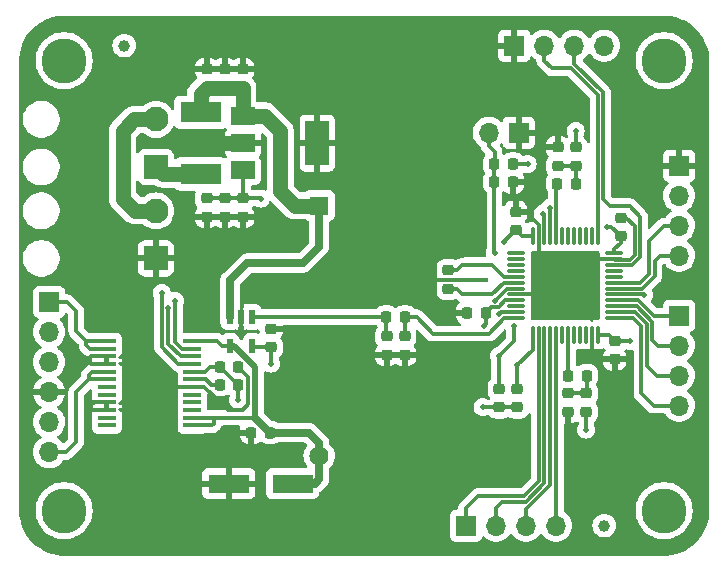
<source format=gbr>
G04 #@! TF.GenerationSoftware,KiCad,Pcbnew,8.0.1-rc1*
G04 #@! TF.CreationDate,2024-03-28T09:47:17-05:00*
G04 #@! TF.ProjectId,motor_control,6d6f746f-725f-4636-9f6e-74726f6c2e6b,1.0*
G04 #@! TF.SameCoordinates,Original*
G04 #@! TF.FileFunction,Copper,L1,Top*
G04 #@! TF.FilePolarity,Positive*
%FSLAX46Y46*%
G04 Gerber Fmt 4.6, Leading zero omitted, Abs format (unit mm)*
G04 Created by KiCad (PCBNEW 8.0.1-rc1) date 2024-03-28 09:47:17*
%MOMM*%
%LPD*%
G01*
G04 APERTURE LIST*
G04 Aperture macros list*
%AMRoundRect*
0 Rectangle with rounded corners*
0 $1 Rounding radius*
0 $2 $3 $4 $5 $6 $7 $8 $9 X,Y pos of 4 corners*
0 Add a 4 corners polygon primitive as box body*
4,1,4,$2,$3,$4,$5,$6,$7,$8,$9,$2,$3,0*
0 Add four circle primitives for the rounded corners*
1,1,$1+$1,$2,$3*
1,1,$1+$1,$4,$5*
1,1,$1+$1,$6,$7*
1,1,$1+$1,$8,$9*
0 Add four rect primitives between the rounded corners*
20,1,$1+$1,$2,$3,$4,$5,0*
20,1,$1+$1,$4,$5,$6,$7,0*
20,1,$1+$1,$6,$7,$8,$9,0*
20,1,$1+$1,$8,$9,$2,$3,0*%
G04 Aperture macros list end*
G04 #@! TA.AperFunction,WasherPad*
%ADD10C,3.810000*%
G04 #@! TD*
G04 #@! TA.AperFunction,SMDPad,CuDef*
%ADD11RoundRect,0.218750X-0.256250X0.218750X-0.256250X-0.218750X0.256250X-0.218750X0.256250X0.218750X0*%
G04 #@! TD*
G04 #@! TA.AperFunction,SMDPad,CuDef*
%ADD12RoundRect,0.218750X-0.218750X-0.256250X0.218750X-0.256250X0.218750X0.256250X-0.218750X0.256250X0*%
G04 #@! TD*
G04 #@! TA.AperFunction,ComponentPad*
%ADD13R,1.700000X1.700000*%
G04 #@! TD*
G04 #@! TA.AperFunction,ComponentPad*
%ADD14O,1.700000X1.700000*%
G04 #@! TD*
G04 #@! TA.AperFunction,SMDPad,CuDef*
%ADD15RoundRect,0.218750X0.256250X-0.218750X0.256250X0.218750X-0.256250X0.218750X-0.256250X-0.218750X0*%
G04 #@! TD*
G04 #@! TA.AperFunction,SMDPad,CuDef*
%ADD16C,1.000000*%
G04 #@! TD*
G04 #@! TA.AperFunction,ComponentPad*
%ADD17RoundRect,0.249900X-0.800100X0.800100X-0.800100X-0.800100X0.800100X-0.800100X0.800100X0.800100X0*%
G04 #@! TD*
G04 #@! TA.AperFunction,ComponentPad*
%ADD18C,2.100000*%
G04 #@! TD*
G04 #@! TA.AperFunction,SMDPad,CuDef*
%ADD19R,1.900000X0.400000*%
G04 #@! TD*
G04 #@! TA.AperFunction,SMDPad,CuDef*
%ADD20RoundRect,0.218750X0.218750X0.256250X-0.218750X0.256250X-0.218750X-0.256250X0.218750X-0.256250X0*%
G04 #@! TD*
G04 #@! TA.AperFunction,SMDPad,CuDef*
%ADD21R,3.500000X1.600000*%
G04 #@! TD*
G04 #@! TA.AperFunction,SMDPad,CuDef*
%ADD22R,2.000000X1.500000*%
G04 #@! TD*
G04 #@! TA.AperFunction,SMDPad,CuDef*
%ADD23R,2.000000X3.800000*%
G04 #@! TD*
G04 #@! TA.AperFunction,SMDPad,CuDef*
%ADD24RoundRect,0.088500X-0.206500X0.516500X-0.206500X-0.516500X0.206500X-0.516500X0.206500X0.516500X0*%
G04 #@! TD*
G04 #@! TA.AperFunction,SMDPad,CuDef*
%ADD25RoundRect,0.075000X-0.662500X-0.075000X0.662500X-0.075000X0.662500X0.075000X-0.662500X0.075000X0*%
G04 #@! TD*
G04 #@! TA.AperFunction,SMDPad,CuDef*
%ADD26RoundRect,0.075000X-0.075000X-0.662500X0.075000X-0.662500X0.075000X0.662500X-0.075000X0.662500X0*%
G04 #@! TD*
G04 #@! TA.AperFunction,ComponentPad*
%ADD27R,1.625600X1.625600*%
G04 #@! TD*
G04 #@! TA.AperFunction,ComponentPad*
%ADD28C,1.625600*%
G04 #@! TD*
G04 #@! TA.AperFunction,SMDPad,CuDef*
%ADD29R,1.500000X0.400000*%
G04 #@! TD*
G04 #@! TA.AperFunction,SMDPad,CuDef*
%ADD30R,3.505200X1.778000*%
G04 #@! TD*
G04 #@! TA.AperFunction,ViaPad*
%ADD31C,0.508000*%
G04 #@! TD*
G04 #@! TA.AperFunction,ViaPad*
%ADD32C,1.016000*%
G04 #@! TD*
G04 #@! TA.AperFunction,Conductor*
%ADD33C,0.304800*%
G04 #@! TD*
G04 #@! TA.AperFunction,Conductor*
%ADD34C,0.635000*%
G04 #@! TD*
G04 #@! TA.AperFunction,Conductor*
%ADD35C,0.508000*%
G04 #@! TD*
G04 #@! TA.AperFunction,Conductor*
%ADD36C,1.270000*%
G04 #@! TD*
G04 APERTURE END LIST*
D10*
X168910000Y-118110000D03*
X118110000Y-118110000D03*
X168910000Y-80010000D03*
X118110000Y-80010000D03*
D11*
X164719000Y-103733500D03*
X164719000Y-105308500D03*
D12*
X133959500Y-111506000D03*
X135534500Y-111506000D03*
D13*
X170180000Y-101600000D03*
D14*
X170180000Y-104140000D03*
X170180000Y-106680000D03*
X170180000Y-109220000D03*
D15*
X131699000Y-82296000D03*
X131699000Y-80721000D03*
D16*
X163830000Y-119380000D03*
D12*
X154533500Y-90297000D03*
X156108500Y-90297000D03*
D13*
X152146000Y-119380000D03*
D14*
X154686000Y-119380000D03*
X157226000Y-119380000D03*
X159766000Y-119380000D03*
D11*
X133223000Y-91668500D03*
X133223000Y-93243500D03*
X145415000Y-103352500D03*
X145415000Y-104927500D03*
D15*
X130175000Y-82296000D03*
X130175000Y-80721000D03*
D13*
X156220000Y-78740000D03*
D14*
X158760000Y-78740000D03*
X161300000Y-78740000D03*
X163840000Y-78740000D03*
D17*
X125879000Y-89013000D03*
D18*
X125879000Y-84977000D03*
D13*
X170180000Y-88910000D03*
D14*
X170180000Y-91450000D03*
X170180000Y-93990000D03*
X170180000Y-96530000D03*
D19*
X153035000Y-97352000D03*
X153035000Y-98552000D03*
X153035000Y-99752000D03*
D11*
X150622000Y-97764500D03*
X150622000Y-99339500D03*
D15*
X133223000Y-82296000D03*
X133223000Y-80721000D03*
D12*
X145389500Y-101727000D03*
X146964500Y-101727000D03*
D15*
X156464000Y-109372500D03*
X156464000Y-107797500D03*
D11*
X161417000Y-87350500D03*
X161417000Y-88925500D03*
D20*
X132867500Y-107442000D03*
X131292500Y-107442000D03*
D17*
X125879000Y-96760000D03*
D18*
X125879000Y-92724000D03*
D13*
X116840000Y-100457000D03*
D14*
X116840000Y-102997000D03*
X116840000Y-105537000D03*
X116840000Y-108077000D03*
X116840000Y-110617000D03*
X116840000Y-113157000D03*
D21*
X137447000Y-115824000D03*
X132047000Y-115824000D03*
D22*
X133248000Y-84695000D03*
X133248000Y-86995000D03*
D23*
X139548000Y-86995000D03*
D22*
X133248000Y-89295000D03*
D11*
X131699000Y-91668500D03*
X131699000Y-93243500D03*
X160807500Y-108178500D03*
X160807500Y-109753500D03*
D15*
X135636000Y-104292500D03*
X135636000Y-102717500D03*
D20*
X156108500Y-88773000D03*
X154533500Y-88773000D03*
D15*
X162331500Y-109753500D03*
X162331500Y-108178500D03*
D12*
X159867500Y-90424000D03*
X161442500Y-90424000D03*
D24*
X134046000Y-101700000D03*
X133096000Y-101700000D03*
X132146000Y-101700000D03*
X132146000Y-104210000D03*
X134046000Y-104210000D03*
D25*
X156365500Y-96310000D03*
X156365500Y-96810000D03*
X156365500Y-97310000D03*
X156365500Y-97810000D03*
X156365500Y-98310000D03*
X156365500Y-98810000D03*
X156365500Y-99310000D03*
X156365500Y-99810000D03*
X156365500Y-100310000D03*
X156365500Y-100810000D03*
X156365500Y-101310000D03*
X156365500Y-101810000D03*
D26*
X157778000Y-103222500D03*
X158278000Y-103222500D03*
X158778000Y-103222500D03*
X159278000Y-103222500D03*
X159778000Y-103222500D03*
X160278000Y-103222500D03*
X160778000Y-103222500D03*
X161278000Y-103222500D03*
X161778000Y-103222500D03*
X162278000Y-103222500D03*
X162778000Y-103222500D03*
X163278000Y-103222500D03*
D25*
X164690500Y-101810000D03*
X164690500Y-101310000D03*
X164690500Y-100810000D03*
X164690500Y-100310000D03*
X164690500Y-99810000D03*
X164690500Y-99310000D03*
X164690500Y-98810000D03*
X164690500Y-98310000D03*
X164690500Y-97810000D03*
X164690500Y-97310000D03*
X164690500Y-96810000D03*
X164690500Y-96310000D03*
D26*
X163278000Y-94897500D03*
X162778000Y-94897500D03*
X162278000Y-94897500D03*
X161778000Y-94897500D03*
X161278000Y-94897500D03*
X160778000Y-94897500D03*
X160278000Y-94897500D03*
X159778000Y-94897500D03*
X159278000Y-94897500D03*
X158778000Y-94897500D03*
X158278000Y-94897500D03*
X157778000Y-94897500D03*
D15*
X154940000Y-109372500D03*
X154940000Y-107797500D03*
D20*
X153822500Y-101346000D03*
X152247500Y-101346000D03*
D15*
X156337000Y-94386500D03*
X156337000Y-92811500D03*
X165227000Y-94894500D03*
X165227000Y-93319500D03*
D12*
X160782000Y-106680000D03*
X162357000Y-106680000D03*
D27*
X139700000Y-92278200D03*
D28*
X139700000Y-113461800D03*
D11*
X130166000Y-91668500D03*
X130166000Y-93243500D03*
D15*
X159893000Y-88925500D03*
X159893000Y-87350500D03*
D29*
X121724000Y-103740000D03*
X121724000Y-104390000D03*
X121724000Y-105040000D03*
X121724000Y-105690000D03*
X121724000Y-106340000D03*
X121724000Y-106990000D03*
X121724000Y-107640000D03*
X121724000Y-108290000D03*
X121724000Y-108940000D03*
X121724000Y-109590000D03*
X121724000Y-110240000D03*
X121724000Y-110890000D03*
X128974000Y-110890000D03*
X128974000Y-110240000D03*
X128974000Y-109590000D03*
X128974000Y-108940000D03*
X128974000Y-108290000D03*
X128974000Y-107640000D03*
X128974000Y-106990000D03*
X128974000Y-106340000D03*
X128974000Y-105690000D03*
X128974000Y-105040000D03*
X128974000Y-104390000D03*
X128974000Y-103740000D03*
D30*
X129667000Y-89611200D03*
X129667000Y-84378800D03*
D11*
X146939000Y-103352500D03*
X146939000Y-104927500D03*
D13*
X156596000Y-86106000D03*
D14*
X154056000Y-86106000D03*
D20*
X132867500Y-105918000D03*
X131292500Y-105918000D03*
D16*
X123190000Y-78740000D03*
D31*
X132842000Y-108712000D03*
X155321000Y-95377000D03*
X135636000Y-105664000D03*
X157353000Y-88773000D03*
X164084000Y-94107000D03*
X165989000Y-103759000D03*
X153670000Y-102489000D03*
X161417000Y-85979000D03*
X134747000Y-91694000D03*
X162306000Y-111252000D03*
X153543000Y-109347000D03*
D32*
X131191000Y-86995000D03*
X141859000Y-86995000D03*
D31*
X154559000Y-96266000D03*
X154559000Y-100330000D03*
X156210000Y-102489000D03*
X154924931Y-101460512D03*
X154940000Y-105029000D03*
X156464000Y-105791000D03*
X126365000Y-99695000D03*
X159219700Y-92456000D03*
X167223858Y-99829978D03*
X126923300Y-100965000D03*
X158623000Y-92964000D03*
X127508000Y-100343412D03*
D33*
X134721500Y-91668500D02*
X134747000Y-91694000D01*
X156311500Y-94386500D02*
X156337000Y-94386500D01*
X164719000Y-103733500D02*
X165963500Y-103733500D01*
X131699000Y-91668500D02*
X130166000Y-91668500D01*
X135636000Y-104292500D02*
X134128500Y-104292500D01*
X164690500Y-96310000D02*
X164690500Y-95983375D01*
X164439500Y-94107000D02*
X165227000Y-94894500D01*
X133248000Y-89295000D02*
X133248000Y-91643500D01*
X161417000Y-87350500D02*
X161417000Y-85979000D01*
X154889200Y-100888800D02*
X154279700Y-100888800D01*
X162331500Y-111226500D02*
X162306000Y-111252000D01*
X134128500Y-104292500D02*
X134046000Y-104210000D01*
X162331500Y-109753500D02*
X162331500Y-111226500D01*
X156365500Y-100310000D02*
X155468000Y-100310000D01*
X130070500Y-106340000D02*
X128974000Y-106340000D01*
X132867500Y-107442000D02*
X132867500Y-108686500D01*
X165963500Y-103733500D02*
X165989000Y-103759000D01*
X156848000Y-94897500D02*
X156337000Y-94386500D01*
X131292500Y-105918000D02*
X130492500Y-105918000D01*
X164208000Y-103222500D02*
X164719000Y-103733500D01*
X133248000Y-91643500D02*
X133223000Y-91668500D01*
X153822500Y-101346000D02*
X153822500Y-102336500D01*
X131292500Y-105918000D02*
X131343500Y-105918000D01*
X154940000Y-109372500D02*
X153568500Y-109372500D01*
X155468000Y-100310000D02*
X154889200Y-100888800D01*
X133223000Y-91668500D02*
X131699000Y-91668500D01*
X135636000Y-104292500D02*
X135636000Y-105664000D01*
X132867500Y-108686500D02*
X132842000Y-108712000D01*
X155321000Y-95377000D02*
X156311500Y-94386500D01*
X163278000Y-103222500D02*
X164208000Y-103222500D01*
X133223000Y-91668500D02*
X134721500Y-91668500D01*
X153568500Y-109372500D02*
X153543000Y-109347000D01*
X156464000Y-109372500D02*
X154940000Y-109372500D01*
X153822500Y-102336500D02*
X153670000Y-102489000D01*
X165227000Y-95446875D02*
X165227000Y-94894500D01*
X131343500Y-105918000D02*
X132867500Y-107442000D01*
X130492500Y-105918000D02*
X130070500Y-106340000D01*
X164690500Y-95983375D02*
X165227000Y-95446875D01*
X164084000Y-94107000D02*
X164439500Y-94107000D01*
X154279700Y-100888800D02*
X153822500Y-101346000D01*
X157778000Y-94897500D02*
X156848000Y-94897500D01*
X156108500Y-88773000D02*
X157353000Y-88773000D01*
D34*
X139700000Y-115443000D02*
X139319000Y-115824000D01*
D33*
X131045000Y-103740000D02*
X131515000Y-104210000D01*
D34*
X139700000Y-113461800D02*
X139700000Y-115443000D01*
D35*
X132146000Y-104210000D02*
X132531000Y-104210000D01*
X134264500Y-105943500D02*
X134264500Y-110236000D01*
D33*
X130810000Y-110744000D02*
X130810000Y-110236000D01*
X128974000Y-103740000D02*
X131045000Y-103740000D01*
D34*
X139700000Y-112395000D02*
X139700000Y-113461800D01*
X139319000Y-115824000D02*
X137447000Y-115824000D01*
D33*
X130810000Y-110236000D02*
X134264500Y-110236000D01*
X128974000Y-110240000D02*
X130806000Y-110240000D01*
X130664000Y-110890000D02*
X130810000Y-110744000D01*
D34*
X138811000Y-111506000D02*
X139700000Y-112395000D01*
D33*
X130806000Y-110240000D02*
X130810000Y-110236000D01*
D34*
X135534500Y-111506000D02*
X134264500Y-110236000D01*
D33*
X128974000Y-110890000D02*
X130664000Y-110890000D01*
D35*
X132531000Y-104210000D02*
X134264500Y-105943500D01*
D34*
X135534500Y-111506000D02*
X138811000Y-111506000D01*
D33*
X131515000Y-104210000D02*
X132146000Y-104210000D01*
X120549000Y-108940000D02*
X121724000Y-108940000D01*
X166420800Y-96469200D02*
X166037200Y-96852800D01*
X132867500Y-105918000D02*
X133705700Y-106756200D01*
X131953000Y-109601000D02*
X129992000Y-107640000D01*
X166420800Y-94030800D02*
X166420800Y-96469200D01*
X120269000Y-105167000D02*
X120269000Y-105537000D01*
D36*
X133248000Y-86995000D02*
X131191000Y-86995000D01*
D33*
X165227000Y-93319500D02*
X165709500Y-93319500D01*
X158278000Y-93889000D02*
X157861000Y-93472000D01*
X133705700Y-106756200D02*
X133705700Y-109118300D01*
X120396000Y-105040000D02*
X120269000Y-105167000D01*
X120512000Y-109590000D02*
X120396000Y-109474000D01*
X158278000Y-94897500D02*
X158278000Y-93889000D01*
X121724000Y-109590000D02*
X120512000Y-109590000D01*
X164690500Y-96810000D02*
X163485000Y-96810000D01*
X120269000Y-105537000D02*
X120422000Y-105690000D01*
X156365500Y-99810000D02*
X157873000Y-99810000D01*
X120422000Y-105690000D02*
X121724000Y-105690000D01*
X153035000Y-98552000D02*
X149733000Y-98552000D01*
X129992000Y-107640000D02*
X128974000Y-107640000D01*
X164733300Y-96852800D02*
X164690500Y-96810000D01*
X166037200Y-96852800D02*
X164733300Y-96852800D01*
X133223000Y-109601000D02*
X131953000Y-109601000D01*
X158278000Y-99405000D02*
X158278000Y-94897500D01*
X157873000Y-99810000D02*
X158278000Y-99405000D01*
X133705700Y-109118300D02*
X133223000Y-109601000D01*
X120396000Y-109474000D02*
X120396000Y-109093000D01*
X121724000Y-105040000D02*
X120396000Y-105040000D01*
X165709500Y-93319500D02*
X166420800Y-94030800D01*
X128974000Y-107640000D02*
X127310000Y-107640000D01*
X162778000Y-103222500D02*
X162778000Y-104485000D01*
X120396000Y-109093000D02*
X120549000Y-108940000D01*
X154051000Y-103124000D02*
X149352000Y-103124000D01*
X155365000Y-101810000D02*
X154051000Y-103124000D01*
X149352000Y-103124000D02*
X147955000Y-101727000D01*
X146964500Y-101727000D02*
X146964500Y-103327000D01*
X156365500Y-101810000D02*
X155365000Y-101810000D01*
X146964500Y-103327000D02*
X146939000Y-103352500D01*
X147955000Y-101727000D02*
X146964500Y-101727000D01*
X155579000Y-99310000D02*
X156365500Y-99310000D01*
X154559000Y-100330000D02*
X155579000Y-99310000D01*
X154533500Y-88773000D02*
X154533500Y-90297000D01*
X154533500Y-90297000D02*
X154533500Y-96240500D01*
X154559000Y-88747500D02*
X154533500Y-88773000D01*
X154559000Y-87757000D02*
X154559000Y-88747500D01*
X154533500Y-96240500D02*
X154559000Y-96266000D01*
X154056000Y-87254000D02*
X154559000Y-87757000D01*
X154056000Y-86106000D02*
X154056000Y-87254000D01*
D36*
X125879000Y-89013000D02*
X126477200Y-89611200D01*
X126477200Y-89611200D02*
X129667000Y-89611200D01*
D33*
X154940000Y-105029000D02*
X156210000Y-103759000D01*
X154940000Y-107797500D02*
X154940000Y-105029000D01*
X155075443Y-101310000D02*
X156365500Y-101310000D01*
X156210000Y-103759000D02*
X156210000Y-102489000D01*
X154924931Y-101460512D02*
X155075443Y-101310000D01*
D36*
X133223000Y-84670000D02*
X133248000Y-84695000D01*
X130175000Y-82296000D02*
X133223000Y-82296000D01*
X135114000Y-84695000D02*
X133248000Y-84695000D01*
X129667000Y-82804000D02*
X130175000Y-82296000D01*
X136398000Y-85979000D02*
X135114000Y-84695000D01*
X136398000Y-91059000D02*
X136398000Y-85979000D01*
X139700000Y-92278200D02*
X137617200Y-92278200D01*
D34*
X132146000Y-98613000D02*
X133604000Y-97155000D01*
X133604000Y-97155000D02*
X138303000Y-97155000D01*
D36*
X133223000Y-82296000D02*
X133223000Y-84670000D01*
D34*
X139700000Y-95758000D02*
X139700000Y-92278200D01*
X138303000Y-97155000D02*
X139700000Y-95758000D01*
X132146000Y-101700000D02*
X132146000Y-98613000D01*
D36*
X137617200Y-92278200D02*
X136398000Y-91059000D01*
X129667000Y-84378800D02*
X129667000Y-82804000D01*
D33*
X157778000Y-103222500D02*
X157778000Y-104477000D01*
X157778000Y-104477000D02*
X156464000Y-105791000D01*
X156464000Y-105791000D02*
X156464000Y-107797500D01*
X118364000Y-100457000D02*
X116840000Y-100457000D01*
X119126000Y-102870000D02*
X119126000Y-101219000D01*
X119996000Y-103740000D02*
X119126000Y-102870000D01*
X120265000Y-104390000D02*
X121724000Y-104390000D01*
X119126000Y-101219000D02*
X118364000Y-100457000D01*
X119996000Y-103740000D02*
X119996000Y-104121000D01*
X119996000Y-104121000D02*
X120265000Y-104390000D01*
X121724000Y-103740000D02*
X119996000Y-103740000D01*
X120213000Y-106609000D02*
X120213000Y-106990000D01*
X121724000Y-106340000D02*
X120482000Y-106340000D01*
X119126000Y-112268000D02*
X119126000Y-108077000D01*
X120482000Y-106340000D02*
X120213000Y-106609000D01*
X118237000Y-113157000D02*
X119126000Y-112268000D01*
X119126000Y-108077000D02*
X120213000Y-106990000D01*
X120213000Y-106990000D02*
X121724000Y-106990000D01*
X116840000Y-113157000D02*
X118237000Y-113157000D01*
X167894000Y-102119578D02*
X167894000Y-103632000D01*
X168402000Y-104140000D02*
X170180000Y-104140000D01*
X164690500Y-100810000D02*
X166584422Y-100810000D01*
X166584422Y-100810000D02*
X167894000Y-102119578D01*
X167894000Y-103632000D02*
X168402000Y-104140000D01*
X166731000Y-100310000D02*
X168021000Y-101600000D01*
X164690500Y-100310000D02*
X166731000Y-100310000D01*
X168021000Y-101600000D02*
X170180000Y-101600000D01*
X158760000Y-80020000D02*
X158760000Y-78740000D01*
X163278000Y-82898578D02*
X161024422Y-80645000D01*
X161024422Y-80645000D02*
X159385000Y-80645000D01*
X159385000Y-80645000D02*
X158760000Y-80020000D01*
X163278000Y-94897500D02*
X163278000Y-82898578D01*
X164338000Y-92329000D02*
X163735200Y-91726200D01*
X163735199Y-82709199D02*
X161300000Y-80274000D01*
X161300000Y-80274000D02*
X161300000Y-78740000D01*
X166878000Y-96658578D02*
X166878000Y-93218000D01*
X166226578Y-97310000D02*
X166878000Y-96658578D01*
X163735200Y-91726200D02*
X163735199Y-82709199D01*
X166878000Y-93218000D02*
X165989000Y-92329000D01*
X164690500Y-97310000D02*
X166226578Y-97310000D01*
X165989000Y-92329000D02*
X164338000Y-92329000D01*
X164690500Y-101810000D02*
X166291266Y-101810000D01*
X168021000Y-109220000D02*
X170180000Y-109220000D01*
X166979600Y-108178600D02*
X168021000Y-109220000D01*
X166291266Y-101810000D02*
X166979600Y-102498334D01*
X166979600Y-102498334D02*
X166979600Y-108178600D01*
X167436800Y-105841800D02*
X168275000Y-106680000D01*
X168275000Y-106680000D02*
X170180000Y-106680000D01*
X167436800Y-102308956D02*
X167436800Y-105841800D01*
X166437844Y-101310000D02*
X167436800Y-102308956D01*
X164690500Y-101310000D02*
X166437844Y-101310000D01*
X157226000Y-117983000D02*
X157226000Y-119380000D01*
X159278000Y-103222500D02*
X159278000Y-115931000D01*
X159278000Y-115931000D02*
X157226000Y-117983000D01*
X158278000Y-103222500D02*
X158278000Y-115637844D01*
X158278000Y-115637844D02*
X157025044Y-116890800D01*
X157025044Y-116890800D02*
X153111200Y-116890800D01*
X152146000Y-117856000D02*
X152146000Y-119380000D01*
X153111200Y-116890800D02*
X152146000Y-117856000D01*
X159778000Y-103222500D02*
X159778000Y-119368000D01*
X159778000Y-119368000D02*
X159766000Y-119380000D01*
X157214422Y-117348000D02*
X158778000Y-115784422D01*
X158778000Y-115784422D02*
X158778000Y-103222500D01*
X154686000Y-119380000D02*
X154686000Y-117856000D01*
X154686000Y-117856000D02*
X155194000Y-117348000D01*
X155194000Y-117348000D02*
X157214422Y-117348000D01*
D36*
X123063000Y-85979000D02*
X123063000Y-91694000D01*
X125879000Y-84977000D02*
X124065000Y-84977000D01*
X123063000Y-91694000D02*
X124093000Y-92724000D01*
X124065000Y-84977000D02*
X123063000Y-85979000D01*
X124093000Y-92724000D02*
X125879000Y-92724000D01*
D33*
X168097200Y-98233378D02*
X168097200Y-96951800D01*
X168097200Y-96951800D02*
X168529000Y-96520000D01*
X168539000Y-96530000D02*
X170180000Y-96530000D01*
X167020578Y-99310000D02*
X168097200Y-98233378D01*
X164690500Y-99310000D02*
X167020578Y-99310000D01*
X168529000Y-96520000D02*
X168539000Y-96530000D01*
X168920000Y-93990000D02*
X170180000Y-93990000D01*
X164690500Y-98810000D02*
X166874000Y-98810000D01*
X166874000Y-98810000D02*
X167640000Y-98044000D01*
X168910000Y-93980000D02*
X168920000Y-93990000D01*
X167640000Y-98044000D02*
X167640000Y-95250000D01*
X167640000Y-95250000D02*
X168910000Y-93980000D01*
X145362500Y-101700000D02*
X145389500Y-101727000D01*
X134046000Y-101700000D02*
X145362500Y-101700000D01*
X145389500Y-103327000D02*
X145415000Y-103352500D01*
X145389500Y-101727000D02*
X145389500Y-103327000D01*
X161442500Y-90424000D02*
X161442500Y-88951000D01*
X161442500Y-88951000D02*
X161417000Y-88925500D01*
X161417000Y-88925500D02*
X159893000Y-88925500D01*
X128974000Y-106990000D02*
X130104000Y-106990000D01*
X130104000Y-106990000D02*
X130556000Y-107442000D01*
X130556000Y-107442000D02*
X131292500Y-107442000D01*
X160807500Y-108178500D02*
X162331500Y-108178500D01*
X162357000Y-106680000D02*
X162357000Y-108153000D01*
X162357000Y-108153000D02*
X162331500Y-108178500D01*
X154375000Y-97352000D02*
X155333000Y-98310000D01*
X155333000Y-98310000D02*
X156365500Y-98310000D01*
X151822000Y-97352000D02*
X151409500Y-97764500D01*
X151409500Y-97764500D02*
X150622000Y-97764500D01*
X153035000Y-97352000D02*
X154375000Y-97352000D01*
X153035000Y-97352000D02*
X151822000Y-97352000D01*
X156361500Y-98806000D02*
X156365500Y-98810000D01*
X155321000Y-98806000D02*
X156361500Y-98806000D01*
X151822000Y-99752000D02*
X151409500Y-99339500D01*
X153035000Y-99752000D02*
X151822000Y-99752000D01*
X154375000Y-99752000D02*
X155321000Y-98806000D01*
X151409500Y-99339500D02*
X150622000Y-99339500D01*
X153035000Y-99752000D02*
X154375000Y-99752000D01*
X159867500Y-90424000D02*
X159778000Y-90513500D01*
X159778000Y-90513500D02*
X159778000Y-94897500D01*
X160782000Y-106680000D02*
X160782000Y-103226500D01*
X160782000Y-103226500D02*
X160778000Y-103222500D01*
X127788000Y-105690000D02*
X128974000Y-105690000D01*
X159219700Y-92456000D02*
X159278000Y-92514300D01*
X126365000Y-104267000D02*
X127788000Y-105690000D01*
X159278000Y-92514300D02*
X159278000Y-94897500D01*
X126365000Y-99695000D02*
X126365000Y-104267000D01*
X126923300Y-103999800D02*
X127963500Y-105040000D01*
X164690500Y-99810000D02*
X167203880Y-99810000D01*
X167203880Y-99810000D02*
X167223858Y-99829978D01*
X126923300Y-100965000D02*
X126923300Y-103999800D01*
X127963500Y-105040000D02*
X128974000Y-105040000D01*
X127482100Y-100369312D02*
X127482100Y-103809300D01*
X158778000Y-94897500D02*
X158778000Y-93119000D01*
X158778000Y-93119000D02*
X158623000Y-92964000D01*
X128062800Y-104390000D02*
X128974000Y-104390000D01*
X127508000Y-100343412D02*
X127482100Y-100369312D01*
X127482100Y-103809300D02*
X128062800Y-104390000D01*
G04 #@! TA.AperFunction,Conductor*
G36*
X130383054Y-108081447D02*
G01*
X130411958Y-108087197D01*
X130474866Y-108120106D01*
X130494614Y-108144628D01*
X130499397Y-108152383D01*
X130499398Y-108152384D01*
X130499400Y-108152387D01*
X130619613Y-108272600D01*
X130764308Y-108361849D01*
X130925686Y-108415324D01*
X131025289Y-108425500D01*
X131559710Y-108425499D01*
X131659314Y-108415324D01*
X131820692Y-108361849D01*
X131946730Y-108284107D01*
X132015208Y-108265370D01*
X132082947Y-108286629D01*
X132128439Y-108341136D01*
X132137240Y-108411585D01*
X132131806Y-108432962D01*
X132094668Y-108539098D01*
X132093912Y-108541258D01*
X132074675Y-108712000D01*
X132093912Y-108882744D01*
X132150664Y-109044930D01*
X132150665Y-109044933D01*
X132242079Y-109190417D01*
X132242080Y-109190419D01*
X132363580Y-109311919D01*
X132363582Y-109311920D01*
X132412110Y-109342413D01*
X132459148Y-109395592D01*
X132469968Y-109465759D01*
X132441135Y-109530637D01*
X132381803Y-109569628D01*
X132345074Y-109575100D01*
X130744906Y-109575100D01*
X130736969Y-109576679D01*
X130712386Y-109579100D01*
X130358500Y-109579100D01*
X130290379Y-109559098D01*
X130243886Y-109505442D01*
X130232500Y-109453100D01*
X130232500Y-109341367D01*
X130232499Y-109341350D01*
X130225739Y-109278468D01*
X130225739Y-109251532D01*
X130232499Y-109188649D01*
X130232500Y-109188632D01*
X130232500Y-108691367D01*
X130232499Y-108691350D01*
X130225739Y-108628468D01*
X130225739Y-108601532D01*
X130232499Y-108538649D01*
X130232500Y-108538632D01*
X130232500Y-108205031D01*
X130252502Y-108136910D01*
X130306158Y-108090417D01*
X130376432Y-108080313D01*
X130383054Y-108081447D01*
G37*
G04 #@! TD.AperFunction*
G04 #@! TA.AperFunction,Conductor*
G36*
X158337065Y-96016892D02*
G01*
X158354704Y-96028229D01*
X158378704Y-96046645D01*
X158420571Y-96103983D01*
X158426261Y-96136631D01*
X158427999Y-96138155D01*
X158509638Y-96127408D01*
X158542531Y-96127408D01*
X158550673Y-96128479D01*
X158550676Y-96128481D01*
X158664756Y-96143500D01*
X158664763Y-96143500D01*
X158891237Y-96143500D01*
X158891244Y-96143500D01*
X159005324Y-96128481D01*
X159005327Y-96128479D01*
X159011553Y-96127660D01*
X159044447Y-96127660D01*
X159050672Y-96128479D01*
X159050676Y-96128481D01*
X159164756Y-96143500D01*
X159164763Y-96143500D01*
X159391237Y-96143500D01*
X159391244Y-96143500D01*
X159505324Y-96128481D01*
X159505327Y-96128479D01*
X159511553Y-96127660D01*
X159544447Y-96127660D01*
X159550672Y-96128479D01*
X159550676Y-96128481D01*
X159664756Y-96143500D01*
X159664763Y-96143500D01*
X159891237Y-96143500D01*
X159891244Y-96143500D01*
X160005324Y-96128481D01*
X160005327Y-96128479D01*
X160011553Y-96127660D01*
X160044447Y-96127660D01*
X160050672Y-96128479D01*
X160050676Y-96128481D01*
X160164756Y-96143500D01*
X160164763Y-96143500D01*
X160391237Y-96143500D01*
X160391244Y-96143500D01*
X160505324Y-96128481D01*
X160505327Y-96128479D01*
X160511553Y-96127660D01*
X160544447Y-96127660D01*
X160550672Y-96128479D01*
X160550676Y-96128481D01*
X160664756Y-96143500D01*
X160664763Y-96143500D01*
X160891237Y-96143500D01*
X160891244Y-96143500D01*
X161005324Y-96128481D01*
X161005327Y-96128479D01*
X161011553Y-96127660D01*
X161044447Y-96127660D01*
X161050672Y-96128479D01*
X161050676Y-96128481D01*
X161164756Y-96143500D01*
X161164763Y-96143500D01*
X161391237Y-96143500D01*
X161391244Y-96143500D01*
X161505324Y-96128481D01*
X161505327Y-96128479D01*
X161511553Y-96127660D01*
X161544447Y-96127660D01*
X161550672Y-96128479D01*
X161550676Y-96128481D01*
X161664756Y-96143500D01*
X161664763Y-96143500D01*
X161891237Y-96143500D01*
X161891244Y-96143500D01*
X162005324Y-96128481D01*
X162005327Y-96128479D01*
X162011553Y-96127660D01*
X162044447Y-96127660D01*
X162050672Y-96128479D01*
X162050676Y-96128481D01*
X162164756Y-96143500D01*
X162164763Y-96143500D01*
X162391237Y-96143500D01*
X162391244Y-96143500D01*
X162505324Y-96128481D01*
X162505327Y-96128479D01*
X162511553Y-96127660D01*
X162544447Y-96127660D01*
X162550672Y-96128479D01*
X162550676Y-96128481D01*
X162664756Y-96143500D01*
X162664763Y-96143500D01*
X162891237Y-96143500D01*
X162891244Y-96143500D01*
X163005324Y-96128481D01*
X163005327Y-96128479D01*
X163011553Y-96127660D01*
X163044447Y-96127660D01*
X163050672Y-96128479D01*
X163050676Y-96128481D01*
X163164756Y-96143500D01*
X163164763Y-96143500D01*
X163318500Y-96143500D01*
X163386621Y-96163502D01*
X163433114Y-96217158D01*
X163444500Y-96269500D01*
X163444500Y-96423246D01*
X163460591Y-96545468D01*
X163460591Y-96578361D01*
X163449842Y-96659999D01*
X163452774Y-96663341D01*
X163509514Y-96680002D01*
X163541355Y-96709296D01*
X163559771Y-96733296D01*
X163585372Y-96799516D01*
X163571108Y-96869065D01*
X163559771Y-96886704D01*
X163541355Y-96910704D01*
X163484017Y-96952571D01*
X163451368Y-96958261D01*
X163449843Y-96960000D01*
X163460591Y-97041638D01*
X163460591Y-97074531D01*
X163444500Y-97196753D01*
X163444500Y-97423246D01*
X163460339Y-97543554D01*
X163460339Y-97576446D01*
X163444500Y-97696753D01*
X163444500Y-97923246D01*
X163460339Y-98043554D01*
X163460339Y-98076446D01*
X163444500Y-98196753D01*
X163444500Y-98423246D01*
X163460339Y-98543554D01*
X163460339Y-98576446D01*
X163444500Y-98696753D01*
X163444500Y-98923246D01*
X163460339Y-99043554D01*
X163460339Y-99076446D01*
X163444500Y-99196753D01*
X163444500Y-99423246D01*
X163460339Y-99543554D01*
X163460339Y-99576446D01*
X163444500Y-99696753D01*
X163444500Y-99923246D01*
X163460339Y-100043554D01*
X163460339Y-100076446D01*
X163444500Y-100196753D01*
X163444500Y-100423246D01*
X163460339Y-100543554D01*
X163460339Y-100576446D01*
X163444500Y-100696753D01*
X163444500Y-100923246D01*
X163460339Y-101043554D01*
X163460339Y-101076446D01*
X163444500Y-101196753D01*
X163444500Y-101423246D01*
X163460339Y-101543554D01*
X163460339Y-101576446D01*
X163444500Y-101696753D01*
X163444500Y-101850500D01*
X163424498Y-101918621D01*
X163370842Y-101965114D01*
X163318500Y-101976500D01*
X163164753Y-101976500D01*
X163042531Y-101992591D01*
X163009638Y-101992591D01*
X162928000Y-101981843D01*
X162924658Y-101984774D01*
X162907998Y-102041514D01*
X162878704Y-102073355D01*
X162854704Y-102091771D01*
X162788484Y-102117372D01*
X162718935Y-102103108D01*
X162701296Y-102091771D01*
X162677296Y-102073355D01*
X162635429Y-102016017D01*
X162629738Y-101983368D01*
X162627999Y-101981842D01*
X162546361Y-101992591D01*
X162513468Y-101992591D01*
X162391246Y-101976500D01*
X162391244Y-101976500D01*
X162164756Y-101976500D01*
X162164753Y-101976500D01*
X162044446Y-101992339D01*
X162011554Y-101992339D01*
X161891246Y-101976500D01*
X161891244Y-101976500D01*
X161664756Y-101976500D01*
X161664753Y-101976500D01*
X161544446Y-101992339D01*
X161511554Y-101992339D01*
X161391246Y-101976500D01*
X161391244Y-101976500D01*
X161164756Y-101976500D01*
X161164753Y-101976500D01*
X161044446Y-101992339D01*
X161011554Y-101992339D01*
X160891246Y-101976500D01*
X160891244Y-101976500D01*
X160664756Y-101976500D01*
X160664753Y-101976500D01*
X160544446Y-101992339D01*
X160511554Y-101992339D01*
X160391246Y-101976500D01*
X160391244Y-101976500D01*
X160164756Y-101976500D01*
X160164753Y-101976500D01*
X160044446Y-101992339D01*
X160011554Y-101992339D01*
X159891246Y-101976500D01*
X159891244Y-101976500D01*
X159664756Y-101976500D01*
X159664753Y-101976500D01*
X159544446Y-101992339D01*
X159511554Y-101992339D01*
X159391246Y-101976500D01*
X159391244Y-101976500D01*
X159164756Y-101976500D01*
X159164753Y-101976500D01*
X159044446Y-101992339D01*
X159011554Y-101992339D01*
X158891246Y-101976500D01*
X158891244Y-101976500D01*
X158664756Y-101976500D01*
X158664753Y-101976500D01*
X158544446Y-101992339D01*
X158511554Y-101992339D01*
X158391246Y-101976500D01*
X158391244Y-101976500D01*
X158164756Y-101976500D01*
X158164753Y-101976500D01*
X158044446Y-101992339D01*
X158011554Y-101992339D01*
X157891246Y-101976500D01*
X157891244Y-101976500D01*
X157737500Y-101976500D01*
X157669379Y-101956498D01*
X157622886Y-101902842D01*
X157611500Y-101850500D01*
X157611500Y-101696763D01*
X157611500Y-101696756D01*
X157596481Y-101582676D01*
X157596479Y-101582672D01*
X157595660Y-101576447D01*
X157595660Y-101543553D01*
X157596479Y-101537327D01*
X157596481Y-101537324D01*
X157611500Y-101423244D01*
X157611500Y-101196756D01*
X157596481Y-101082676D01*
X157596479Y-101082672D01*
X157595660Y-101076447D01*
X157595660Y-101043553D01*
X157596479Y-101037327D01*
X157596481Y-101037324D01*
X157611500Y-100923244D01*
X157611500Y-100696756D01*
X157596481Y-100582676D01*
X157596479Y-100582672D01*
X157595660Y-100576447D01*
X157595660Y-100543553D01*
X157596479Y-100537327D01*
X157596481Y-100537324D01*
X157611500Y-100423244D01*
X157611500Y-100196756D01*
X157596481Y-100082676D01*
X157596479Y-100082673D01*
X157595408Y-100074532D01*
X157595408Y-100041637D01*
X157606156Y-99959999D01*
X157603225Y-99956658D01*
X157546486Y-99939998D01*
X157514645Y-99910704D01*
X157496229Y-99886704D01*
X157470628Y-99820484D01*
X157484892Y-99750935D01*
X157496229Y-99733296D01*
X157514645Y-99709296D01*
X157571983Y-99667429D01*
X157604631Y-99661738D01*
X157606156Y-99660000D01*
X157595408Y-99578363D01*
X157595408Y-99545468D01*
X157596479Y-99537326D01*
X157596481Y-99537324D01*
X157611500Y-99423244D01*
X157611500Y-99196756D01*
X157596481Y-99082676D01*
X157596479Y-99082672D01*
X157595660Y-99076447D01*
X157595660Y-99043553D01*
X157596479Y-99037327D01*
X157596481Y-99037324D01*
X157611500Y-98923244D01*
X157611500Y-98696756D01*
X157596481Y-98582676D01*
X157596479Y-98582672D01*
X157595660Y-98576447D01*
X157595660Y-98543553D01*
X157596479Y-98537327D01*
X157596481Y-98537324D01*
X157611500Y-98423244D01*
X157611500Y-98196756D01*
X157596481Y-98082676D01*
X157596479Y-98082672D01*
X157595660Y-98076447D01*
X157595660Y-98043553D01*
X157596479Y-98037327D01*
X157596481Y-98037324D01*
X157611500Y-97923244D01*
X157611500Y-97696756D01*
X157596481Y-97582676D01*
X157596479Y-97582672D01*
X157595660Y-97576447D01*
X157595660Y-97543553D01*
X157596479Y-97537327D01*
X157596481Y-97537324D01*
X157611500Y-97423244D01*
X157611500Y-97196756D01*
X157596481Y-97082676D01*
X157596479Y-97082672D01*
X157595660Y-97076447D01*
X157595660Y-97043553D01*
X157596479Y-97037327D01*
X157596481Y-97037324D01*
X157611500Y-96923244D01*
X157611500Y-96696756D01*
X157596481Y-96582676D01*
X157596479Y-96582672D01*
X157595660Y-96576447D01*
X157595660Y-96543553D01*
X157596479Y-96537327D01*
X157596481Y-96537324D01*
X157611500Y-96423244D01*
X157611500Y-96269500D01*
X157631502Y-96201379D01*
X157685158Y-96154886D01*
X157737500Y-96143500D01*
X157891237Y-96143500D01*
X157891244Y-96143500D01*
X158005324Y-96128481D01*
X158005326Y-96128479D01*
X158013468Y-96127408D01*
X158046361Y-96127408D01*
X158128000Y-96138155D01*
X158131342Y-96135225D01*
X158148002Y-96078486D01*
X158177296Y-96046645D01*
X158201296Y-96028229D01*
X158267516Y-96002628D01*
X158337065Y-96016892D01*
G37*
G04 #@! TD.AperFunction*
G04 #@! TA.AperFunction,Conductor*
G36*
X118355311Y-101390182D02*
G01*
X118384020Y-101411674D01*
X118428195Y-101455849D01*
X118462221Y-101518161D01*
X118465100Y-101544944D01*
X118465100Y-102935095D01*
X118490498Y-103062777D01*
X118490500Y-103062782D01*
X118499087Y-103083514D01*
X118540318Y-103183054D01*
X118612645Y-103291299D01*
X118612647Y-103291301D01*
X119298195Y-103976849D01*
X119332221Y-104039161D01*
X119335100Y-104065944D01*
X119335100Y-104186095D01*
X119360498Y-104313777D01*
X119360500Y-104313782D01*
X119410318Y-104434054D01*
X119482644Y-104542298D01*
X119747239Y-104806892D01*
X119747244Y-104806898D01*
X119751644Y-104811298D01*
X119751645Y-104811299D01*
X119843701Y-104903355D01*
X119951946Y-104975682D01*
X120067812Y-105023675D01*
X120072223Y-105025502D01*
X120199906Y-105050900D01*
X120199907Y-105050900D01*
X120340000Y-105050900D01*
X120408121Y-105070902D01*
X120454614Y-105124558D01*
X120466000Y-105176900D01*
X120466000Y-105288602D01*
X120472766Y-105351532D01*
X120472766Y-105378468D01*
X120466000Y-105441397D01*
X120466000Y-105565928D01*
X120445998Y-105634049D01*
X120392342Y-105680542D01*
X120364584Y-105689506D01*
X120307313Y-105700899D01*
X120289228Y-105704496D01*
X120289219Y-105704499D01*
X120168945Y-105754318D01*
X120060705Y-105826642D01*
X120060698Y-105826647D01*
X119968645Y-105918701D01*
X119968642Y-105918702D01*
X119968643Y-105918703D01*
X119773983Y-106113360D01*
X119773976Y-106113370D01*
X119699643Y-106187703D01*
X119699642Y-106187705D01*
X119627318Y-106295945D01*
X119577500Y-106416217D01*
X119577498Y-106416222D01*
X119552100Y-106543904D01*
X119552100Y-106664054D01*
X119532098Y-106732175D01*
X119515195Y-106753149D01*
X118686986Y-107581357D01*
X118686977Y-107581369D01*
X118612643Y-107655703D01*
X118612642Y-107655705D01*
X118540318Y-107763945D01*
X118490500Y-107884217D01*
X118490498Y-107884222D01*
X118465100Y-108011904D01*
X118465100Y-111942054D01*
X118445098Y-112010175D01*
X118428195Y-112031150D01*
X118113908Y-112345436D01*
X118051596Y-112379461D01*
X117980780Y-112374396D01*
X117923945Y-112331849D01*
X117919326Y-112325249D01*
X117915721Y-112319731D01*
X117915720Y-112319729D01*
X117763237Y-112154091D01*
X117605283Y-112031150D01*
X117585576Y-112015811D01*
X117552319Y-111997813D01*
X117501929Y-111947802D01*
X117486576Y-111878485D01*
X117511136Y-111811872D01*
X117552320Y-111776186D01*
X117585576Y-111758189D01*
X117763240Y-111619906D01*
X117915722Y-111454268D01*
X118038860Y-111265791D01*
X118129296Y-111059616D01*
X118184564Y-110841368D01*
X118203156Y-110617000D01*
X118184564Y-110392632D01*
X118141584Y-110222908D01*
X118129297Y-110174387D01*
X118129296Y-110174386D01*
X118129296Y-110174384D01*
X118038860Y-109968209D01*
X117993775Y-109899201D01*
X117915724Y-109779734D01*
X117915720Y-109779729D01*
X117773740Y-109625500D01*
X117763240Y-109614094D01*
X117763239Y-109614093D01*
X117763237Y-109614091D01*
X117681382Y-109550381D01*
X117585576Y-109475811D01*
X117551792Y-109457528D01*
X117501402Y-109407516D01*
X117486050Y-109338199D01*
X117510610Y-109271586D01*
X117551793Y-109235901D01*
X117585300Y-109217767D01*
X117585301Y-109217767D01*
X117762902Y-109079534D01*
X117915325Y-108913958D01*
X118038419Y-108725548D01*
X118128820Y-108519456D01*
X118128823Y-108519449D01*
X118176544Y-108331000D01*
X117270703Y-108331000D01*
X117305925Y-108269993D01*
X117340000Y-108142826D01*
X117340000Y-108011174D01*
X117305925Y-107884007D01*
X117270703Y-107823000D01*
X118176544Y-107823000D01*
X118176544Y-107822999D01*
X118128823Y-107634550D01*
X118128820Y-107634543D01*
X118038419Y-107428451D01*
X117915325Y-107240041D01*
X117762902Y-107074465D01*
X117585301Y-106936232D01*
X117585300Y-106936231D01*
X117551791Y-106918097D01*
X117501401Y-106868083D01*
X117486050Y-106798766D01*
X117510612Y-106732153D01*
X117551790Y-106696472D01*
X117585576Y-106678189D01*
X117763240Y-106539906D01*
X117915722Y-106374268D01*
X118038860Y-106185791D01*
X118129296Y-105979616D01*
X118184564Y-105761368D01*
X118203156Y-105537000D01*
X118184564Y-105312632D01*
X118178477Y-105288595D01*
X118129297Y-105094387D01*
X118129296Y-105094386D01*
X118129296Y-105094384D01*
X118038860Y-104888209D01*
X118019290Y-104858255D01*
X117915724Y-104699734D01*
X117915720Y-104699729D01*
X117787818Y-104560793D01*
X117763240Y-104534094D01*
X117763239Y-104534093D01*
X117763237Y-104534091D01*
X117681382Y-104470381D01*
X117585576Y-104395811D01*
X117583497Y-104394686D01*
X117552320Y-104377814D01*
X117501929Y-104327802D01*
X117486576Y-104258485D01*
X117511136Y-104191872D01*
X117552320Y-104156186D01*
X117561803Y-104151054D01*
X117585576Y-104138189D01*
X117763240Y-103999906D01*
X117915722Y-103834268D01*
X118038860Y-103645791D01*
X118129296Y-103439616D01*
X118184564Y-103221368D01*
X118203156Y-102997000D01*
X118184564Y-102772632D01*
X118180757Y-102757598D01*
X118129297Y-102554387D01*
X118129296Y-102554386D01*
X118129296Y-102554384D01*
X118038860Y-102348209D01*
X118029941Y-102334558D01*
X117915724Y-102159734D01*
X117915719Y-102159729D01*
X117911703Y-102155367D01*
X117772524Y-102004179D01*
X117741103Y-101940514D01*
X117749090Y-101869968D01*
X117793948Y-101814939D01*
X117821183Y-101800789D01*
X117936204Y-101757889D01*
X118053261Y-101670261D01*
X118140889Y-101553204D01*
X118176871Y-101456733D01*
X118219416Y-101399901D01*
X118285936Y-101375090D01*
X118355311Y-101390182D01*
G37*
G04 #@! TD.AperFunction*
G04 #@! TA.AperFunction,Conductor*
G36*
X121866121Y-109018502D02*
G01*
X121912614Y-109072158D01*
X121924000Y-109124500D01*
X121924000Y-109405500D01*
X121903998Y-109473621D01*
X121850342Y-109520114D01*
X121798000Y-109531500D01*
X121650000Y-109531500D01*
X121581879Y-109511498D01*
X121535386Y-109457842D01*
X121524000Y-109405500D01*
X121524000Y-109124500D01*
X121544002Y-109056379D01*
X121597658Y-109009886D01*
X121650000Y-108998500D01*
X121798000Y-108998500D01*
X121866121Y-109018502D01*
G37*
G04 #@! TD.AperFunction*
G04 #@! TA.AperFunction,Conductor*
G36*
X121866121Y-105118502D02*
G01*
X121912614Y-105172158D01*
X121924000Y-105224500D01*
X121924000Y-105505500D01*
X121903998Y-105573621D01*
X121850342Y-105620114D01*
X121798000Y-105631500D01*
X121650000Y-105631500D01*
X121581879Y-105611498D01*
X121535386Y-105557842D01*
X121524000Y-105505500D01*
X121524000Y-105224500D01*
X121544002Y-105156379D01*
X121597658Y-105109886D01*
X121650000Y-105098500D01*
X121798000Y-105098500D01*
X121866121Y-105118502D01*
G37*
G04 #@! TD.AperFunction*
G04 #@! TA.AperFunction,Conductor*
G36*
X127482260Y-85555054D02*
G01*
X127518834Y-85587907D01*
X127551138Y-85631061D01*
X127668192Y-85718687D01*
X127668194Y-85718688D01*
X127668196Y-85718689D01*
X127727275Y-85740724D01*
X127805195Y-85769788D01*
X127805203Y-85769790D01*
X127865750Y-85776299D01*
X127865755Y-85776299D01*
X127865762Y-85776300D01*
X127865768Y-85776300D01*
X131468232Y-85776300D01*
X131468238Y-85776300D01*
X131468245Y-85776299D01*
X131468249Y-85776299D01*
X131528796Y-85769790D01*
X131528799Y-85769789D01*
X131528801Y-85769789D01*
X131665804Y-85718689D01*
X131665807Y-85718686D01*
X131673713Y-85714370D01*
X131674938Y-85716613D01*
X131728760Y-85696523D01*
X131798138Y-85711597D01*
X131838649Y-85746692D01*
X131856028Y-85769908D01*
X131880838Y-85836428D01*
X131865746Y-85905802D01*
X131856028Y-85920924D01*
X131797555Y-85999035D01*
X131746505Y-86135906D01*
X131740000Y-86196402D01*
X131740000Y-86741000D01*
X134756000Y-86741000D01*
X134756000Y-86258344D01*
X134776002Y-86190223D01*
X134829658Y-86143730D01*
X134899932Y-86133626D01*
X134964512Y-86163120D01*
X134971095Y-86169249D01*
X135217595Y-86415749D01*
X135251621Y-86478061D01*
X135254500Y-86504844D01*
X135254500Y-90886204D01*
X135234498Y-90954325D01*
X135180842Y-91000818D01*
X135110568Y-91010922D01*
X135087034Y-91003784D01*
X135086609Y-91005001D01*
X134988568Y-90970695D01*
X134917746Y-90945913D01*
X134917744Y-90945912D01*
X134917746Y-90945912D01*
X134747000Y-90926675D01*
X134576255Y-90945912D01*
X134420171Y-91000529D01*
X134378556Y-91007600D01*
X134117778Y-91007600D01*
X134049657Y-90987598D01*
X134028683Y-90970695D01*
X133945805Y-90887817D01*
X133911779Y-90825505D01*
X133908900Y-90798722D01*
X133908900Y-90679500D01*
X133928902Y-90611379D01*
X133982558Y-90564886D01*
X134034900Y-90553500D01*
X134296632Y-90553500D01*
X134296638Y-90553500D01*
X134296645Y-90553499D01*
X134296649Y-90553499D01*
X134357196Y-90546990D01*
X134357199Y-90546989D01*
X134357201Y-90546989D01*
X134494204Y-90495889D01*
X134611261Y-90408261D01*
X134685709Y-90308811D01*
X134698887Y-90291207D01*
X134698887Y-90291206D01*
X134698889Y-90291204D01*
X134749989Y-90154201D01*
X134753743Y-90119290D01*
X134756499Y-90093649D01*
X134756500Y-90093632D01*
X134756500Y-88496367D01*
X134756499Y-88496350D01*
X134749990Y-88435803D01*
X134749988Y-88435795D01*
X134719535Y-88354150D01*
X134698889Y-88298796D01*
X134698888Y-88298794D01*
X134698887Y-88298792D01*
X134639972Y-88220091D01*
X134615161Y-88153571D01*
X134630253Y-88084196D01*
X134639973Y-88069072D01*
X134698443Y-87990966D01*
X134698444Y-87990964D01*
X134749494Y-87854093D01*
X134755999Y-87793597D01*
X134756000Y-87793585D01*
X134756000Y-87249000D01*
X131740000Y-87249000D01*
X131740000Y-87793597D01*
X131746505Y-87854093D01*
X131797555Y-87990964D01*
X131797556Y-87990965D01*
X131856027Y-88069074D01*
X131880838Y-88135594D01*
X131865746Y-88204969D01*
X131856028Y-88220091D01*
X131838650Y-88243306D01*
X131781815Y-88285853D01*
X131711000Y-88290919D01*
X131674477Y-88274241D01*
X131673718Y-88275632D01*
X131665802Y-88271310D01*
X131528804Y-88220211D01*
X131528796Y-88220209D01*
X131468249Y-88213700D01*
X131468238Y-88213700D01*
X127865762Y-88213700D01*
X127865750Y-88213700D01*
X127805203Y-88220209D01*
X127805195Y-88220211D01*
X127668197Y-88271310D01*
X127668193Y-88271312D01*
X127639008Y-88293160D01*
X127572488Y-88317970D01*
X127503114Y-88302878D01*
X127452912Y-88252676D01*
X127437500Y-88192291D01*
X127437500Y-88162355D01*
X127426888Y-88058496D01*
X127426888Y-88058494D01*
X127371123Y-87890204D01*
X127278051Y-87739311D01*
X127278050Y-87739310D01*
X127278045Y-87739304D01*
X127152695Y-87613954D01*
X127152689Y-87613949D01*
X127091321Y-87576097D01*
X127001796Y-87520877D01*
X126833506Y-87465112D01*
X126833503Y-87465111D01*
X126729644Y-87454500D01*
X126729636Y-87454500D01*
X125028364Y-87454500D01*
X125028356Y-87454500D01*
X124924496Y-87465111D01*
X124756204Y-87520877D01*
X124605310Y-87613949D01*
X124605304Y-87613954D01*
X124479954Y-87739304D01*
X124479949Y-87739310D01*
X124473769Y-87749330D01*
X124442716Y-87799676D01*
X124439741Y-87804499D01*
X124386955Y-87851977D01*
X124316880Y-87863380D01*
X124251764Y-87835088D01*
X124212282Y-87776082D01*
X124206500Y-87738352D01*
X124206500Y-86504844D01*
X124226502Y-86436723D01*
X124243405Y-86415749D01*
X124501749Y-86157405D01*
X124564061Y-86123379D01*
X124590844Y-86120500D01*
X124771653Y-86120500D01*
X124839774Y-86140502D01*
X124853480Y-86150686D01*
X124960104Y-86241752D01*
X125169268Y-86369927D01*
X125395908Y-86463805D01*
X125634443Y-86521072D01*
X125879000Y-86540319D01*
X126123557Y-86521072D01*
X126362092Y-86463805D01*
X126588732Y-86369927D01*
X126797896Y-86241752D01*
X126984433Y-86082433D01*
X127143752Y-85895896D01*
X127271927Y-85686732D01*
X127301558Y-85615196D01*
X127346105Y-85559917D01*
X127413469Y-85537496D01*
X127482260Y-85555054D01*
G37*
G04 #@! TD.AperFunction*
G04 #@! TA.AperFunction,Conductor*
G36*
X168910839Y-76200011D02*
G01*
X168922255Y-76200160D01*
X169103762Y-76202535D01*
X169115270Y-76203213D01*
X169499859Y-76243635D01*
X169512875Y-76245696D01*
X169890325Y-76325925D01*
X169903059Y-76329338D01*
X170270048Y-76448580D01*
X170282333Y-76453295D01*
X170545509Y-76570469D01*
X170634862Y-76610252D01*
X170646613Y-76616240D01*
X170787510Y-76697586D01*
X170980786Y-76809174D01*
X170991833Y-76816348D01*
X171290513Y-77033351D01*
X171304017Y-77043163D01*
X171314266Y-77051463D01*
X171601018Y-77309655D01*
X171610344Y-77318981D01*
X171868536Y-77605733D01*
X171876836Y-77615982D01*
X171977094Y-77753974D01*
X172085174Y-77902734D01*
X172103647Y-77928159D01*
X172110830Y-77939220D01*
X172303759Y-78273386D01*
X172309747Y-78285137D01*
X172399178Y-78486000D01*
X172444845Y-78588571D01*
X172466698Y-78637652D01*
X172471424Y-78649965D01*
X172590660Y-79016937D01*
X172594074Y-79029676D01*
X172674302Y-79407119D01*
X172676365Y-79420146D01*
X172716785Y-79804722D01*
X172717464Y-79816243D01*
X172719989Y-80009159D01*
X172720000Y-80010808D01*
X172720000Y-118109191D01*
X172719989Y-118110840D01*
X172717464Y-118303756D01*
X172716785Y-118315277D01*
X172676365Y-118699853D01*
X172674302Y-118712880D01*
X172594074Y-119090323D01*
X172590660Y-119103062D01*
X172471424Y-119470034D01*
X172466698Y-119482347D01*
X172309747Y-119834862D01*
X172303759Y-119846613D01*
X172110830Y-120180779D01*
X172103647Y-120191840D01*
X171876836Y-120504017D01*
X171868536Y-120514266D01*
X171610344Y-120801018D01*
X171601018Y-120810344D01*
X171314266Y-121068536D01*
X171304017Y-121076836D01*
X170991840Y-121303647D01*
X170980779Y-121310830D01*
X170646613Y-121503759D01*
X170634862Y-121509747D01*
X170282347Y-121666698D01*
X170270034Y-121671424D01*
X169903062Y-121790660D01*
X169890323Y-121794074D01*
X169512880Y-121874302D01*
X169499853Y-121876365D01*
X169115277Y-121916785D01*
X169103756Y-121917464D01*
X168910841Y-121919989D01*
X168909192Y-121920000D01*
X118110808Y-121920000D01*
X118109159Y-121919989D01*
X117916243Y-121917464D01*
X117904722Y-121916785D01*
X117520146Y-121876365D01*
X117507119Y-121874302D01*
X117129676Y-121794074D01*
X117116937Y-121790660D01*
X116847617Y-121703153D01*
X116749961Y-121671422D01*
X116737656Y-121666699D01*
X116648299Y-121626915D01*
X116385137Y-121509747D01*
X116373386Y-121503759D01*
X116039220Y-121310830D01*
X116028159Y-121303647D01*
X115715982Y-121076836D01*
X115705733Y-121068536D01*
X115418981Y-120810344D01*
X115409655Y-120801018D01*
X115151463Y-120514266D01*
X115143163Y-120504017D01*
X115129662Y-120485434D01*
X114916348Y-120191833D01*
X114909174Y-120180786D01*
X114716240Y-119846613D01*
X114710252Y-119834862D01*
X114607632Y-119604375D01*
X114553295Y-119482333D01*
X114548580Y-119470048D01*
X114429338Y-119103059D01*
X114425925Y-119090323D01*
X114345696Y-118712875D01*
X114343634Y-118699853D01*
X114327120Y-118542734D01*
X114303213Y-118315270D01*
X114302535Y-118303755D01*
X114301685Y-118238811D01*
X114300011Y-118110839D01*
X114300005Y-118110005D01*
X115691728Y-118110005D01*
X115710795Y-118413073D01*
X115710798Y-118413096D01*
X115735527Y-118542734D01*
X115767702Y-118711400D01*
X115861548Y-119000225D01*
X115990852Y-119275011D01*
X115990854Y-119275014D01*
X115990857Y-119275020D01*
X116153576Y-119531425D01*
X116153579Y-119531428D01*
X116347153Y-119765418D01*
X116347157Y-119765422D01*
X116568536Y-119973312D01*
X116681891Y-120055669D01*
X116814225Y-120151815D01*
X117080350Y-120298118D01*
X117285617Y-120379388D01*
X117362707Y-120409911D01*
X117362710Y-120409911D01*
X117362713Y-120409913D01*
X117656861Y-120485438D01*
X117958155Y-120523500D01*
X117958159Y-120523500D01*
X118261841Y-120523500D01*
X118261845Y-120523500D01*
X118563139Y-120485438D01*
X118857287Y-120409913D01*
X119139650Y-120298118D01*
X119405775Y-120151815D01*
X119651465Y-119973311D01*
X119872844Y-119765421D01*
X120066423Y-119531425D01*
X120229148Y-119275011D01*
X120358452Y-119000225D01*
X120452298Y-118711400D01*
X120509203Y-118413090D01*
X120519989Y-118241655D01*
X120528272Y-118110005D01*
X120528272Y-118109994D01*
X120509204Y-117806926D01*
X120509203Y-117806910D01*
X120452298Y-117508600D01*
X120358452Y-117219775D01*
X120229148Y-116944989D01*
X120181690Y-116870207D01*
X120066423Y-116688574D01*
X120066420Y-116688571D01*
X119872846Y-116454581D01*
X119872842Y-116454577D01*
X119651463Y-116246687D01*
X119419285Y-116078000D01*
X129789000Y-116078000D01*
X129789000Y-116672597D01*
X129795505Y-116733093D01*
X129846555Y-116869964D01*
X129846555Y-116869965D01*
X129934095Y-116986904D01*
X130051034Y-117074444D01*
X130187906Y-117125494D01*
X130248402Y-117131999D01*
X130248415Y-117132000D01*
X131793000Y-117132000D01*
X131793000Y-116078000D01*
X132301000Y-116078000D01*
X132301000Y-117132000D01*
X133845585Y-117132000D01*
X133845597Y-117131999D01*
X133906093Y-117125494D01*
X134042964Y-117074444D01*
X134042965Y-117074444D01*
X134159904Y-116986904D01*
X134247444Y-116869965D01*
X134247444Y-116869964D01*
X134298494Y-116733093D01*
X134304999Y-116672597D01*
X134305000Y-116672585D01*
X134305000Y-116078000D01*
X132301000Y-116078000D01*
X131793000Y-116078000D01*
X129789000Y-116078000D01*
X119419285Y-116078000D01*
X119405777Y-116068186D01*
X119364990Y-116045763D01*
X119139650Y-115921882D01*
X119058378Y-115889704D01*
X118857292Y-115810088D01*
X118857274Y-115810083D01*
X118563153Y-115734565D01*
X118563145Y-115734563D01*
X118563139Y-115734562D01*
X118563129Y-115734560D01*
X118563125Y-115734560D01*
X118261859Y-115696501D01*
X118261848Y-115696500D01*
X118261845Y-115696500D01*
X117958155Y-115696500D01*
X117958152Y-115696500D01*
X117958140Y-115696501D01*
X117656874Y-115734560D01*
X117656867Y-115734561D01*
X117656861Y-115734562D01*
X117656856Y-115734563D01*
X117656846Y-115734565D01*
X117362725Y-115810083D01*
X117362707Y-115810088D01*
X117080350Y-115921882D01*
X116814222Y-116068186D01*
X116568536Y-116246687D01*
X116347157Y-116454577D01*
X116347153Y-116454581D01*
X116153579Y-116688571D01*
X116153576Y-116688574D01*
X115990857Y-116944979D01*
X115990850Y-116944993D01*
X115861551Y-117219768D01*
X115861549Y-117219772D01*
X115767703Y-117508596D01*
X115767701Y-117508603D01*
X115710798Y-117806903D01*
X115710795Y-117806926D01*
X115691728Y-118109994D01*
X115691728Y-118110005D01*
X114300005Y-118110005D01*
X114300000Y-118109191D01*
X114300000Y-115570000D01*
X129789000Y-115570000D01*
X131793000Y-115570000D01*
X131793000Y-114516000D01*
X132301000Y-114516000D01*
X132301000Y-115570000D01*
X134305000Y-115570000D01*
X134305000Y-114975414D01*
X134304999Y-114975402D01*
X134298494Y-114914906D01*
X134247444Y-114778035D01*
X134247444Y-114778034D01*
X134159904Y-114661095D01*
X134042965Y-114573555D01*
X133906093Y-114522505D01*
X133845597Y-114516000D01*
X132301000Y-114516000D01*
X131793000Y-114516000D01*
X130248402Y-114516000D01*
X130187906Y-114522505D01*
X130051035Y-114573555D01*
X130051034Y-114573555D01*
X129934095Y-114661095D01*
X129846555Y-114778034D01*
X129846555Y-114778035D01*
X129795505Y-114914906D01*
X129789000Y-114975402D01*
X129789000Y-115570000D01*
X114300000Y-115570000D01*
X114300000Y-113157000D01*
X115476844Y-113157000D01*
X115495437Y-113381375D01*
X115550702Y-113599612D01*
X115550703Y-113599613D01*
X115550704Y-113599616D01*
X115591279Y-113692118D01*
X115641141Y-113805793D01*
X115764275Y-113994265D01*
X115764279Y-113994270D01*
X115916762Y-114159908D01*
X115971331Y-114202381D01*
X116094424Y-114298189D01*
X116292426Y-114405342D01*
X116292427Y-114405342D01*
X116292428Y-114405343D01*
X116404227Y-114443723D01*
X116505365Y-114478444D01*
X116727431Y-114515500D01*
X116727435Y-114515500D01*
X116952565Y-114515500D01*
X116952569Y-114515500D01*
X117174635Y-114478444D01*
X117387574Y-114405342D01*
X117585576Y-114298189D01*
X117763240Y-114159906D01*
X117915722Y-113994268D01*
X117967227Y-113915434D01*
X117993654Y-113874985D01*
X118047658Y-113828896D01*
X118099137Y-113817900D01*
X118302092Y-113817900D01*
X118302093Y-113817900D01*
X118429777Y-113792502D01*
X118550054Y-113742682D01*
X118658299Y-113670355D01*
X119639355Y-112689299D01*
X119711682Y-112581054D01*
X119761502Y-112460777D01*
X119786900Y-112333093D01*
X119786900Y-112202906D01*
X119786900Y-111760000D01*
X133014001Y-111760000D01*
X133014001Y-111810673D01*
X133024168Y-111910208D01*
X133077607Y-112071478D01*
X133166795Y-112216074D01*
X133166800Y-112216080D01*
X133286919Y-112336199D01*
X133286925Y-112336204D01*
X133431520Y-112425392D01*
X133592787Y-112478830D01*
X133692327Y-112488999D01*
X133705500Y-112488998D01*
X133705500Y-111760000D01*
X133014001Y-111760000D01*
X119786900Y-111760000D01*
X119786900Y-108402943D01*
X119806902Y-108334822D01*
X119823799Y-108313853D01*
X120257426Y-107880226D01*
X120319735Y-107846204D01*
X120390550Y-107851268D01*
X120447386Y-107893815D01*
X120472197Y-107960335D01*
X120471796Y-107982792D01*
X120465500Y-108041350D01*
X120465500Y-108538632D01*
X120465501Y-108538652D01*
X120472513Y-108603884D01*
X120472513Y-108630818D01*
X120466001Y-108691394D01*
X120466000Y-108691414D01*
X120466000Y-108740001D01*
X120467294Y-108741295D01*
X120531003Y-108760002D01*
X120563750Y-108790491D01*
X120610738Y-108853261D01*
X120690716Y-108913132D01*
X120733263Y-108969968D01*
X120738327Y-109040784D01*
X120704302Y-109103096D01*
X120641990Y-109137121D01*
X120615207Y-109140000D01*
X120466000Y-109140000D01*
X120466000Y-109188602D01*
X120472766Y-109251532D01*
X120472766Y-109278468D01*
X120466000Y-109341397D01*
X120466000Y-109390000D01*
X120615207Y-109390000D01*
X120683328Y-109410002D01*
X120729821Y-109463658D01*
X120739925Y-109533932D01*
X120710431Y-109598512D01*
X120690716Y-109616868D01*
X120610738Y-109676738D01*
X120563750Y-109739509D01*
X120506915Y-109782056D01*
X120466685Y-109789313D01*
X120466000Y-109789999D01*
X120466000Y-109838585D01*
X120466001Y-109838605D01*
X120472513Y-109899182D01*
X120472513Y-109926116D01*
X120465501Y-109991347D01*
X120465500Y-109991367D01*
X120465500Y-110488649D01*
X120472261Y-110551532D01*
X120472261Y-110578468D01*
X120465500Y-110641350D01*
X120465500Y-111138649D01*
X120472009Y-111199196D01*
X120472011Y-111199204D01*
X120523110Y-111336202D01*
X120523112Y-111336207D01*
X120610738Y-111453261D01*
X120727792Y-111540887D01*
X120727794Y-111540888D01*
X120727796Y-111540889D01*
X120775935Y-111558844D01*
X120864795Y-111591988D01*
X120864803Y-111591990D01*
X120925350Y-111598499D01*
X120925355Y-111598499D01*
X120925362Y-111598500D01*
X120925368Y-111598500D01*
X122522632Y-111598500D01*
X122522638Y-111598500D01*
X122522645Y-111598499D01*
X122522649Y-111598499D01*
X122583196Y-111591990D01*
X122583199Y-111591989D01*
X122583201Y-111591989D01*
X122720204Y-111540889D01*
X122807312Y-111475681D01*
X122837261Y-111453261D01*
X122924887Y-111336207D01*
X122924887Y-111336206D01*
X122924889Y-111336204D01*
X122975989Y-111199201D01*
X122979635Y-111165294D01*
X122982499Y-111138649D01*
X122982500Y-111138632D01*
X122982500Y-110641367D01*
X122982499Y-110641350D01*
X122975739Y-110578468D01*
X122975739Y-110551532D01*
X122982499Y-110488649D01*
X122982500Y-110488632D01*
X122982500Y-109991367D01*
X122982499Y-109991352D01*
X122980011Y-109968209D01*
X122975989Y-109930799D01*
X122975988Y-109930797D01*
X122975485Y-109926114D01*
X122975485Y-109899173D01*
X122981999Y-109838592D01*
X122982000Y-109838585D01*
X122982000Y-109789999D01*
X122980705Y-109788704D01*
X122916997Y-109769998D01*
X122884250Y-109739509D01*
X122837261Y-109676738D01*
X122757284Y-109616868D01*
X122714737Y-109560032D01*
X122709673Y-109489216D01*
X122743698Y-109426904D01*
X122806010Y-109392879D01*
X122832793Y-109390000D01*
X122982000Y-109390000D01*
X122982000Y-109341414D01*
X122981999Y-109341404D01*
X122975232Y-109278471D01*
X122975232Y-109251529D01*
X122981999Y-109188595D01*
X122982000Y-109188585D01*
X122982000Y-109140000D01*
X122832793Y-109140000D01*
X122764672Y-109119998D01*
X122718179Y-109066342D01*
X122708075Y-108996068D01*
X122737569Y-108931488D01*
X122757284Y-108913132D01*
X122837261Y-108853261D01*
X122884250Y-108790491D01*
X122941085Y-108747944D01*
X122981314Y-108740686D01*
X122982000Y-108740001D01*
X122982000Y-108691414D01*
X122981999Y-108691404D01*
X122975485Y-108630821D01*
X122975485Y-108603880D01*
X122975987Y-108599204D01*
X122975989Y-108599201D01*
X122982500Y-108538638D01*
X122982500Y-108041362D01*
X122982499Y-108041350D01*
X122975739Y-107978468D01*
X122975739Y-107951532D01*
X122982499Y-107888649D01*
X122982500Y-107888632D01*
X122982500Y-107391367D01*
X122982499Y-107391350D01*
X122975739Y-107328468D01*
X122975739Y-107301532D01*
X122982499Y-107238649D01*
X122982500Y-107238632D01*
X122982500Y-106741367D01*
X122982499Y-106741350D01*
X122975739Y-106678468D01*
X122975739Y-106651532D01*
X122982499Y-106588649D01*
X122982500Y-106588632D01*
X122982500Y-106091367D01*
X122982499Y-106091352D01*
X122976033Y-106031209D01*
X122975989Y-106030799D01*
X122975988Y-106030797D01*
X122975485Y-106026114D01*
X122975485Y-105999173D01*
X122981999Y-105938592D01*
X122982000Y-105938585D01*
X122982000Y-105889999D01*
X122980705Y-105888704D01*
X122916997Y-105869998D01*
X122884250Y-105839509D01*
X122837261Y-105776738D01*
X122757284Y-105716868D01*
X122714737Y-105660032D01*
X122709673Y-105589216D01*
X122743698Y-105526904D01*
X122806010Y-105492879D01*
X122832793Y-105490000D01*
X122982000Y-105490000D01*
X122982000Y-105441414D01*
X122981999Y-105441404D01*
X122975232Y-105378471D01*
X122975232Y-105351529D01*
X122981999Y-105288595D01*
X122982000Y-105288585D01*
X122982000Y-105240000D01*
X122832793Y-105240000D01*
X122764672Y-105219998D01*
X122718179Y-105166342D01*
X122708075Y-105096068D01*
X122737569Y-105031488D01*
X122757284Y-105013132D01*
X122837261Y-104953261D01*
X122874619Y-104903357D01*
X122884250Y-104890490D01*
X122941085Y-104847944D01*
X122981314Y-104840686D01*
X122982000Y-104840001D01*
X122982000Y-104791414D01*
X122981999Y-104791404D01*
X122975485Y-104730821D01*
X122975485Y-104703880D01*
X122975987Y-104699204D01*
X122975989Y-104699201D01*
X122982500Y-104638638D01*
X122982500Y-104141362D01*
X122982354Y-104140000D01*
X122975739Y-104078468D01*
X122975739Y-104051532D01*
X122982499Y-103988649D01*
X122982500Y-103988632D01*
X122982500Y-103491367D01*
X122982499Y-103491350D01*
X122975990Y-103430803D01*
X122975988Y-103430795D01*
X122939451Y-103332839D01*
X122924889Y-103293796D01*
X122924888Y-103293794D01*
X122924887Y-103293792D01*
X122837261Y-103176738D01*
X122720207Y-103089112D01*
X122720202Y-103089110D01*
X122583204Y-103038011D01*
X122583196Y-103038009D01*
X122522649Y-103031500D01*
X122522638Y-103031500D01*
X120925362Y-103031500D01*
X120925350Y-103031500D01*
X120864801Y-103038010D01*
X120775934Y-103071156D01*
X120731902Y-103079100D01*
X120321944Y-103079100D01*
X120253823Y-103059098D01*
X120232849Y-103042195D01*
X119823805Y-102633151D01*
X119789779Y-102570839D01*
X119786900Y-102544056D01*
X119786900Y-101153906D01*
X119779603Y-101117224D01*
X119779603Y-101117221D01*
X119761504Y-101026227D01*
X119761503Y-101026226D01*
X119761503Y-101026223D01*
X119711682Y-100905946D01*
X119639355Y-100797701D01*
X118785299Y-99943645D01*
X118677054Y-99871318D01*
X118556777Y-99821498D01*
X118551679Y-99820484D01*
X118429095Y-99796100D01*
X118429093Y-99796100D01*
X118324500Y-99796100D01*
X118256379Y-99776098D01*
X118209886Y-99722442D01*
X118203917Y-99695000D01*
X125597675Y-99695000D01*
X125616912Y-99865744D01*
X125673664Y-100027930D01*
X125673663Y-100027930D01*
X125684786Y-100045630D01*
X125704100Y-100112668D01*
X125704100Y-104332095D01*
X125729498Y-104459777D01*
X125729500Y-104459782D01*
X125730266Y-104461631D01*
X125779318Y-104580054D01*
X125851645Y-104688299D01*
X127366701Y-106203355D01*
X127474946Y-106275682D01*
X127595223Y-106325502D01*
X127614082Y-106329253D01*
X127676989Y-106362157D01*
X127712122Y-106423851D01*
X127715500Y-106452831D01*
X127715500Y-106588649D01*
X127722261Y-106651532D01*
X127722261Y-106678468D01*
X127715500Y-106741350D01*
X127715500Y-107238632D01*
X127715501Y-107238652D01*
X127722513Y-107303884D01*
X127722513Y-107330818D01*
X127716001Y-107391394D01*
X127716000Y-107391414D01*
X127716000Y-107440001D01*
X127717294Y-107441295D01*
X127781003Y-107460002D01*
X127813750Y-107490491D01*
X127866139Y-107560475D01*
X127864342Y-107561820D01*
X127892408Y-107613217D01*
X127887343Y-107684032D01*
X127865054Y-107718712D01*
X127866139Y-107719525D01*
X127813750Y-107789509D01*
X127756915Y-107832056D01*
X127716685Y-107839313D01*
X127716000Y-107839999D01*
X127716000Y-107888585D01*
X127716001Y-107888605D01*
X127722513Y-107949182D01*
X127722513Y-107976116D01*
X127715501Y-108041347D01*
X127715500Y-108041367D01*
X127715500Y-108538649D01*
X127722261Y-108601532D01*
X127722261Y-108628468D01*
X127715500Y-108691350D01*
X127715500Y-109188649D01*
X127722261Y-109251532D01*
X127722261Y-109278468D01*
X127715500Y-109341350D01*
X127715500Y-109838649D01*
X127722261Y-109901532D01*
X127722261Y-109928468D01*
X127715500Y-109991350D01*
X127715500Y-110488649D01*
X127722261Y-110551532D01*
X127722261Y-110578468D01*
X127715500Y-110641350D01*
X127715500Y-111138649D01*
X127722009Y-111199196D01*
X127722011Y-111199204D01*
X127773110Y-111336202D01*
X127773112Y-111336207D01*
X127860738Y-111453261D01*
X127977792Y-111540887D01*
X127977794Y-111540888D01*
X127977796Y-111540889D01*
X128025935Y-111558844D01*
X128114795Y-111591988D01*
X128114803Y-111591990D01*
X128175350Y-111598499D01*
X128175355Y-111598499D01*
X128175362Y-111598500D01*
X128175368Y-111598500D01*
X129772632Y-111598500D01*
X129772638Y-111598500D01*
X129772645Y-111598499D01*
X129772649Y-111598499D01*
X129794536Y-111596145D01*
X129833201Y-111591989D01*
X129908946Y-111563737D01*
X129922066Y-111558844D01*
X129966098Y-111550900D01*
X130729092Y-111550900D01*
X130729093Y-111550900D01*
X130856777Y-111525502D01*
X130977054Y-111475682D01*
X131085299Y-111403355D01*
X131231297Y-111257356D01*
X131231299Y-111257355D01*
X131323355Y-111165299D01*
X131395682Y-111057054D01*
X131429801Y-110974681D01*
X131474349Y-110919401D01*
X131541712Y-110896980D01*
X131546210Y-110896900D01*
X132917572Y-110896900D01*
X132985693Y-110916902D01*
X133032186Y-110970558D01*
X133042290Y-111040832D01*
X133037177Y-111062531D01*
X133024170Y-111101783D01*
X133024168Y-111101793D01*
X133014000Y-111201318D01*
X133014000Y-111252000D01*
X134060170Y-111252000D01*
X134128291Y-111272002D01*
X134149265Y-111288905D01*
X134176595Y-111316235D01*
X134210621Y-111378547D01*
X134213500Y-111405330D01*
X134213500Y-112488999D01*
X134226673Y-112488999D01*
X134326208Y-112478831D01*
X134487478Y-112425392D01*
X134632074Y-112336204D01*
X134657549Y-112310729D01*
X134719861Y-112276703D01*
X134790677Y-112281767D01*
X134835740Y-112310727D01*
X134861613Y-112336600D01*
X135006308Y-112425849D01*
X135167686Y-112479324D01*
X135267289Y-112489500D01*
X135801710Y-112489499D01*
X135901314Y-112479324D01*
X136062692Y-112425849D01*
X136184432Y-112350758D01*
X136250578Y-112332000D01*
X138416670Y-112332000D01*
X138484791Y-112352002D01*
X138505765Y-112368905D01*
X138634791Y-112497931D01*
X138668817Y-112560243D01*
X138663752Y-112631058D01*
X138648909Y-112659296D01*
X138551351Y-112798623D01*
X138453643Y-113008159D01*
X138453641Y-113008165D01*
X138393803Y-113231482D01*
X138373653Y-113461800D01*
X138393803Y-113692117D01*
X138453641Y-113915434D01*
X138453643Y-113915440D01*
X138551350Y-114124974D01*
X138685968Y-114317229D01*
X138708656Y-114384503D01*
X138691371Y-114453364D01*
X138639601Y-114501948D01*
X138582755Y-114515500D01*
X135648350Y-114515500D01*
X135587803Y-114522009D01*
X135587795Y-114522011D01*
X135450797Y-114573110D01*
X135450792Y-114573112D01*
X135333738Y-114660738D01*
X135246112Y-114777792D01*
X135246110Y-114777797D01*
X135195011Y-114914795D01*
X135195009Y-114914803D01*
X135188500Y-114975350D01*
X135188500Y-116672649D01*
X135195009Y-116733196D01*
X135195011Y-116733204D01*
X135246110Y-116870202D01*
X135246112Y-116870207D01*
X135333738Y-116987261D01*
X135450792Y-117074887D01*
X135450794Y-117074888D01*
X135450796Y-117074889D01*
X135509875Y-117096924D01*
X135587795Y-117125988D01*
X135587803Y-117125990D01*
X135648350Y-117132499D01*
X135648355Y-117132499D01*
X135648362Y-117132500D01*
X135648368Y-117132500D01*
X139245632Y-117132500D01*
X139245638Y-117132500D01*
X139245645Y-117132499D01*
X139245649Y-117132499D01*
X139306196Y-117125990D01*
X139306199Y-117125989D01*
X139306201Y-117125989D01*
X139443204Y-117074889D01*
X139443799Y-117074444D01*
X139560261Y-116987261D01*
X139647887Y-116870207D01*
X139647887Y-116870206D01*
X139647889Y-116870204D01*
X139698989Y-116733201D01*
X139705500Y-116672638D01*
X139705500Y-116626519D01*
X139725502Y-116558398D01*
X139761499Y-116521754D01*
X139845536Y-116465602D01*
X139845535Y-116465602D01*
X139845545Y-116465596D01*
X139960596Y-116350545D01*
X139960597Y-116350542D01*
X139967773Y-116343367D01*
X139967779Y-116343359D01*
X140219358Y-116091780D01*
X140219372Y-116091769D01*
X140341591Y-115969550D01*
X140341596Y-115969545D01*
X140421798Y-115849515D01*
X140431992Y-115834259D01*
X140457783Y-115771993D01*
X140494258Y-115683935D01*
X140526000Y-115524354D01*
X140526000Y-114556590D01*
X140546002Y-114488469D01*
X140562905Y-114467495D01*
X140625059Y-114405341D01*
X140716041Y-114314359D01*
X140848650Y-114124974D01*
X140946358Y-113915437D01*
X141006197Y-113692118D01*
X141026347Y-113461800D01*
X141006197Y-113231482D01*
X140946358Y-113008163D01*
X140848650Y-112798627D01*
X140848649Y-112798626D01*
X140848648Y-112798623D01*
X140716047Y-112609249D01*
X140716043Y-112609244D01*
X140716041Y-112609241D01*
X140562905Y-112456105D01*
X140528880Y-112393793D01*
X140526001Y-112367010D01*
X140526001Y-112313648D01*
X140526000Y-112313644D01*
X140494258Y-112154065D01*
X140431992Y-112003742D01*
X140425647Y-111994246D01*
X140413121Y-111975499D01*
X140413121Y-111975498D01*
X140413120Y-111975498D01*
X140341602Y-111868463D01*
X140341597Y-111868457D01*
X140341596Y-111868455D01*
X140226545Y-111753404D01*
X140226544Y-111753403D01*
X140223383Y-111750242D01*
X140223368Y-111750228D01*
X139457006Y-110983866D01*
X139456997Y-110983856D01*
X139398312Y-110925171D01*
X139337545Y-110864404D01*
X139202258Y-110774008D01*
X139051935Y-110711742D01*
X139003792Y-110702166D01*
X138892359Y-110680000D01*
X138892354Y-110680000D01*
X136250578Y-110680000D01*
X136184432Y-110661241D01*
X136062692Y-110586151D01*
X135901314Y-110532676D01*
X135901311Y-110532675D01*
X135901309Y-110532675D01*
X135801719Y-110522500D01*
X135801711Y-110522500D01*
X135771330Y-110522500D01*
X135703209Y-110502498D01*
X135682235Y-110485595D01*
X135063905Y-109867265D01*
X135029879Y-109804953D01*
X135027000Y-109778170D01*
X135027000Y-106409850D01*
X135047002Y-106341729D01*
X135100658Y-106295236D01*
X135170932Y-106285132D01*
X135220036Y-106303163D01*
X135303066Y-106355334D01*
X135303067Y-106355334D01*
X135303070Y-106355336D01*
X135465254Y-106412087D01*
X135465253Y-106412087D01*
X135482543Y-106414034D01*
X135636000Y-106431325D01*
X135806746Y-106412087D01*
X135968930Y-106355336D01*
X136114419Y-106263919D01*
X136235919Y-106142419D01*
X136327336Y-105996930D01*
X136384087Y-105834746D01*
X136403325Y-105664000D01*
X136384087Y-105493254D01*
X136327336Y-105331070D01*
X136322579Y-105323499D01*
X136316212Y-105313365D01*
X136296900Y-105246331D01*
X136296900Y-105185730D01*
X136298142Y-105181500D01*
X144432001Y-105181500D01*
X144432001Y-105194673D01*
X144442168Y-105294208D01*
X144495607Y-105455478D01*
X144584795Y-105600074D01*
X144584800Y-105600080D01*
X144704919Y-105720199D01*
X144704925Y-105720204D01*
X144849520Y-105809392D01*
X145010789Y-105862830D01*
X145010793Y-105862831D01*
X145110318Y-105872999D01*
X145161000Y-105872998D01*
X145161000Y-105181500D01*
X145669000Y-105181500D01*
X145669000Y-105872999D01*
X145719673Y-105872999D01*
X145819208Y-105862831D01*
X145980478Y-105809392D01*
X146110853Y-105728976D01*
X146179332Y-105710239D01*
X146243147Y-105728976D01*
X146373520Y-105809392D01*
X146534789Y-105862830D01*
X146534793Y-105862831D01*
X146634318Y-105872999D01*
X146685000Y-105872998D01*
X146685000Y-105181500D01*
X147193000Y-105181500D01*
X147193000Y-105872999D01*
X147243673Y-105872999D01*
X147343208Y-105862831D01*
X147504478Y-105809392D01*
X147649074Y-105720204D01*
X147649080Y-105720199D01*
X147769199Y-105600080D01*
X147769204Y-105600074D01*
X147858392Y-105455479D01*
X147911830Y-105294210D01*
X147911831Y-105294206D01*
X147921999Y-105194681D01*
X147922000Y-105194681D01*
X147922000Y-105181500D01*
X147193000Y-105181500D01*
X146685000Y-105181500D01*
X145669000Y-105181500D01*
X145161000Y-105181500D01*
X144432001Y-105181500D01*
X136298142Y-105181500D01*
X136316902Y-105117609D01*
X136341208Y-105090800D01*
X136341198Y-105090790D01*
X136341421Y-105090566D01*
X136344755Y-105086890D01*
X136346379Y-105085604D01*
X136346387Y-105085600D01*
X136466600Y-104965387D01*
X136555849Y-104820692D01*
X136609324Y-104659314D01*
X136619500Y-104559711D01*
X136619499Y-104025290D01*
X136609324Y-103925686D01*
X136555849Y-103764308D01*
X136466600Y-103619613D01*
X136440727Y-103593740D01*
X136406703Y-103531431D01*
X136411767Y-103460615D01*
X136440729Y-103415549D01*
X136466204Y-103390074D01*
X136555392Y-103245479D01*
X136608830Y-103084210D01*
X136608831Y-103084206D01*
X136618999Y-102984681D01*
X136619000Y-102984681D01*
X136619000Y-102971500D01*
X135508000Y-102971500D01*
X135439879Y-102951498D01*
X135393386Y-102897842D01*
X135382000Y-102845500D01*
X135382000Y-102589500D01*
X135402002Y-102521379D01*
X135455658Y-102474886D01*
X135508000Y-102463500D01*
X136619000Y-102463500D01*
X136628725Y-102453774D01*
X136639001Y-102418779D01*
X136692657Y-102372286D01*
X136744999Y-102360900D01*
X144478899Y-102360900D01*
X144547020Y-102380902D01*
X144586139Y-102420752D01*
X144596398Y-102437384D01*
X144596400Y-102437387D01*
X144622417Y-102463404D01*
X144656442Y-102525714D01*
X144651378Y-102596530D01*
X144622418Y-102641593D01*
X144584405Y-102679606D01*
X144584400Y-102679612D01*
X144495151Y-102824307D01*
X144479888Y-102870368D01*
X144442012Y-102984674D01*
X144441675Y-102985690D01*
X144431500Y-103085280D01*
X144431500Y-103619710D01*
X144440692Y-103709682D01*
X144441676Y-103719314D01*
X144495151Y-103880692D01*
X144584400Y-104025387D01*
X144610271Y-104051258D01*
X144644296Y-104113568D01*
X144639232Y-104184384D01*
X144610273Y-104229447D01*
X144584795Y-104254925D01*
X144495607Y-104399520D01*
X144442169Y-104560789D01*
X144442168Y-104560793D01*
X144432000Y-104660318D01*
X144432000Y-104673500D01*
X147921999Y-104673500D01*
X147921999Y-104660326D01*
X147911831Y-104560791D01*
X147858392Y-104399521D01*
X147769204Y-104254925D01*
X147769199Y-104254919D01*
X147743728Y-104229448D01*
X147709702Y-104167136D01*
X147714767Y-104096321D01*
X147743726Y-104051260D01*
X147769600Y-104025387D01*
X147858849Y-103880692D01*
X147912324Y-103719314D01*
X147922500Y-103619711D01*
X147922499Y-103085290D01*
X147922276Y-103083111D01*
X147912324Y-102985687D01*
X147911991Y-102984681D01*
X147897811Y-102941891D01*
X147895371Y-102870940D01*
X147931678Y-102809929D01*
X147995207Y-102778233D01*
X148065786Y-102785914D01*
X148106508Y-102813162D01*
X148834244Y-103540897D01*
X148834255Y-103540909D01*
X148838644Y-103545298D01*
X148838645Y-103545299D01*
X148930701Y-103637355D01*
X149038946Y-103709682D01*
X149145083Y-103753645D01*
X149159223Y-103759502D01*
X149286906Y-103784900D01*
X154116092Y-103784900D01*
X154116093Y-103784900D01*
X154243777Y-103759502D01*
X154364054Y-103709682D01*
X154472299Y-103637355D01*
X155318031Y-102791621D01*
X155380342Y-102757598D01*
X155451157Y-102762662D01*
X155507993Y-102805209D01*
X155514615Y-102816114D01*
X155514898Y-102815937D01*
X155529786Y-102839630D01*
X155549100Y-102906668D01*
X155549100Y-103433054D01*
X155529098Y-103501175D01*
X155512195Y-103522150D01*
X154765251Y-104269093D01*
X154717773Y-104298926D01*
X154607067Y-104337665D01*
X154461582Y-104429079D01*
X154461580Y-104429080D01*
X154340080Y-104550580D01*
X154340079Y-104550582D01*
X154248665Y-104696066D01*
X154248664Y-104696069D01*
X154191912Y-104858255D01*
X154172675Y-105029000D01*
X154191912Y-105199744D01*
X154248664Y-105361930D01*
X154248663Y-105361930D01*
X154259786Y-105379630D01*
X154279100Y-105446668D01*
X154279100Y-106904269D01*
X154259098Y-106972390D01*
X154234791Y-106999199D01*
X154234802Y-106999210D01*
X154234592Y-106999419D01*
X154231253Y-107003103D01*
X154229609Y-107004402D01*
X154109405Y-107124606D01*
X154109400Y-107124612D01*
X154020151Y-107269307D01*
X154009473Y-107301532D01*
X153979690Y-107391414D01*
X153966675Y-107430690D01*
X153956500Y-107530280D01*
X153956500Y-108064710D01*
X153966675Y-108164309D01*
X153966676Y-108164314D01*
X154020151Y-108325692D01*
X154109400Y-108470387D01*
X154134917Y-108495904D01*
X154168942Y-108558214D01*
X154163878Y-108629030D01*
X154134992Y-108674020D01*
X154134392Y-108674621D01*
X154072108Y-108708698D01*
X154045222Y-108711600D01*
X154001251Y-108711600D01*
X153934215Y-108692287D01*
X153875932Y-108655665D01*
X153875929Y-108655663D01*
X153775491Y-108620518D01*
X153713746Y-108598913D01*
X153713744Y-108598912D01*
X153713746Y-108598912D01*
X153543000Y-108579675D01*
X153372255Y-108598912D01*
X153210069Y-108655664D01*
X153210066Y-108655665D01*
X153064582Y-108747079D01*
X153064580Y-108747080D01*
X152943080Y-108868580D01*
X152943079Y-108868582D01*
X152851665Y-109014066D01*
X152851664Y-109014069D01*
X152794912Y-109176255D01*
X152775675Y-109347000D01*
X152794912Y-109517744D01*
X152851664Y-109679930D01*
X152851665Y-109679933D01*
X152943079Y-109825417D01*
X152943080Y-109825419D01*
X153064580Y-109946919D01*
X153064582Y-109946920D01*
X153210066Y-110038334D01*
X153210067Y-110038334D01*
X153210070Y-110038336D01*
X153372254Y-110095087D01*
X153372253Y-110095087D01*
X153389543Y-110097034D01*
X153543000Y-110114325D01*
X153713746Y-110095087D01*
X153841665Y-110050325D01*
X153869829Y-110040471D01*
X153911444Y-110033400D01*
X154045222Y-110033400D01*
X154113343Y-110053402D01*
X154134317Y-110070305D01*
X154229606Y-110165594D01*
X154229612Y-110165599D01*
X154229613Y-110165600D01*
X154374308Y-110254849D01*
X154535686Y-110308324D01*
X154635289Y-110318500D01*
X155244710Y-110318499D01*
X155344314Y-110308324D01*
X155505692Y-110254849D01*
X155635854Y-110174563D01*
X155704332Y-110155827D01*
X155768144Y-110174563D01*
X155898308Y-110254849D01*
X156059686Y-110308324D01*
X156159289Y-110318500D01*
X156768710Y-110318499D01*
X156868314Y-110308324D01*
X157029692Y-110254849D01*
X157174387Y-110165600D01*
X157294600Y-110045387D01*
X157383849Y-109900692D01*
X157383850Y-109900688D01*
X157383859Y-109900674D01*
X157436645Y-109853196D01*
X157506720Y-109841793D01*
X157571835Y-109870085D01*
X157611318Y-109929090D01*
X157617100Y-109966821D01*
X157617100Y-115311900D01*
X157597098Y-115380021D01*
X157580195Y-115400995D01*
X156788195Y-116192995D01*
X156725883Y-116227021D01*
X156699100Y-116229900D01*
X153046104Y-116229900D01*
X152918422Y-116255298D01*
X152918417Y-116255300D01*
X152798145Y-116305118D01*
X152689905Y-116377442D01*
X152689898Y-116377447D01*
X151632647Y-117434698D01*
X151632642Y-117434705D01*
X151560318Y-117542945D01*
X151510500Y-117663217D01*
X151510498Y-117663222D01*
X151485100Y-117790904D01*
X151485100Y-117895500D01*
X151465098Y-117963621D01*
X151411442Y-118010114D01*
X151359100Y-118021500D01*
X151247350Y-118021500D01*
X151186803Y-118028009D01*
X151186795Y-118028011D01*
X151049797Y-118079110D01*
X151049792Y-118079112D01*
X150932738Y-118166738D01*
X150845112Y-118283792D01*
X150845110Y-118283797D01*
X150794011Y-118420795D01*
X150794009Y-118420803D01*
X150787500Y-118481350D01*
X150787500Y-120278649D01*
X150794009Y-120339196D01*
X150794011Y-120339204D01*
X150845110Y-120476202D01*
X150845112Y-120476207D01*
X150932738Y-120593261D01*
X151049792Y-120680887D01*
X151049794Y-120680888D01*
X151049796Y-120680889D01*
X151104900Y-120701442D01*
X151186795Y-120731988D01*
X151186803Y-120731990D01*
X151247350Y-120738499D01*
X151247355Y-120738499D01*
X151247362Y-120738500D01*
X151247368Y-120738500D01*
X153044632Y-120738500D01*
X153044638Y-120738500D01*
X153044645Y-120738499D01*
X153044649Y-120738499D01*
X153105196Y-120731990D01*
X153105199Y-120731989D01*
X153105201Y-120731989D01*
X153242204Y-120680889D01*
X153312399Y-120628342D01*
X153359261Y-120593261D01*
X153446886Y-120476208D01*
X153446885Y-120476208D01*
X153446889Y-120476204D01*
X153490999Y-120357939D01*
X153533545Y-120301107D01*
X153600066Y-120276296D01*
X153669440Y-120291388D01*
X153701753Y-120316635D01*
X153722529Y-120339204D01*
X153762762Y-120382908D01*
X153797458Y-120409913D01*
X153940424Y-120521189D01*
X154138426Y-120628342D01*
X154138427Y-120628342D01*
X154138428Y-120628343D01*
X154250227Y-120666723D01*
X154351365Y-120701444D01*
X154573431Y-120738500D01*
X154573435Y-120738500D01*
X154798565Y-120738500D01*
X154798569Y-120738500D01*
X155020635Y-120701444D01*
X155233574Y-120628342D01*
X155431576Y-120521189D01*
X155609240Y-120382906D01*
X155761722Y-120217268D01*
X155850518Y-120081354D01*
X155904520Y-120035268D01*
X155974868Y-120025692D01*
X156039225Y-120055669D01*
X156061480Y-120081353D01*
X156067707Y-120090883D01*
X156150275Y-120217265D01*
X156150279Y-120217270D01*
X156302762Y-120382908D01*
X156337458Y-120409913D01*
X156480424Y-120521189D01*
X156678426Y-120628342D01*
X156678427Y-120628342D01*
X156678428Y-120628343D01*
X156790227Y-120666723D01*
X156891365Y-120701444D01*
X157113431Y-120738500D01*
X157113435Y-120738500D01*
X157338565Y-120738500D01*
X157338569Y-120738500D01*
X157560635Y-120701444D01*
X157773574Y-120628342D01*
X157971576Y-120521189D01*
X158149240Y-120382906D01*
X158301722Y-120217268D01*
X158390518Y-120081354D01*
X158444520Y-120035268D01*
X158514868Y-120025692D01*
X158579225Y-120055669D01*
X158601480Y-120081353D01*
X158607707Y-120090883D01*
X158690275Y-120217265D01*
X158690279Y-120217270D01*
X158842762Y-120382908D01*
X158877458Y-120409913D01*
X159020424Y-120521189D01*
X159218426Y-120628342D01*
X159218427Y-120628342D01*
X159218428Y-120628343D01*
X159330227Y-120666723D01*
X159431365Y-120701444D01*
X159653431Y-120738500D01*
X159653435Y-120738500D01*
X159878565Y-120738500D01*
X159878569Y-120738500D01*
X160100635Y-120701444D01*
X160313574Y-120628342D01*
X160511576Y-120521189D01*
X160689240Y-120382906D01*
X160841722Y-120217268D01*
X160964860Y-120028791D01*
X161055296Y-119822616D01*
X161110564Y-119604368D01*
X161129156Y-119380003D01*
X162824659Y-119380003D01*
X162843974Y-119576124D01*
X162843974Y-119576126D01*
X162901186Y-119764728D01*
X162994090Y-119938538D01*
X163119117Y-120090883D01*
X163271462Y-120215910D01*
X163445273Y-120308814D01*
X163633868Y-120366024D01*
X163633872Y-120366024D01*
X163633874Y-120366025D01*
X163829997Y-120385341D01*
X163830000Y-120385341D01*
X163830003Y-120385341D01*
X164026124Y-120366025D01*
X164026126Y-120366025D01*
X164026127Y-120366024D01*
X164026132Y-120366024D01*
X164214727Y-120308814D01*
X164388538Y-120215910D01*
X164540883Y-120090883D01*
X164665910Y-119938538D01*
X164758814Y-119764727D01*
X164816024Y-119576132D01*
X164835341Y-119380000D01*
X164825000Y-119275006D01*
X164816025Y-119183875D01*
X164816025Y-119183873D01*
X164816024Y-119183870D01*
X164816024Y-119183868D01*
X164758814Y-118995273D01*
X164665910Y-118821462D01*
X164540883Y-118669117D01*
X164388538Y-118544090D01*
X164385992Y-118542729D01*
X164214728Y-118451186D01*
X164026125Y-118393974D01*
X163830003Y-118374659D01*
X163829997Y-118374659D01*
X163633875Y-118393974D01*
X163633873Y-118393974D01*
X163445271Y-118451186D01*
X163271461Y-118544090D01*
X163119117Y-118669117D01*
X162994090Y-118821461D01*
X162901186Y-118995271D01*
X162843974Y-119183873D01*
X162843974Y-119183875D01*
X162824659Y-119379996D01*
X162824659Y-119380003D01*
X161129156Y-119380003D01*
X161129156Y-119380000D01*
X161110564Y-119155632D01*
X161110562Y-119155624D01*
X161055297Y-118937387D01*
X161055296Y-118937386D01*
X161055296Y-118937384D01*
X160964860Y-118731209D01*
X160947500Y-118704637D01*
X160841724Y-118542734D01*
X160841720Y-118542729D01*
X160689237Y-118377091D01*
X160569367Y-118283792D01*
X160511576Y-118238811D01*
X160504928Y-118235213D01*
X160454539Y-118185200D01*
X160438900Y-118124401D01*
X160438900Y-118110005D01*
X166491728Y-118110005D01*
X166510795Y-118413073D01*
X166510798Y-118413096D01*
X166535527Y-118542734D01*
X166567702Y-118711400D01*
X166661548Y-119000225D01*
X166790852Y-119275011D01*
X166790854Y-119275014D01*
X166790857Y-119275020D01*
X166953576Y-119531425D01*
X166953579Y-119531428D01*
X167147153Y-119765418D01*
X167147157Y-119765422D01*
X167368536Y-119973312D01*
X167481891Y-120055669D01*
X167614225Y-120151815D01*
X167880350Y-120298118D01*
X168085617Y-120379388D01*
X168162707Y-120409911D01*
X168162710Y-120409911D01*
X168162713Y-120409913D01*
X168456861Y-120485438D01*
X168758155Y-120523500D01*
X168758159Y-120523500D01*
X169061841Y-120523500D01*
X169061845Y-120523500D01*
X169363139Y-120485438D01*
X169657287Y-120409913D01*
X169939650Y-120298118D01*
X170205775Y-120151815D01*
X170451465Y-119973311D01*
X170672844Y-119765421D01*
X170866423Y-119531425D01*
X171029148Y-119275011D01*
X171158452Y-119000225D01*
X171252298Y-118711400D01*
X171309203Y-118413090D01*
X171319989Y-118241655D01*
X171328272Y-118110005D01*
X171328272Y-118109994D01*
X171309204Y-117806926D01*
X171309203Y-117806910D01*
X171252298Y-117508600D01*
X171158452Y-117219775D01*
X171029148Y-116944989D01*
X170981690Y-116870207D01*
X170866423Y-116688574D01*
X170866420Y-116688571D01*
X170672846Y-116454581D01*
X170672842Y-116454577D01*
X170451463Y-116246687D01*
X170205777Y-116068186D01*
X170164990Y-116045763D01*
X169939650Y-115921882D01*
X169858378Y-115889704D01*
X169657292Y-115810088D01*
X169657274Y-115810083D01*
X169363153Y-115734565D01*
X169363145Y-115734563D01*
X169363139Y-115734562D01*
X169363129Y-115734560D01*
X169363125Y-115734560D01*
X169061859Y-115696501D01*
X169061848Y-115696500D01*
X169061845Y-115696500D01*
X168758155Y-115696500D01*
X168758152Y-115696500D01*
X168758140Y-115696501D01*
X168456874Y-115734560D01*
X168456867Y-115734561D01*
X168456861Y-115734562D01*
X168456856Y-115734563D01*
X168456846Y-115734565D01*
X168162725Y-115810083D01*
X168162707Y-115810088D01*
X167880350Y-115921882D01*
X167614222Y-116068186D01*
X167368536Y-116246687D01*
X167147157Y-116454577D01*
X167147153Y-116454581D01*
X166953579Y-116688571D01*
X166953576Y-116688574D01*
X166790857Y-116944979D01*
X166790850Y-116944993D01*
X166661551Y-117219768D01*
X166661549Y-117219772D01*
X166567703Y-117508596D01*
X166567701Y-117508603D01*
X166510798Y-117806903D01*
X166510795Y-117806926D01*
X166491728Y-118109994D01*
X166491728Y-118110005D01*
X160438900Y-118110005D01*
X160438900Y-110824998D01*
X160458902Y-110756877D01*
X160512558Y-110710384D01*
X160550332Y-110702166D01*
X160553500Y-110698998D01*
X160553500Y-109625500D01*
X160573502Y-109557379D01*
X160627158Y-109510886D01*
X160679500Y-109499500D01*
X160935500Y-109499500D01*
X161003621Y-109519502D01*
X161050114Y-109573158D01*
X161061500Y-109625500D01*
X161061500Y-110698999D01*
X161112173Y-110698999D01*
X161211708Y-110688831D01*
X161372979Y-110635392D01*
X161478452Y-110570335D01*
X161546931Y-110551597D01*
X161614670Y-110572856D01*
X161660163Y-110627362D01*
X161670600Y-110677575D01*
X161670600Y-110793748D01*
X161651287Y-110860784D01*
X161614665Y-110919067D01*
X161614664Y-110919069D01*
X161557912Y-111081255D01*
X161538675Y-111252000D01*
X161557912Y-111422744D01*
X161614664Y-111584930D01*
X161614665Y-111584933D01*
X161706079Y-111730417D01*
X161706080Y-111730419D01*
X161827580Y-111851919D01*
X161827582Y-111851920D01*
X161973066Y-111943334D01*
X161973067Y-111943334D01*
X161973070Y-111943336D01*
X162135254Y-112000087D01*
X162135253Y-112000087D01*
X162152543Y-112002034D01*
X162306000Y-112019325D01*
X162476746Y-112000087D01*
X162638930Y-111943336D01*
X162784419Y-111851919D01*
X162905919Y-111730419D01*
X162997336Y-111584930D01*
X163054087Y-111422746D01*
X163073325Y-111252000D01*
X163054087Y-111081254D01*
X162999471Y-110925171D01*
X162992400Y-110883556D01*
X162992400Y-110646730D01*
X163012402Y-110578609D01*
X163036708Y-110551800D01*
X163036698Y-110551790D01*
X163036921Y-110551566D01*
X163040255Y-110547890D01*
X163041879Y-110546604D01*
X163041887Y-110546600D01*
X163162100Y-110426387D01*
X163251349Y-110281692D01*
X163304824Y-110120314D01*
X163315000Y-110020711D01*
X163314999Y-109486290D01*
X163314287Y-109479325D01*
X163308932Y-109426904D01*
X163304824Y-109386686D01*
X163251349Y-109225308D01*
X163162100Y-109080613D01*
X163136581Y-109055094D01*
X163102557Y-108992785D01*
X163107621Y-108921969D01*
X163136581Y-108876905D01*
X163162100Y-108851387D01*
X163251349Y-108706692D01*
X163304824Y-108545314D01*
X163315000Y-108445711D01*
X163314999Y-107911290D01*
X163304824Y-107811686D01*
X163251349Y-107650308D01*
X163162100Y-107505613D01*
X163162098Y-107505611D01*
X163161363Y-107504419D01*
X163142626Y-107435940D01*
X163161361Y-107372128D01*
X163239349Y-107245692D01*
X163292824Y-107084314D01*
X163303000Y-106984711D01*
X163302999Y-106375290D01*
X163292824Y-106275686D01*
X163239349Y-106114308D01*
X163150100Y-105969613D01*
X163150099Y-105969612D01*
X163150094Y-105969606D01*
X163029893Y-105849405D01*
X163029887Y-105849400D01*
X162885192Y-105760151D01*
X162867589Y-105754318D01*
X162723814Y-105706676D01*
X162723811Y-105706675D01*
X162723809Y-105706675D01*
X162624219Y-105696500D01*
X162089789Y-105696500D01*
X161990190Y-105706675D01*
X161990187Y-105706675D01*
X161990186Y-105706676D01*
X161949376Y-105720199D01*
X161828807Y-105760151D01*
X161684112Y-105849400D01*
X161684106Y-105849405D01*
X161658595Y-105874917D01*
X161596283Y-105908943D01*
X161525468Y-105903878D01*
X161480405Y-105874917D01*
X161479805Y-105874317D01*
X161445779Y-105812005D01*
X161442900Y-105785222D01*
X161442900Y-105562500D01*
X163736001Y-105562500D01*
X163736001Y-105575673D01*
X163746168Y-105675208D01*
X163799607Y-105836478D01*
X163888795Y-105981074D01*
X163888800Y-105981080D01*
X164008919Y-106101199D01*
X164008925Y-106101204D01*
X164153520Y-106190392D01*
X164314789Y-106243830D01*
X164314793Y-106243831D01*
X164414318Y-106253999D01*
X164465000Y-106253998D01*
X164465000Y-105562500D01*
X164973000Y-105562500D01*
X164973000Y-106253999D01*
X165023673Y-106253999D01*
X165123208Y-106243831D01*
X165284478Y-106190392D01*
X165429074Y-106101204D01*
X165429080Y-106101199D01*
X165549199Y-105981080D01*
X165549204Y-105981074D01*
X165638392Y-105836479D01*
X165691830Y-105675210D01*
X165691831Y-105675206D01*
X165701999Y-105575681D01*
X165702000Y-105575681D01*
X165702000Y-105562500D01*
X164973000Y-105562500D01*
X164465000Y-105562500D01*
X163736001Y-105562500D01*
X161442900Y-105562500D01*
X161442900Y-104582967D01*
X161462902Y-104514846D01*
X161516558Y-104468353D01*
X161585345Y-104458045D01*
X161664756Y-104468500D01*
X161664763Y-104468500D01*
X161891237Y-104468500D01*
X161891244Y-104468500D01*
X162005324Y-104453481D01*
X162005327Y-104453479D01*
X162011553Y-104452660D01*
X162044447Y-104452660D01*
X162050672Y-104453479D01*
X162050676Y-104453481D01*
X162164756Y-104468500D01*
X162164763Y-104468500D01*
X162391237Y-104468500D01*
X162391244Y-104468500D01*
X162505324Y-104453481D01*
X162505326Y-104453479D01*
X162513468Y-104452408D01*
X162546361Y-104452408D01*
X162628000Y-104463155D01*
X162631342Y-104460225D01*
X162648002Y-104403486D01*
X162677296Y-104371645D01*
X162701296Y-104353229D01*
X162767516Y-104327628D01*
X162837065Y-104341892D01*
X162854704Y-104353229D01*
X162878704Y-104371645D01*
X162920571Y-104428983D01*
X162926261Y-104461631D01*
X162927999Y-104463155D01*
X163009638Y-104452408D01*
X163042531Y-104452408D01*
X163050673Y-104453479D01*
X163050676Y-104453481D01*
X163164756Y-104468500D01*
X163164763Y-104468500D01*
X163391237Y-104468500D01*
X163391244Y-104468500D01*
X163505324Y-104453481D01*
X163647268Y-104394686D01*
X163695344Y-104357795D01*
X163761561Y-104332196D01*
X163831110Y-104346460D01*
X163879286Y-104391611D01*
X163888400Y-104406387D01*
X163914271Y-104432258D01*
X163948296Y-104494568D01*
X163943232Y-104565384D01*
X163914273Y-104610447D01*
X163888795Y-104635925D01*
X163799607Y-104780520D01*
X163746169Y-104941789D01*
X163746168Y-104941793D01*
X163736000Y-105041318D01*
X163736000Y-105054500D01*
X165701999Y-105054500D01*
X165701999Y-105041326D01*
X165691831Y-104941791D01*
X165638392Y-104780521D01*
X165560357Y-104654007D01*
X165541620Y-104585528D01*
X165562879Y-104517789D01*
X165617386Y-104472297D01*
X165687835Y-104463496D01*
X165709203Y-104468928D01*
X165818254Y-104507087D01*
X165989000Y-104526325D01*
X166159746Y-104507087D01*
X166159757Y-104507083D01*
X166164649Y-104505967D01*
X166235514Y-104510302D01*
X166292785Y-104552261D01*
X166318280Y-104618522D01*
X166318700Y-104628805D01*
X166318700Y-108243695D01*
X166344098Y-108371377D01*
X166344100Y-108371382D01*
X166348800Y-108382729D01*
X166393918Y-108491654D01*
X166466245Y-108599899D01*
X167599701Y-109733355D01*
X167707946Y-109805682D01*
X167828223Y-109855502D01*
X167955907Y-109880900D01*
X168086093Y-109880900D01*
X168920863Y-109880900D01*
X168988984Y-109900902D01*
X169026346Y-109937985D01*
X169104275Y-110057264D01*
X169104279Y-110057270D01*
X169256762Y-110222908D01*
X169297800Y-110254849D01*
X169434424Y-110361189D01*
X169632426Y-110468342D01*
X169632427Y-110468342D01*
X169632428Y-110468343D01*
X169691546Y-110488638D01*
X169845365Y-110541444D01*
X170067431Y-110578500D01*
X170067435Y-110578500D01*
X170292565Y-110578500D01*
X170292569Y-110578500D01*
X170514635Y-110541444D01*
X170727574Y-110468342D01*
X170925576Y-110361189D01*
X171103240Y-110222906D01*
X171255722Y-110057268D01*
X171378860Y-109868791D01*
X171469296Y-109662616D01*
X171524564Y-109444368D01*
X171543156Y-109220000D01*
X171524564Y-108995632D01*
X171486248Y-108844325D01*
X171469297Y-108777387D01*
X171469296Y-108777386D01*
X171469296Y-108777384D01*
X171378860Y-108571209D01*
X171359292Y-108541258D01*
X171255724Y-108382734D01*
X171255720Y-108382729D01*
X171103237Y-108217091D01*
X171010137Y-108144628D01*
X170925576Y-108078811D01*
X170892319Y-108060813D01*
X170841929Y-108010802D01*
X170826576Y-107941485D01*
X170851136Y-107874872D01*
X170892320Y-107839186D01*
X170905495Y-107832056D01*
X170925576Y-107821189D01*
X171103240Y-107682906D01*
X171255722Y-107517268D01*
X171378860Y-107328791D01*
X171469296Y-107122616D01*
X171524564Y-106904368D01*
X171543156Y-106680000D01*
X171524564Y-106455632D01*
X171483946Y-106295236D01*
X171469297Y-106237387D01*
X171469296Y-106237386D01*
X171469296Y-106237384D01*
X171378860Y-106031209D01*
X171356466Y-105996933D01*
X171255724Y-105842734D01*
X171255720Y-105842729D01*
X171128467Y-105704498D01*
X171103240Y-105677094D01*
X171103239Y-105677093D01*
X171103237Y-105677091D01*
X171010552Y-105604951D01*
X170925576Y-105538811D01*
X170892319Y-105520813D01*
X170841929Y-105470802D01*
X170826576Y-105401485D01*
X170851136Y-105334872D01*
X170892320Y-105299186D01*
X170925576Y-105281189D01*
X171103240Y-105142906D01*
X171255722Y-104977268D01*
X171378860Y-104788791D01*
X171469296Y-104582616D01*
X171524564Y-104364368D01*
X171543156Y-104140000D01*
X171524564Y-103915632D01*
X171503959Y-103834265D01*
X171469297Y-103697387D01*
X171469296Y-103697386D01*
X171469296Y-103697384D01*
X171378860Y-103491209D01*
X171345150Y-103439612D01*
X171255724Y-103302734D01*
X171255719Y-103302729D01*
X171247496Y-103293797D01*
X171112524Y-103147179D01*
X171081103Y-103083514D01*
X171089090Y-103012968D01*
X171133948Y-102957939D01*
X171161183Y-102943789D01*
X171276204Y-102900889D01*
X171280275Y-102897842D01*
X171393261Y-102813261D01*
X171480887Y-102696207D01*
X171480887Y-102696206D01*
X171480889Y-102696204D01*
X171531989Y-102559201D01*
X171533618Y-102544056D01*
X171538499Y-102498649D01*
X171538500Y-102498632D01*
X171538500Y-100701367D01*
X171538499Y-100701350D01*
X171531990Y-100640803D01*
X171531988Y-100640795D01*
X171495718Y-100543553D01*
X171480889Y-100503796D01*
X171480888Y-100503794D01*
X171480887Y-100503792D01*
X171393261Y-100386738D01*
X171276207Y-100299112D01*
X171276202Y-100299110D01*
X171139204Y-100248011D01*
X171139196Y-100248009D01*
X171078649Y-100241500D01*
X171078638Y-100241500D01*
X169281362Y-100241500D01*
X169281350Y-100241500D01*
X169220803Y-100248009D01*
X169220795Y-100248011D01*
X169083797Y-100299110D01*
X169083792Y-100299112D01*
X168966738Y-100386738D01*
X168879112Y-100503792D01*
X168879110Y-100503797D01*
X168828011Y-100640795D01*
X168828009Y-100640803D01*
X168821500Y-100701350D01*
X168821500Y-100813100D01*
X168801498Y-100881221D01*
X168747842Y-100927714D01*
X168695500Y-100939100D01*
X168346944Y-100939100D01*
X168278823Y-100919098D01*
X168257849Y-100902195D01*
X167832533Y-100476879D01*
X167798507Y-100414567D01*
X167803572Y-100343752D01*
X167820147Y-100314473D01*
X167820013Y-100314389D01*
X167821855Y-100311456D01*
X167823124Y-100309216D01*
X167823772Y-100308401D01*
X167823777Y-100308397D01*
X167915194Y-100162908D01*
X167971945Y-100000724D01*
X167991183Y-99829978D01*
X167971945Y-99659232D01*
X167915194Y-99497048D01*
X167911926Y-99491848D01*
X167892617Y-99423529D01*
X167913310Y-99355614D01*
X167929511Y-99335718D01*
X168508123Y-98757107D01*
X168508128Y-98757103D01*
X168518497Y-98746733D01*
X168518499Y-98746733D01*
X168610555Y-98654677D01*
X168682882Y-98546432D01*
X168732702Y-98426155D01*
X168758100Y-98298471D01*
X168758100Y-97316900D01*
X168778102Y-97248779D01*
X168831758Y-97202286D01*
X168884100Y-97190900D01*
X168920863Y-97190900D01*
X168988984Y-97210902D01*
X169026346Y-97247985D01*
X169104275Y-97367264D01*
X169104279Y-97367270D01*
X169256762Y-97532908D01*
X169262436Y-97537324D01*
X169434424Y-97671189D01*
X169632426Y-97778342D01*
X169632427Y-97778342D01*
X169632428Y-97778343D01*
X169744227Y-97816723D01*
X169845365Y-97851444D01*
X170067431Y-97888500D01*
X170067435Y-97888500D01*
X170292565Y-97888500D01*
X170292569Y-97888500D01*
X170514635Y-97851444D01*
X170727574Y-97778342D01*
X170925576Y-97671189D01*
X171103240Y-97532906D01*
X171255722Y-97367268D01*
X171378860Y-97178791D01*
X171469296Y-96972616D01*
X171524564Y-96754368D01*
X171543156Y-96530000D01*
X171524564Y-96305632D01*
X171486390Y-96154886D01*
X171469297Y-96087387D01*
X171469296Y-96087386D01*
X171469296Y-96087384D01*
X171378860Y-95881209D01*
X171366030Y-95861571D01*
X171255724Y-95692734D01*
X171255720Y-95692729D01*
X171135444Y-95562077D01*
X171103240Y-95527094D01*
X171103239Y-95527093D01*
X171103237Y-95527091D01*
X171007743Y-95452765D01*
X170925576Y-95388811D01*
X170892319Y-95370813D01*
X170841929Y-95320802D01*
X170826576Y-95251485D01*
X170851136Y-95184872D01*
X170892320Y-95149186D01*
X170925576Y-95131189D01*
X171103240Y-94992906D01*
X171255722Y-94827268D01*
X171378860Y-94638791D01*
X171469296Y-94432616D01*
X171524564Y-94214368D01*
X171543156Y-93990000D01*
X171524564Y-93765632D01*
X171511836Y-93715370D01*
X171469297Y-93547387D01*
X171469296Y-93547386D01*
X171469296Y-93547384D01*
X171378860Y-93341209D01*
X171364468Y-93319180D01*
X171255724Y-93152734D01*
X171255720Y-93152729D01*
X171103237Y-92987091D01*
X170997696Y-92904945D01*
X170925576Y-92848811D01*
X170892319Y-92830813D01*
X170841929Y-92780802D01*
X170826576Y-92711485D01*
X170851136Y-92644872D01*
X170892320Y-92609186D01*
X170925576Y-92591189D01*
X171103240Y-92452906D01*
X171255722Y-92287268D01*
X171378860Y-92098791D01*
X171469296Y-91892616D01*
X171524564Y-91674368D01*
X171543156Y-91450000D01*
X171524564Y-91225632D01*
X171516821Y-91195057D01*
X171469297Y-91007387D01*
X171469296Y-91007386D01*
X171469296Y-91007384D01*
X171378860Y-90801209D01*
X171327437Y-90722500D01*
X171255724Y-90612734D01*
X171255714Y-90612722D01*
X171112159Y-90456782D01*
X171080737Y-90393117D01*
X171088723Y-90322571D01*
X171133582Y-90267542D01*
X171160827Y-90253388D01*
X171275965Y-90210444D01*
X171392904Y-90122904D01*
X171480444Y-90005965D01*
X171480444Y-90005964D01*
X171531494Y-89869093D01*
X171537999Y-89808597D01*
X171538000Y-89808585D01*
X171538000Y-89164000D01*
X170610703Y-89164000D01*
X170645925Y-89102993D01*
X170680000Y-88975826D01*
X170680000Y-88844174D01*
X170645925Y-88717007D01*
X170610703Y-88656000D01*
X171538000Y-88656000D01*
X171538000Y-88011414D01*
X171537999Y-88011402D01*
X171531494Y-87950906D01*
X171480444Y-87814035D01*
X171480444Y-87814034D01*
X171392904Y-87697095D01*
X171275965Y-87609555D01*
X171139093Y-87558505D01*
X171078597Y-87552000D01*
X170434000Y-87552000D01*
X170434000Y-88479297D01*
X170372993Y-88444075D01*
X170245826Y-88410000D01*
X170114174Y-88410000D01*
X169987007Y-88444075D01*
X169926000Y-88479297D01*
X169926000Y-87552000D01*
X169281402Y-87552000D01*
X169220906Y-87558505D01*
X169084035Y-87609555D01*
X169084034Y-87609555D01*
X168967095Y-87697095D01*
X168879555Y-87814034D01*
X168879555Y-87814035D01*
X168828505Y-87950906D01*
X168822000Y-88011402D01*
X168822000Y-88656000D01*
X169749297Y-88656000D01*
X169714075Y-88717007D01*
X169680000Y-88844174D01*
X169680000Y-88975826D01*
X169714075Y-89102993D01*
X169749297Y-89164000D01*
X168822000Y-89164000D01*
X168822000Y-89808597D01*
X168828505Y-89869093D01*
X168879555Y-90005964D01*
X168879555Y-90005965D01*
X168967095Y-90122904D01*
X169084034Y-90210444D01*
X169199172Y-90253388D01*
X169256008Y-90295935D01*
X169280819Y-90362455D01*
X169265728Y-90431829D01*
X169247841Y-90456782D01*
X169104280Y-90612729D01*
X169104275Y-90612734D01*
X168981141Y-90801206D01*
X168890703Y-91007386D01*
X168890702Y-91007387D01*
X168835437Y-91225624D01*
X168835436Y-91225630D01*
X168835436Y-91225632D01*
X168816844Y-91450000D01*
X168834476Y-91662787D01*
X168835437Y-91674375D01*
X168890702Y-91892612D01*
X168890703Y-91892613D01*
X168890704Y-91892616D01*
X168953297Y-92035314D01*
X168981141Y-92098793D01*
X169104275Y-92287265D01*
X169104279Y-92287270D01*
X169256762Y-92452908D01*
X169290854Y-92479443D01*
X169434424Y-92591189D01*
X169467680Y-92609186D01*
X169518071Y-92659200D01*
X169533423Y-92728516D01*
X169508862Y-92795129D01*
X169467680Y-92830813D01*
X169434426Y-92848810D01*
X169434424Y-92848811D01*
X169256762Y-92987091D01*
X169104278Y-93152731D01*
X169032879Y-93262016D01*
X168978875Y-93308104D01*
X168927396Y-93319100D01*
X168844902Y-93319100D01*
X168741470Y-93339675D01*
X168741469Y-93339674D01*
X168717229Y-93344496D01*
X168717217Y-93344500D01*
X168596945Y-93394318D01*
X168488705Y-93466642D01*
X168488698Y-93466647D01*
X167753995Y-94201351D01*
X167691683Y-94235377D01*
X167620868Y-94230312D01*
X167564032Y-94187765D01*
X167539221Y-94121245D01*
X167538900Y-94112256D01*
X167538900Y-93152908D01*
X167538899Y-93152904D01*
X167513502Y-93025223D01*
X167463682Y-92904946D01*
X167391355Y-92796701D01*
X167299299Y-92704645D01*
X166410299Y-91815645D01*
X166302054Y-91743318D01*
X166230296Y-91713595D01*
X166181782Y-91693500D01*
X166181777Y-91693498D01*
X166054095Y-91668100D01*
X166054093Y-91668100D01*
X164663944Y-91668100D01*
X164595823Y-91648098D01*
X164574849Y-91631195D01*
X164433004Y-91489350D01*
X164398978Y-91427038D01*
X164396099Y-91400255D01*
X164396099Y-82644104D01*
X164396098Y-82644103D01*
X164370701Y-82516422D01*
X164320881Y-82396145D01*
X164248554Y-82287900D01*
X164156498Y-82195844D01*
X164156497Y-82195843D01*
X164152097Y-82191443D01*
X164152086Y-82191433D01*
X162031902Y-80071248D01*
X161997876Y-80008936D01*
X162002941Y-79938120D01*
X162043606Y-79882721D01*
X162045570Y-79881192D01*
X162045576Y-79881189D01*
X162223240Y-79742906D01*
X162375722Y-79577268D01*
X162464518Y-79441354D01*
X162518520Y-79395268D01*
X162588868Y-79385692D01*
X162653225Y-79415669D01*
X162675480Y-79441353D01*
X162681707Y-79450883D01*
X162764275Y-79577265D01*
X162764279Y-79577270D01*
X162916762Y-79742908D01*
X162958635Y-79775499D01*
X163094424Y-79881189D01*
X163292426Y-79988342D01*
X163292427Y-79988342D01*
X163292428Y-79988343D01*
X163357867Y-80010808D01*
X163505365Y-80061444D01*
X163727431Y-80098500D01*
X163727435Y-80098500D01*
X163952565Y-80098500D01*
X163952569Y-80098500D01*
X164174635Y-80061444D01*
X164324472Y-80010005D01*
X166491728Y-80010005D01*
X166510795Y-80313073D01*
X166510798Y-80313096D01*
X166540156Y-80467000D01*
X166567702Y-80611400D01*
X166661548Y-80900225D01*
X166790852Y-81175011D01*
X166790854Y-81175014D01*
X166790857Y-81175020D01*
X166953576Y-81431425D01*
X166953579Y-81431428D01*
X167147153Y-81665418D01*
X167147157Y-81665422D01*
X167368536Y-81873312D01*
X167581763Y-82028230D01*
X167614225Y-82051815D01*
X167880350Y-82198118D01*
X168085617Y-82279388D01*
X168162707Y-82309911D01*
X168162710Y-82309911D01*
X168162713Y-82309913D01*
X168456861Y-82385438D01*
X168758155Y-82423500D01*
X168758159Y-82423500D01*
X169061841Y-82423500D01*
X169061845Y-82423500D01*
X169363139Y-82385438D01*
X169657287Y-82309913D01*
X169939650Y-82198118D01*
X170205775Y-82051815D01*
X170451465Y-81873311D01*
X170672844Y-81665421D01*
X170866423Y-81431425D01*
X171029148Y-81175011D01*
X171158452Y-80900225D01*
X171252298Y-80611400D01*
X171309203Y-80313090D01*
X171322704Y-80098500D01*
X171328272Y-80010005D01*
X171328272Y-80009994D01*
X171309204Y-79706926D01*
X171309203Y-79706910D01*
X171252298Y-79408600D01*
X171158452Y-79119775D01*
X171029148Y-78844989D01*
X171029142Y-78844979D01*
X170866423Y-78588574D01*
X170866420Y-78588571D01*
X170672846Y-78354581D01*
X170672842Y-78354577D01*
X170451463Y-78146687D01*
X170205777Y-77968186D01*
X170089186Y-77904090D01*
X169939650Y-77821882D01*
X169836156Y-77780906D01*
X169657292Y-77710088D01*
X169657274Y-77710083D01*
X169363153Y-77634565D01*
X169363145Y-77634563D01*
X169363139Y-77634562D01*
X169363129Y-77634560D01*
X169363125Y-77634560D01*
X169061859Y-77596501D01*
X169061848Y-77596500D01*
X169061845Y-77596500D01*
X168758155Y-77596500D01*
X168758152Y-77596500D01*
X168758140Y-77596501D01*
X168456874Y-77634560D01*
X168456867Y-77634561D01*
X168456861Y-77634562D01*
X168456856Y-77634563D01*
X168456846Y-77634565D01*
X168162725Y-77710083D01*
X168162707Y-77710088D01*
X167880350Y-77821882D01*
X167614222Y-77968186D01*
X167368536Y-78146687D01*
X167147157Y-78354577D01*
X167147153Y-78354581D01*
X166953579Y-78588571D01*
X166953576Y-78588574D01*
X166790857Y-78844979D01*
X166790850Y-78844993D01*
X166661551Y-79119768D01*
X166661549Y-79119772D01*
X166567703Y-79408596D01*
X166567701Y-79408603D01*
X166510798Y-79706903D01*
X166510795Y-79706926D01*
X166491728Y-80009994D01*
X166491728Y-80010005D01*
X164324472Y-80010005D01*
X164387574Y-79988342D01*
X164585576Y-79881189D01*
X164763240Y-79742906D01*
X164915722Y-79577268D01*
X165038860Y-79388791D01*
X165129296Y-79182616D01*
X165184564Y-78964368D01*
X165203156Y-78740000D01*
X165184564Y-78515632D01*
X165129296Y-78297384D01*
X165038860Y-78091209D01*
X165032140Y-78080924D01*
X164915724Y-77902734D01*
X164915720Y-77902729D01*
X164763237Y-77737091D01*
X164643679Y-77644035D01*
X164585576Y-77598811D01*
X164387574Y-77491658D01*
X164387572Y-77491657D01*
X164387571Y-77491656D01*
X164174639Y-77418557D01*
X164174630Y-77418555D01*
X164130476Y-77411187D01*
X163952569Y-77381500D01*
X163727431Y-77381500D01*
X163579211Y-77406233D01*
X163505369Y-77418555D01*
X163505360Y-77418557D01*
X163292428Y-77491656D01*
X163292426Y-77491658D01*
X163098695Y-77596500D01*
X163094426Y-77598810D01*
X163094424Y-77598811D01*
X162916762Y-77737091D01*
X162764279Y-77902729D01*
X162675483Y-78038643D01*
X162621479Y-78084731D01*
X162551131Y-78094306D01*
X162486774Y-78064329D01*
X162464517Y-78038643D01*
X162375720Y-77902729D01*
X162223237Y-77737091D01*
X162103679Y-77644035D01*
X162045576Y-77598811D01*
X161847574Y-77491658D01*
X161847572Y-77491657D01*
X161847571Y-77491656D01*
X161634639Y-77418557D01*
X161634630Y-77418555D01*
X161590476Y-77411187D01*
X161412569Y-77381500D01*
X161187431Y-77381500D01*
X161039211Y-77406233D01*
X160965369Y-77418555D01*
X160965360Y-77418557D01*
X160752428Y-77491656D01*
X160752426Y-77491658D01*
X160558695Y-77596500D01*
X160554426Y-77598810D01*
X160554424Y-77598811D01*
X160376762Y-77737091D01*
X160224279Y-77902729D01*
X160135483Y-78038643D01*
X160081479Y-78084731D01*
X160011131Y-78094306D01*
X159946774Y-78064329D01*
X159924517Y-78038643D01*
X159835720Y-77902729D01*
X159683237Y-77737091D01*
X159563679Y-77644035D01*
X159505576Y-77598811D01*
X159307574Y-77491658D01*
X159307572Y-77491657D01*
X159307571Y-77491656D01*
X159094639Y-77418557D01*
X159094630Y-77418555D01*
X159050476Y-77411187D01*
X158872569Y-77381500D01*
X158647431Y-77381500D01*
X158499211Y-77406233D01*
X158425369Y-77418555D01*
X158425360Y-77418557D01*
X158212428Y-77491656D01*
X158212426Y-77491658D01*
X158018695Y-77596500D01*
X158014426Y-77598810D01*
X158014424Y-77598811D01*
X157836759Y-77737094D01*
X157775374Y-77803775D01*
X157714521Y-77840346D01*
X157643557Y-77838211D01*
X157585012Y-77798049D01*
X157564618Y-77762470D01*
X157520443Y-77644033D01*
X157432904Y-77527095D01*
X157315965Y-77439555D01*
X157179093Y-77388505D01*
X157118597Y-77382000D01*
X156474000Y-77382000D01*
X156474000Y-78309297D01*
X156412993Y-78274075D01*
X156285826Y-78240000D01*
X156154174Y-78240000D01*
X156027007Y-78274075D01*
X155966000Y-78309297D01*
X155966000Y-77382000D01*
X155321402Y-77382000D01*
X155260906Y-77388505D01*
X155124035Y-77439555D01*
X155124034Y-77439555D01*
X155007095Y-77527095D01*
X154919555Y-77644034D01*
X154919555Y-77644035D01*
X154868505Y-77780906D01*
X154862000Y-77841402D01*
X154862000Y-78486000D01*
X155789297Y-78486000D01*
X155754075Y-78547007D01*
X155720000Y-78674174D01*
X155720000Y-78805826D01*
X155754075Y-78932993D01*
X155789297Y-78994000D01*
X154862000Y-78994000D01*
X154862000Y-79638597D01*
X154868505Y-79699093D01*
X154919555Y-79835964D01*
X154919555Y-79835965D01*
X155007095Y-79952904D01*
X155124034Y-80040444D01*
X155260906Y-80091494D01*
X155321402Y-80097999D01*
X155321415Y-80098000D01*
X155966000Y-80098000D01*
X155966000Y-79170702D01*
X156027007Y-79205925D01*
X156154174Y-79240000D01*
X156285826Y-79240000D01*
X156412993Y-79205925D01*
X156474000Y-79170702D01*
X156474000Y-80098000D01*
X157118585Y-80098000D01*
X157118597Y-80097999D01*
X157179093Y-80091494D01*
X157315964Y-80040444D01*
X157315965Y-80040444D01*
X157432904Y-79952904D01*
X157520444Y-79835965D01*
X157564618Y-79717530D01*
X157607165Y-79660694D01*
X157673685Y-79635883D01*
X157743059Y-79650974D01*
X157775372Y-79676222D01*
X157796427Y-79699093D01*
X157836762Y-79742908D01*
X157878635Y-79775499D01*
X158014424Y-79881189D01*
X158033069Y-79891279D01*
X158083458Y-79941288D01*
X158099100Y-80002092D01*
X158099100Y-80085095D01*
X158120568Y-80193020D01*
X158124498Y-80212777D01*
X158174318Y-80333054D01*
X158246645Y-80441299D01*
X158871645Y-81066299D01*
X158963701Y-81158355D01*
X159071946Y-81230682D01*
X159192223Y-81280502D01*
X159319906Y-81305900D01*
X159319907Y-81305900D01*
X160698478Y-81305900D01*
X160766599Y-81325902D01*
X160787573Y-81342805D01*
X162580195Y-83135427D01*
X162614221Y-83197739D01*
X162617100Y-83224522D01*
X162617100Y-86887232D01*
X162597098Y-86955353D01*
X162543442Y-87001846D01*
X162473168Y-87011950D01*
X162408588Y-86982456D01*
X162371496Y-86926865D01*
X162336850Y-86822311D01*
X162336849Y-86822310D01*
X162336849Y-86822308D01*
X162247600Y-86677613D01*
X162247599Y-86677612D01*
X162247594Y-86677606D01*
X162127390Y-86557402D01*
X162125747Y-86556103D01*
X162124912Y-86554924D01*
X162122198Y-86552210D01*
X162122661Y-86551746D01*
X162084720Y-86498161D01*
X162077900Y-86457269D01*
X162077900Y-86396668D01*
X162097214Y-86329630D01*
X162108336Y-86311930D01*
X162165087Y-86149746D01*
X162184325Y-85979000D01*
X162165087Y-85808254D01*
X162108336Y-85646070D01*
X162108334Y-85646067D01*
X162108334Y-85646066D01*
X162016920Y-85500582D01*
X162016919Y-85500580D01*
X161895419Y-85379080D01*
X161895417Y-85379079D01*
X161749933Y-85287665D01*
X161749930Y-85287664D01*
X161587746Y-85230913D01*
X161587744Y-85230912D01*
X161587746Y-85230912D01*
X161417000Y-85211675D01*
X161246255Y-85230912D01*
X161084069Y-85287664D01*
X161084066Y-85287665D01*
X160938582Y-85379079D01*
X160938580Y-85379080D01*
X160817080Y-85500580D01*
X160817079Y-85500582D01*
X160725665Y-85646066D01*
X160725664Y-85646069D01*
X160668912Y-85808255D01*
X160649675Y-85979000D01*
X160668912Y-86149744D01*
X160725664Y-86311930D01*
X160725663Y-86311930D01*
X160736786Y-86329630D01*
X160756100Y-86396668D01*
X160756100Y-86426424D01*
X160736098Y-86494545D01*
X160682442Y-86541038D01*
X160612168Y-86551142D01*
X160563953Y-86533665D01*
X160458479Y-86468607D01*
X160297210Y-86415169D01*
X160297206Y-86415168D01*
X160197681Y-86405000D01*
X160147000Y-86405000D01*
X160147000Y-87478500D01*
X160126998Y-87546621D01*
X160073342Y-87593114D01*
X160021000Y-87604500D01*
X158910001Y-87604500D01*
X158910001Y-87617673D01*
X158920168Y-87717208D01*
X158973607Y-87878478D01*
X159062795Y-88023074D01*
X159062800Y-88023080D01*
X159088271Y-88048551D01*
X159122297Y-88110863D01*
X159117232Y-88181678D01*
X159088271Y-88226741D01*
X159062405Y-88252606D01*
X159062400Y-88252612D01*
X158973151Y-88397307D01*
X158958981Y-88440070D01*
X158938505Y-88501865D01*
X158919675Y-88558690D01*
X158909500Y-88658280D01*
X158909500Y-89192710D01*
X158919675Y-89292309D01*
X158919676Y-89292314D01*
X158973151Y-89453692D01*
X159024741Y-89537333D01*
X159063136Y-89599580D01*
X159081873Y-89668060D01*
X159063136Y-89731873D01*
X158985152Y-89858305D01*
X158985151Y-89858307D01*
X158985151Y-89858308D01*
X158938505Y-89999079D01*
X158931675Y-90019690D01*
X158921500Y-90119280D01*
X158921500Y-90728710D01*
X158931247Y-90824116D01*
X158931676Y-90828314D01*
X158985151Y-90989692D01*
X159074400Y-91134387D01*
X159080192Y-91140179D01*
X159114219Y-91202488D01*
X159117100Y-91229277D01*
X159117100Y-91594666D01*
X159097098Y-91662787D01*
X159043442Y-91709280D01*
X159032716Y-91713595D01*
X158886766Y-91764665D01*
X158741282Y-91856079D01*
X158741280Y-91856080D01*
X158619780Y-91977580D01*
X158619779Y-91977582D01*
X158528365Y-92123066D01*
X158528362Y-92123073D01*
X158522001Y-92141250D01*
X158480621Y-92198940D01*
X158444690Y-92218559D01*
X158290067Y-92272665D01*
X158290066Y-92272665D01*
X158144582Y-92364079D01*
X158144580Y-92364080D01*
X158023080Y-92485580D01*
X158023079Y-92485582D01*
X157931665Y-92631066D01*
X157931664Y-92631069D01*
X157874912Y-92793255D01*
X157855675Y-92964000D01*
X157874912Y-93134744D01*
X157931664Y-93296930D01*
X157931665Y-93296933D01*
X158023079Y-93442417D01*
X158027489Y-93447947D01*
X158025983Y-93449147D01*
X158055408Y-93503033D01*
X158050343Y-93573848D01*
X158007796Y-93630684D01*
X157941276Y-93655495D01*
X157915843Y-93654738D01*
X157891251Y-93651500D01*
X157891244Y-93651500D01*
X157664756Y-93651500D01*
X157664753Y-93651500D01*
X157550677Y-93666518D01*
X157408733Y-93725313D01*
X157408725Y-93725318D01*
X157360656Y-93762203D01*
X157294436Y-93787803D01*
X157224887Y-93773538D01*
X157176712Y-93728386D01*
X157167601Y-93713615D01*
X157167599Y-93713612D01*
X157155995Y-93702008D01*
X157141727Y-93687740D01*
X157107703Y-93625431D01*
X157112767Y-93554615D01*
X157141729Y-93509549D01*
X157167204Y-93484074D01*
X157256392Y-93339479D01*
X157309830Y-93178210D01*
X157309831Y-93178206D01*
X157319999Y-93078681D01*
X157320000Y-93078681D01*
X157320000Y-93065500D01*
X156209000Y-93065500D01*
X156140879Y-93045498D01*
X156094386Y-92991842D01*
X156083000Y-92939500D01*
X156083000Y-91866000D01*
X156591000Y-91866000D01*
X156591000Y-92557500D01*
X157319999Y-92557500D01*
X157319999Y-92544326D01*
X157309831Y-92444791D01*
X157256392Y-92283521D01*
X157167204Y-92138925D01*
X157167199Y-92138919D01*
X157047080Y-92018800D01*
X157047074Y-92018795D01*
X156902479Y-91929607D01*
X156741210Y-91876169D01*
X156741206Y-91876168D01*
X156641681Y-91866000D01*
X156591000Y-91866000D01*
X156083000Y-91866000D01*
X156082999Y-91865999D01*
X156032327Y-91866000D01*
X155932791Y-91876168D01*
X155771521Y-91929607D01*
X155626925Y-92018795D01*
X155626919Y-92018800D01*
X155506800Y-92138919D01*
X155506795Y-92138925D01*
X155427641Y-92267254D01*
X155374855Y-92314732D01*
X155304780Y-92326135D01*
X155239664Y-92297842D01*
X155200182Y-92238837D01*
X155194400Y-92201107D01*
X155194400Y-91191777D01*
X155214402Y-91123656D01*
X155231253Y-91102733D01*
X155232215Y-91101771D01*
X155294505Y-91067717D01*
X155365324Y-91072744D01*
X155410448Y-91101728D01*
X155435919Y-91127199D01*
X155435925Y-91127204D01*
X155580520Y-91216392D01*
X155741787Y-91269830D01*
X155841327Y-91279999D01*
X155854500Y-91279998D01*
X155854500Y-90551000D01*
X156362500Y-90551000D01*
X156362500Y-91279999D01*
X156375673Y-91279999D01*
X156475208Y-91269831D01*
X156636478Y-91216392D01*
X156781074Y-91127204D01*
X156781080Y-91127199D01*
X156901199Y-91007080D01*
X156901204Y-91007074D01*
X156990392Y-90862479D01*
X157043830Y-90701210D01*
X157043831Y-90701206D01*
X157053999Y-90601681D01*
X157054000Y-90601681D01*
X157054000Y-90551000D01*
X156362500Y-90551000D01*
X155854500Y-90551000D01*
X155854500Y-90169000D01*
X155874502Y-90100879D01*
X155928158Y-90054386D01*
X155980500Y-90043000D01*
X157053999Y-90043000D01*
X157053999Y-89992326D01*
X157043831Y-89892791D01*
X156990392Y-89731520D01*
X156958610Y-89679994D01*
X156939872Y-89611514D01*
X156961131Y-89543776D01*
X157015637Y-89498283D01*
X157086086Y-89489482D01*
X157107464Y-89494916D01*
X157182254Y-89521087D01*
X157353000Y-89540325D01*
X157523746Y-89521087D01*
X157685930Y-89464336D01*
X157831419Y-89372919D01*
X157952919Y-89251419D01*
X158044336Y-89105930D01*
X158101087Y-88943746D01*
X158120325Y-88773000D01*
X158101087Y-88602254D01*
X158044336Y-88440070D01*
X158044334Y-88440067D01*
X158044334Y-88440066D01*
X157952920Y-88294582D01*
X157952919Y-88294580D01*
X157831419Y-88173080D01*
X157831417Y-88173079D01*
X157685933Y-88081665D01*
X157685930Y-88081664D01*
X157649944Y-88069072D01*
X157523746Y-88024913D01*
X157523744Y-88024912D01*
X157523746Y-88024912D01*
X157353000Y-88005675D01*
X157182258Y-88024912D01*
X157182255Y-88024912D01*
X157182254Y-88024913D01*
X157130533Y-88043011D01*
X157021148Y-88081286D01*
X156950244Y-88084904D01*
X156890439Y-88051451D01*
X156781393Y-87942405D01*
X156781387Y-87942400D01*
X156636692Y-87853151D01*
X156633149Y-87851977D01*
X156475314Y-87799676D01*
X156475311Y-87799675D01*
X156475309Y-87799675D01*
X156375719Y-87789500D01*
X155841289Y-87789500D01*
X155741690Y-87799675D01*
X155741687Y-87799675D01*
X155741686Y-87799676D01*
X155661723Y-87826172D01*
X155580307Y-87853151D01*
X155435612Y-87942400D01*
X155435606Y-87942405D01*
X155434995Y-87943017D01*
X155434471Y-87943302D01*
X155429855Y-87946953D01*
X155429231Y-87946164D01*
X155372683Y-87977043D01*
X155301868Y-87971978D01*
X155245032Y-87929431D01*
X155220221Y-87862911D01*
X155219900Y-87853922D01*
X155219900Y-87691909D01*
X155219899Y-87691904D01*
X155219223Y-87688507D01*
X155216596Y-87675299D01*
X155194502Y-87564223D01*
X155185826Y-87543277D01*
X155144682Y-87443946D01*
X155072355Y-87335701D01*
X155000650Y-87263996D01*
X154966625Y-87201683D01*
X154971691Y-87130868D01*
X154997041Y-87089568D01*
X155040627Y-87042221D01*
X155101477Y-87005653D01*
X155172442Y-87007788D01*
X155230987Y-87047950D01*
X155251380Y-87083529D01*
X155295553Y-87201961D01*
X155295555Y-87201965D01*
X155383095Y-87318904D01*
X155500034Y-87406444D01*
X155636906Y-87457494D01*
X155697402Y-87463999D01*
X155697415Y-87464000D01*
X156342000Y-87464000D01*
X156342000Y-86536702D01*
X156403007Y-86571925D01*
X156530174Y-86606000D01*
X156661826Y-86606000D01*
X156788993Y-86571925D01*
X156850000Y-86536702D01*
X156850000Y-87464000D01*
X157494585Y-87464000D01*
X157494597Y-87463999D01*
X157555093Y-87457494D01*
X157691964Y-87406444D01*
X157691965Y-87406444D01*
X157808904Y-87318904D01*
X157896444Y-87201965D01*
X157896444Y-87201964D01*
X157935780Y-87096500D01*
X158910000Y-87096500D01*
X159639000Y-87096500D01*
X159639000Y-86405000D01*
X159638999Y-86404999D01*
X159588327Y-86405000D01*
X159488791Y-86415168D01*
X159327521Y-86468607D01*
X159182925Y-86557795D01*
X159182919Y-86557800D01*
X159062800Y-86677919D01*
X159062795Y-86677925D01*
X158973607Y-86822520D01*
X158920169Y-86983789D01*
X158920168Y-86983793D01*
X158910000Y-87083318D01*
X158910000Y-87096500D01*
X157935780Y-87096500D01*
X157947494Y-87065093D01*
X157953999Y-87004597D01*
X157954000Y-87004585D01*
X157954000Y-86360000D01*
X157026703Y-86360000D01*
X157061925Y-86298993D01*
X157096000Y-86171826D01*
X157096000Y-86040174D01*
X157061925Y-85913007D01*
X157026703Y-85852000D01*
X157954000Y-85852000D01*
X157954000Y-85207414D01*
X157953999Y-85207402D01*
X157947494Y-85146906D01*
X157896444Y-85010035D01*
X157896444Y-85010034D01*
X157808904Y-84893095D01*
X157691965Y-84805555D01*
X157555093Y-84754505D01*
X157494597Y-84748000D01*
X156850000Y-84748000D01*
X156850000Y-85675297D01*
X156788993Y-85640075D01*
X156661826Y-85606000D01*
X156530174Y-85606000D01*
X156403007Y-85640075D01*
X156342000Y-85675297D01*
X156342000Y-84748000D01*
X155697402Y-84748000D01*
X155636906Y-84754505D01*
X155500035Y-84805555D01*
X155500034Y-84805555D01*
X155383095Y-84893095D01*
X155295555Y-85010034D01*
X155295553Y-85010039D01*
X155251380Y-85128470D01*
X155208833Y-85185306D01*
X155142313Y-85210116D01*
X155072939Y-85195024D01*
X155040626Y-85169777D01*
X154979240Y-85103094D01*
X154979239Y-85103093D01*
X154979237Y-85103091D01*
X154859679Y-85010035D01*
X154801576Y-84964811D01*
X154603574Y-84857658D01*
X154603572Y-84857657D01*
X154603571Y-84857656D01*
X154390639Y-84784557D01*
X154390630Y-84784555D01*
X154346476Y-84777187D01*
X154168569Y-84747500D01*
X153943431Y-84747500D01*
X153795211Y-84772233D01*
X153721369Y-84784555D01*
X153721360Y-84784557D01*
X153508428Y-84857656D01*
X153508426Y-84857658D01*
X153310426Y-84964810D01*
X153310424Y-84964811D01*
X153132762Y-85103091D01*
X152980279Y-85268729D01*
X152980278Y-85268732D01*
X152857141Y-85457206D01*
X152766703Y-85663386D01*
X152766702Y-85663387D01*
X152711437Y-85881624D01*
X152711436Y-85881630D01*
X152711436Y-85881632D01*
X152692844Y-86106000D01*
X152709908Y-86311930D01*
X152711437Y-86330375D01*
X152766702Y-86548612D01*
X152766703Y-86548613D01*
X152766704Y-86548616D01*
X152823287Y-86677613D01*
X152857141Y-86754793D01*
X152980275Y-86943265D01*
X152980279Y-86943270D01*
X153132762Y-87108908D01*
X153160976Y-87130868D01*
X153310424Y-87247189D01*
X153337224Y-87261692D01*
X153387615Y-87311705D01*
X153400834Y-87347923D01*
X153409717Y-87392581D01*
X153420498Y-87446777D01*
X153420499Y-87446781D01*
X153420500Y-87446782D01*
X153433638Y-87478500D01*
X153470318Y-87567054D01*
X153542645Y-87675299D01*
X153542647Y-87675301D01*
X153746083Y-87878737D01*
X153780109Y-87941049D01*
X153775044Y-88011864D01*
X153746092Y-88056919D01*
X153740405Y-88062606D01*
X153740400Y-88062612D01*
X153651151Y-88207307D01*
X153629943Y-88271310D01*
X153619483Y-88302878D01*
X153597675Y-88368690D01*
X153587500Y-88468280D01*
X153587500Y-89077710D01*
X153597675Y-89177309D01*
X153597676Y-89177314D01*
X153646392Y-89324330D01*
X153651152Y-89338694D01*
X153731435Y-89468854D01*
X153750172Y-89537333D01*
X153731435Y-89601146D01*
X153651152Y-89731305D01*
X153597675Y-89892690D01*
X153587500Y-89992280D01*
X153587500Y-90601710D01*
X153597665Y-90701210D01*
X153597676Y-90701314D01*
X153646587Y-90848920D01*
X153651151Y-90862692D01*
X153740400Y-91007387D01*
X153740405Y-91007393D01*
X153835695Y-91102683D01*
X153869721Y-91164995D01*
X153872600Y-91191778D01*
X153872600Y-95897556D01*
X153865529Y-95939171D01*
X153810912Y-96095255D01*
X153791675Y-96266000D01*
X153809391Y-96423244D01*
X153810913Y-96436746D01*
X153815666Y-96450329D01*
X153824609Y-96475886D01*
X153828227Y-96546790D01*
X153792938Y-96608395D01*
X153729944Y-96641141D01*
X153705679Y-96643500D01*
X152036350Y-96643500D01*
X151975801Y-96650010D01*
X151886934Y-96683156D01*
X151842902Y-96691100D01*
X151756904Y-96691100D01*
X151629222Y-96716498D01*
X151629217Y-96716500D01*
X151508945Y-96766318D01*
X151400702Y-96838644D01*
X151400699Y-96838646D01*
X151362974Y-96876370D01*
X151300661Y-96910393D01*
X151229846Y-96905327D01*
X151207735Y-96894513D01*
X151187696Y-96882153D01*
X151187694Y-96882152D01*
X151187692Y-96882151D01*
X151026314Y-96828676D01*
X151026311Y-96828675D01*
X151026309Y-96828675D01*
X150926719Y-96818500D01*
X150317289Y-96818500D01*
X150217690Y-96828675D01*
X150217687Y-96828675D01*
X150217686Y-96828676D01*
X150137723Y-96855172D01*
X150056307Y-96882151D01*
X149911612Y-96971400D01*
X149911606Y-96971405D01*
X149791405Y-97091606D01*
X149791400Y-97091612D01*
X149702151Y-97236307D01*
X149690152Y-97272518D01*
X149658756Y-97367268D01*
X149648675Y-97397690D01*
X149638500Y-97497280D01*
X149638500Y-98031710D01*
X149648675Y-98131309D01*
X149648676Y-98131314D01*
X149670411Y-98196905D01*
X149702151Y-98292692D01*
X149791400Y-98437387D01*
X149791405Y-98437393D01*
X149816917Y-98462905D01*
X149850943Y-98525217D01*
X149845878Y-98596032D01*
X149816917Y-98641095D01*
X149791405Y-98666606D01*
X149791400Y-98666612D01*
X149702151Y-98811307D01*
X149648675Y-98972690D01*
X149638500Y-99072280D01*
X149638500Y-99606710D01*
X149648675Y-99706309D01*
X149648676Y-99706314D01*
X149660996Y-99743493D01*
X149702151Y-99867692D01*
X149791400Y-100012387D01*
X149791405Y-100012393D01*
X149911606Y-100132594D01*
X149911612Y-100132599D01*
X149911613Y-100132600D01*
X150056308Y-100221849D01*
X150217686Y-100275324D01*
X150317289Y-100285500D01*
X150926710Y-100285499D01*
X151026314Y-100275324D01*
X151187692Y-100221849D01*
X151207734Y-100209486D01*
X151276212Y-100190748D01*
X151343951Y-100212006D01*
X151362977Y-100227631D01*
X151400701Y-100265355D01*
X151508946Y-100337682D01*
X151514407Y-100340601D01*
X151513615Y-100342080D01*
X151562604Y-100381553D01*
X151585028Y-100448916D01*
X151567474Y-100517708D01*
X151548205Y-100542515D01*
X151454795Y-100635925D01*
X151365607Y-100780520D01*
X151312169Y-100941789D01*
X151312168Y-100941793D01*
X151302000Y-101041318D01*
X151302000Y-101092000D01*
X152375500Y-101092000D01*
X152443621Y-101112002D01*
X152490114Y-101165658D01*
X152501500Y-101218000D01*
X152501500Y-101474000D01*
X152481498Y-101542121D01*
X152427842Y-101588614D01*
X152375500Y-101600000D01*
X151302001Y-101600000D01*
X151302001Y-101650673D01*
X151312168Y-101750208D01*
X151365607Y-101911478D01*
X151454795Y-102056074D01*
X151454800Y-102056080D01*
X151574919Y-102176199D01*
X151574925Y-102176204D01*
X151661913Y-102229859D01*
X151709391Y-102282645D01*
X151720794Y-102352720D01*
X151692501Y-102417836D01*
X151633496Y-102457318D01*
X151595766Y-102463100D01*
X149677943Y-102463100D01*
X149609822Y-102443098D01*
X149588852Y-102426199D01*
X148376299Y-101213645D01*
X148351033Y-101196763D01*
X148268054Y-101141318D01*
X148147782Y-101091500D01*
X148147777Y-101091498D01*
X148020095Y-101066100D01*
X148020093Y-101066100D01*
X147857730Y-101066100D01*
X147789609Y-101046098D01*
X147762800Y-101021791D01*
X147762790Y-101021802D01*
X147762566Y-101021578D01*
X147758890Y-101018245D01*
X147757594Y-101016606D01*
X147637393Y-100896405D01*
X147637387Y-100896400D01*
X147492692Y-100807151D01*
X147331314Y-100753676D01*
X147331311Y-100753675D01*
X147331309Y-100753675D01*
X147231719Y-100743500D01*
X146697289Y-100743500D01*
X146597690Y-100753675D01*
X146597687Y-100753675D01*
X146597686Y-100753676D01*
X146517723Y-100780172D01*
X146436307Y-100807151D01*
X146291612Y-100896400D01*
X146291606Y-100896405D01*
X146266095Y-100921917D01*
X146203783Y-100955943D01*
X146132968Y-100950878D01*
X146087905Y-100921917D01*
X146062393Y-100896405D01*
X146062387Y-100896400D01*
X145917692Y-100807151D01*
X145756314Y-100753676D01*
X145756311Y-100753675D01*
X145756309Y-100753675D01*
X145656719Y-100743500D01*
X145122289Y-100743500D01*
X145022690Y-100753675D01*
X145022687Y-100753675D01*
X145022686Y-100753676D01*
X144942723Y-100780172D01*
X144861307Y-100807151D01*
X144716612Y-100896400D01*
X144716606Y-100896405D01*
X144610817Y-101002195D01*
X144548505Y-101036221D01*
X144521722Y-101039100D01*
X134923066Y-101039100D01*
X134854945Y-101019098D01*
X134808452Y-100965442D01*
X134806657Y-100961318D01*
X134773978Y-100882423D01*
X134678285Y-100757714D01*
X134553575Y-100662020D01*
X134408348Y-100601867D01*
X134291625Y-100586500D01*
X134291622Y-100586500D01*
X133800376Y-100586500D01*
X133800367Y-100586501D01*
X133683648Y-100601867D01*
X133683646Y-100601868D01*
X133618562Y-100628826D01*
X133547973Y-100636415D01*
X133522129Y-100628826D01*
X133458218Y-100602354D01*
X133350000Y-100588106D01*
X133350000Y-100797978D01*
X133329998Y-100866099D01*
X133323963Y-100874681D01*
X133318020Y-100882425D01*
X133257867Y-101027651D01*
X133242500Y-101144372D01*
X133242500Y-102255623D01*
X133242501Y-102255632D01*
X133250746Y-102318254D01*
X133257867Y-102372348D01*
X133295583Y-102463402D01*
X133306185Y-102489000D01*
X133318022Y-102517576D01*
X133323962Y-102525317D01*
X133349563Y-102591534D01*
X133350000Y-102602021D01*
X133350000Y-102811891D01*
X133458216Y-102797646D01*
X133458217Y-102797645D01*
X133522129Y-102771173D01*
X133592719Y-102763584D01*
X133618562Y-102771172D01*
X133683652Y-102798133D01*
X133800375Y-102813500D01*
X134291624Y-102813499D01*
X134408348Y-102798133D01*
X134478783Y-102768957D01*
X134549371Y-102761368D01*
X134612858Y-102793147D01*
X134649086Y-102854204D01*
X134653000Y-102885365D01*
X134653000Y-102984674D01*
X134655926Y-103013311D01*
X134642949Y-103083111D01*
X134594296Y-103134816D01*
X134525412Y-103152008D01*
X134482361Y-103142523D01*
X134408348Y-103111867D01*
X134291625Y-103096500D01*
X134291622Y-103096500D01*
X133800376Y-103096500D01*
X133800367Y-103096501D01*
X133695324Y-103110330D01*
X133683652Y-103111867D01*
X133683650Y-103111867D01*
X133683649Y-103111868D01*
X133538424Y-103172020D01*
X133413714Y-103267714D01*
X133318020Y-103392424D01*
X133257867Y-103537651D01*
X133253887Y-103567883D01*
X133225164Y-103632810D01*
X133165899Y-103671901D01*
X133094907Y-103672746D01*
X133039870Y-103640531D01*
X133017072Y-103617733D01*
X133017063Y-103617725D01*
X132980037Y-103592985D01*
X132934510Y-103538508D01*
X132933631Y-103536439D01*
X132873978Y-103392423D01*
X132778285Y-103267714D01*
X132653575Y-103172020D01*
X132508348Y-103111867D01*
X132391625Y-103096500D01*
X132391622Y-103096500D01*
X131900376Y-103096500D01*
X131900367Y-103096501D01*
X131795324Y-103110330D01*
X131783652Y-103111867D01*
X131783650Y-103111867D01*
X131783649Y-103111868D01*
X131638425Y-103172020D01*
X131591885Y-103207732D01*
X131525665Y-103233332D01*
X131456116Y-103219067D01*
X131445180Y-103212534D01*
X131358054Y-103154318D01*
X131237777Y-103104498D01*
X131110095Y-103079100D01*
X131110093Y-103079100D01*
X129966098Y-103079100D01*
X129922066Y-103071156D01*
X129866997Y-103050616D01*
X129833201Y-103038011D01*
X129833200Y-103038010D01*
X129833198Y-103038010D01*
X129772649Y-103031500D01*
X129772638Y-103031500D01*
X128269000Y-103031500D01*
X128200879Y-103011498D01*
X128154386Y-102957842D01*
X128143000Y-102905500D01*
X128143000Y-100802299D01*
X128162314Y-100735262D01*
X128199336Y-100676342D01*
X128256087Y-100514158D01*
X128275325Y-100343412D01*
X128256087Y-100172666D01*
X128199336Y-100010482D01*
X128199334Y-100010479D01*
X128199334Y-100010478D01*
X128107920Y-99864994D01*
X128107919Y-99864992D01*
X127986419Y-99743492D01*
X127986417Y-99743491D01*
X127840933Y-99652077D01*
X127840930Y-99652076D01*
X127678746Y-99595325D01*
X127678744Y-99595324D01*
X127678746Y-99595324D01*
X127508000Y-99576087D01*
X127337257Y-99595324D01*
X127277768Y-99616140D01*
X127206864Y-99619758D01*
X127145259Y-99584469D01*
X127116229Y-99530651D01*
X127115424Y-99530933D01*
X127113656Y-99525881D01*
X127113312Y-99525243D01*
X127113087Y-99524261D01*
X127113087Y-99524254D01*
X127056336Y-99362070D01*
X127056334Y-99362067D01*
X127056334Y-99362066D01*
X126964920Y-99216582D01*
X126964919Y-99216580D01*
X126843419Y-99095080D01*
X126843417Y-99095079D01*
X126697933Y-99003665D01*
X126697930Y-99003664D01*
X126535746Y-98946913D01*
X126535744Y-98946912D01*
X126535746Y-98946912D01*
X126365000Y-98927675D01*
X126194255Y-98946912D01*
X126032069Y-99003664D01*
X126032066Y-99003665D01*
X125886582Y-99095079D01*
X125886580Y-99095080D01*
X125765080Y-99216580D01*
X125765079Y-99216582D01*
X125673665Y-99362066D01*
X125673664Y-99362069D01*
X125616912Y-99524255D01*
X125597675Y-99695000D01*
X118203917Y-99695000D01*
X118198500Y-99670100D01*
X118198500Y-99558367D01*
X118198499Y-99558350D01*
X118191990Y-99497803D01*
X118191988Y-99497795D01*
X118141364Y-99362070D01*
X118140889Y-99360796D01*
X118140888Y-99360794D01*
X118140887Y-99360792D01*
X118053261Y-99243738D01*
X117936207Y-99156112D01*
X117936202Y-99156110D01*
X117799204Y-99105011D01*
X117799196Y-99105009D01*
X117738649Y-99098500D01*
X117738638Y-99098500D01*
X115941362Y-99098500D01*
X115941350Y-99098500D01*
X115880803Y-99105009D01*
X115880795Y-99105011D01*
X115743797Y-99156110D01*
X115743792Y-99156112D01*
X115626738Y-99243738D01*
X115539112Y-99360792D01*
X115539110Y-99360797D01*
X115488011Y-99497795D01*
X115488009Y-99497803D01*
X115481500Y-99558350D01*
X115481500Y-101355649D01*
X115488009Y-101416196D01*
X115488011Y-101416204D01*
X115539110Y-101553202D01*
X115539112Y-101553207D01*
X115626738Y-101670261D01*
X115743791Y-101757886D01*
X115743792Y-101757886D01*
X115743796Y-101757889D01*
X115858810Y-101800787D01*
X115915642Y-101843332D01*
X115940453Y-101909852D01*
X115925362Y-101979226D01*
X115907475Y-102004179D01*
X115764280Y-102159729D01*
X115764275Y-102159734D01*
X115641141Y-102348206D01*
X115550703Y-102554386D01*
X115550702Y-102554387D01*
X115495437Y-102772624D01*
X115495436Y-102772630D01*
X115495436Y-102772632D01*
X115476844Y-102997000D01*
X115495245Y-103219067D01*
X115495437Y-103221375D01*
X115550702Y-103439612D01*
X115550703Y-103439613D01*
X115550704Y-103439616D01*
X115629700Y-103619710D01*
X115641141Y-103645793D01*
X115764275Y-103834265D01*
X115764279Y-103834270D01*
X115872454Y-103951777D01*
X115906381Y-103988632D01*
X115916762Y-103999908D01*
X115967194Y-104039161D01*
X116094424Y-104138189D01*
X116118197Y-104151054D01*
X116127680Y-104156186D01*
X116178071Y-104206200D01*
X116193423Y-104275516D01*
X116168862Y-104342129D01*
X116127680Y-104377813D01*
X116094426Y-104395810D01*
X116094424Y-104395811D01*
X115916762Y-104534091D01*
X115764279Y-104699729D01*
X115764275Y-104699734D01*
X115641141Y-104888206D01*
X115550703Y-105094386D01*
X115550702Y-105094387D01*
X115495437Y-105312624D01*
X115495436Y-105312630D01*
X115495436Y-105312632D01*
X115476844Y-105537000D01*
X115495335Y-105760151D01*
X115495437Y-105761375D01*
X115550702Y-105979612D01*
X115550703Y-105979613D01*
X115550704Y-105979616D01*
X115635252Y-106172368D01*
X115641141Y-106185793D01*
X115764275Y-106374265D01*
X115764279Y-106374270D01*
X115916762Y-106539908D01*
X115921900Y-106543907D01*
X116094424Y-106678189D01*
X116128205Y-106696470D01*
X116178596Y-106746482D01*
X116193949Y-106815799D01*
X116169389Y-106882412D01*
X116128209Y-106918096D01*
X116094704Y-106936228D01*
X116094698Y-106936232D01*
X115917097Y-107074465D01*
X115764674Y-107240041D01*
X115641580Y-107428451D01*
X115551179Y-107634543D01*
X115551176Y-107634550D01*
X115503455Y-107822999D01*
X115503456Y-107823000D01*
X116409297Y-107823000D01*
X116374075Y-107884007D01*
X116340000Y-108011174D01*
X116340000Y-108142826D01*
X116374075Y-108269993D01*
X116409297Y-108331000D01*
X115503455Y-108331000D01*
X115551176Y-108519449D01*
X115551179Y-108519456D01*
X115641580Y-108725548D01*
X115764674Y-108913958D01*
X115917097Y-109079534D01*
X116094698Y-109217767D01*
X116094704Y-109217771D01*
X116128207Y-109235902D01*
X116178597Y-109285915D01*
X116193949Y-109355232D01*
X116169388Y-109421845D01*
X116128207Y-109457528D01*
X116094430Y-109475807D01*
X116094424Y-109475811D01*
X115916762Y-109614091D01*
X115764279Y-109779729D01*
X115764275Y-109779734D01*
X115641141Y-109968206D01*
X115550703Y-110174386D01*
X115550702Y-110174387D01*
X115495437Y-110392624D01*
X115495436Y-110392630D01*
X115495436Y-110392632D01*
X115476844Y-110617000D01*
X115489854Y-110774008D01*
X115495437Y-110841375D01*
X115550702Y-111059612D01*
X115550703Y-111059613D01*
X115550704Y-111059616D01*
X115612860Y-111201318D01*
X115641141Y-111265793D01*
X115764275Y-111454265D01*
X115764279Y-111454270D01*
X115916762Y-111619908D01*
X115971331Y-111662381D01*
X116094424Y-111758189D01*
X116127680Y-111776186D01*
X116178071Y-111826200D01*
X116193423Y-111895516D01*
X116168862Y-111962129D01*
X116127680Y-111997813D01*
X116094426Y-112015810D01*
X116094424Y-112015811D01*
X115916762Y-112154091D01*
X115764279Y-112319729D01*
X115764275Y-112319734D01*
X115641141Y-112508206D01*
X115550703Y-112714386D01*
X115550702Y-112714387D01*
X115495437Y-112932624D01*
X115476844Y-113157000D01*
X114300000Y-113157000D01*
X114300000Y-99072280D01*
X114300000Y-96882027D01*
X114628500Y-96882027D01*
X114661695Y-97091606D01*
X114666680Y-97123080D01*
X114715235Y-97272518D01*
X114742096Y-97355185D01*
X114852894Y-97572639D01*
X114852896Y-97572642D01*
X114860186Y-97582676D01*
X114996345Y-97770083D01*
X114996347Y-97770085D01*
X114996349Y-97770088D01*
X115168911Y-97942650D01*
X115168914Y-97942652D01*
X115168917Y-97942655D01*
X115366361Y-98086106D01*
X115583815Y-98196904D01*
X115815924Y-98272321D01*
X116056973Y-98310500D01*
X116056976Y-98310500D01*
X116301024Y-98310500D01*
X116301027Y-98310500D01*
X116542076Y-98272321D01*
X116774185Y-98196904D01*
X116991639Y-98086106D01*
X117189083Y-97942655D01*
X117361655Y-97770083D01*
X117477514Y-97610616D01*
X124321000Y-97610616D01*
X124331603Y-97714398D01*
X124331605Y-97714410D01*
X124387331Y-97882579D01*
X124480344Y-98033377D01*
X124480349Y-98033383D01*
X124605616Y-98158650D01*
X124605622Y-98158655D01*
X124756420Y-98251668D01*
X124924589Y-98307394D01*
X124924601Y-98307396D01*
X125028383Y-98317999D01*
X125028383Y-98318000D01*
X125625000Y-98318000D01*
X125625000Y-97248438D01*
X125666708Y-97272518D01*
X125806591Y-97310000D01*
X125951409Y-97310000D01*
X126091292Y-97272518D01*
X126133000Y-97248438D01*
X126133000Y-98318000D01*
X126729617Y-98318000D01*
X126729616Y-98317999D01*
X126833398Y-98307396D01*
X126833410Y-98307394D01*
X127001579Y-98251668D01*
X127152377Y-98158655D01*
X127152383Y-98158650D01*
X127277650Y-98033383D01*
X127277655Y-98033377D01*
X127370668Y-97882579D01*
X127426394Y-97714410D01*
X127426396Y-97714398D01*
X127436999Y-97610616D01*
X127437000Y-97610616D01*
X127437000Y-97014000D01*
X126367438Y-97014000D01*
X126391518Y-96972292D01*
X126429000Y-96832409D01*
X126429000Y-96687591D01*
X126391518Y-96547708D01*
X126367438Y-96506000D01*
X127437000Y-96506000D01*
X127437000Y-95909383D01*
X127426396Y-95805601D01*
X127426394Y-95805589D01*
X127370668Y-95637420D01*
X127277655Y-95486622D01*
X127277650Y-95486616D01*
X127152383Y-95361349D01*
X127152377Y-95361344D01*
X127001579Y-95268331D01*
X126833410Y-95212605D01*
X126833398Y-95212603D01*
X126729616Y-95202000D01*
X126133000Y-95202000D01*
X126133000Y-96271561D01*
X126091292Y-96247482D01*
X125951409Y-96210000D01*
X125806591Y-96210000D01*
X125666708Y-96247482D01*
X125625000Y-96271561D01*
X125625000Y-95202000D01*
X125028383Y-95202000D01*
X124924601Y-95212603D01*
X124924589Y-95212605D01*
X124756420Y-95268331D01*
X124605622Y-95361344D01*
X124605616Y-95361349D01*
X124480349Y-95486616D01*
X124480344Y-95486622D01*
X124387331Y-95637420D01*
X124331605Y-95805589D01*
X124331603Y-95805601D01*
X124321000Y-95909383D01*
X124321000Y-96506000D01*
X125390562Y-96506000D01*
X125366482Y-96547708D01*
X125329000Y-96687591D01*
X125329000Y-96832409D01*
X125366482Y-96972292D01*
X125390562Y-97014000D01*
X124321000Y-97014000D01*
X124321000Y-97610616D01*
X117477514Y-97610616D01*
X117505106Y-97572639D01*
X117615904Y-97355185D01*
X117691321Y-97123076D01*
X117729500Y-96882027D01*
X117729500Y-96637973D01*
X117691321Y-96396924D01*
X117615904Y-96164815D01*
X117505106Y-95947361D01*
X117361655Y-95749917D01*
X117361652Y-95749914D01*
X117361650Y-95749911D01*
X117189088Y-95577349D01*
X117189085Y-95577347D01*
X117189083Y-95577345D01*
X117017613Y-95452765D01*
X116991642Y-95433896D01*
X116991641Y-95433895D01*
X116991639Y-95433894D01*
X116774185Y-95323096D01*
X116774182Y-95323095D01*
X116774180Y-95323094D01*
X116542080Y-95247680D01*
X116542078Y-95247679D01*
X116542076Y-95247679D01*
X116301027Y-95209500D01*
X116056973Y-95209500D01*
X115815924Y-95247679D01*
X115815922Y-95247679D01*
X115815919Y-95247680D01*
X115583819Y-95323094D01*
X115583813Y-95323097D01*
X115366357Y-95433896D01*
X115168914Y-95577347D01*
X115168911Y-95577349D01*
X114996349Y-95749911D01*
X114996347Y-95749914D01*
X114852896Y-95947357D01*
X114742097Y-96164813D01*
X114742094Y-96164819D01*
X114666680Y-96396919D01*
X114666679Y-96396922D01*
X114666679Y-96396924D01*
X114628500Y-96637973D01*
X114628500Y-96882027D01*
X114300000Y-96882027D01*
X114300000Y-92846027D01*
X114628500Y-92846027D01*
X114666679Y-93087076D01*
X114666680Y-93087080D01*
X114738495Y-93308104D01*
X114742096Y-93319185D01*
X114852894Y-93536639D01*
X114996345Y-93734083D01*
X114996347Y-93734085D01*
X114996349Y-93734088D01*
X115168911Y-93906650D01*
X115168914Y-93906652D01*
X115168917Y-93906655D01*
X115366361Y-94050106D01*
X115583815Y-94160904D01*
X115815924Y-94236321D01*
X116056973Y-94274500D01*
X116056976Y-94274500D01*
X116301024Y-94274500D01*
X116301027Y-94274500D01*
X116542076Y-94236321D01*
X116774185Y-94160904D01*
X116991639Y-94050106D01*
X117189083Y-93906655D01*
X117361655Y-93734083D01*
X117505106Y-93536639D01*
X117615904Y-93319185D01*
X117691321Y-93087076D01*
X117729500Y-92846027D01*
X117729500Y-92601973D01*
X117691321Y-92360924D01*
X117615904Y-92128815D01*
X117505106Y-91911361D01*
X117412570Y-91783996D01*
X121919500Y-91783996D01*
X121936393Y-91890660D01*
X121947656Y-91961772D01*
X121968829Y-92026933D01*
X121976079Y-92049245D01*
X122003277Y-92132952D01*
X122023386Y-92172417D01*
X122041187Y-92207354D01*
X122084988Y-92293321D01*
X122084991Y-92293325D01*
X122190787Y-92438941D01*
X122190789Y-92438943D01*
X122190791Y-92438946D01*
X123348053Y-93596208D01*
X123348056Y-93596210D01*
X123348059Y-93596213D01*
X123471229Y-93685701D01*
X123493675Y-93702009D01*
X123654048Y-93783723D01*
X123695595Y-93797222D01*
X123695596Y-93797223D01*
X123695597Y-93797223D01*
X123825230Y-93839344D01*
X124003004Y-93867500D01*
X124003005Y-93867500D01*
X124771653Y-93867500D01*
X124839774Y-93887502D01*
X124853480Y-93897686D01*
X124960104Y-93988752D01*
X124960106Y-93988753D01*
X124960107Y-93988754D01*
X124996219Y-94010883D01*
X125169268Y-94116927D01*
X125395908Y-94210805D01*
X125634443Y-94268072D01*
X125879000Y-94287319D01*
X126123557Y-94268072D01*
X126362092Y-94210805D01*
X126588732Y-94116927D01*
X126797896Y-93988752D01*
X126984433Y-93829433D01*
X127143752Y-93642896D01*
X127232850Y-93497500D01*
X129183001Y-93497500D01*
X129183001Y-93510673D01*
X129193168Y-93610208D01*
X129246607Y-93771478D01*
X129335795Y-93916074D01*
X129335800Y-93916080D01*
X129455919Y-94036199D01*
X129455925Y-94036204D01*
X129600520Y-94125392D01*
X129761789Y-94178830D01*
X129761793Y-94178831D01*
X129861318Y-94188999D01*
X129912000Y-94188998D01*
X129912000Y-93497500D01*
X130420000Y-93497500D01*
X130420000Y-94188999D01*
X130470673Y-94188999D01*
X130570208Y-94178831D01*
X130731479Y-94125392D01*
X130866352Y-94042201D01*
X130934832Y-94023463D01*
X130998648Y-94042201D01*
X131133519Y-94125391D01*
X131294789Y-94178830D01*
X131294793Y-94178831D01*
X131394318Y-94188999D01*
X131445000Y-94188998D01*
X131445000Y-93497500D01*
X131953000Y-93497500D01*
X131953000Y-94188999D01*
X132003673Y-94188999D01*
X132103208Y-94178831D01*
X132264478Y-94125392D01*
X132394853Y-94044976D01*
X132463332Y-94026239D01*
X132527147Y-94044976D01*
X132657520Y-94125392D01*
X132818789Y-94178830D01*
X132818793Y-94178831D01*
X132918318Y-94188999D01*
X132969000Y-94188998D01*
X132969000Y-93497500D01*
X133477000Y-93497500D01*
X133477000Y-94188999D01*
X133527673Y-94188999D01*
X133627208Y-94178831D01*
X133788478Y-94125392D01*
X133933074Y-94036204D01*
X133933080Y-94036199D01*
X134053199Y-93916080D01*
X134053204Y-93916074D01*
X134142392Y-93771479D01*
X134195830Y-93610210D01*
X134195831Y-93610206D01*
X134205999Y-93510681D01*
X134206000Y-93510681D01*
X134206000Y-93497500D01*
X133477000Y-93497500D01*
X132969000Y-93497500D01*
X131953000Y-93497500D01*
X131445000Y-93497500D01*
X130420000Y-93497500D01*
X129912000Y-93497500D01*
X129183001Y-93497500D01*
X127232850Y-93497500D01*
X127271927Y-93433732D01*
X127365805Y-93207092D01*
X127423072Y-92968557D01*
X127442319Y-92724000D01*
X127423072Y-92479443D01*
X127365805Y-92240908D01*
X127271927Y-92014268D01*
X127150213Y-91815647D01*
X127143754Y-91805107D01*
X127143753Y-91805106D01*
X127143752Y-91805104D01*
X126984433Y-91618567D01*
X126797896Y-91459248D01*
X126797894Y-91459246D01*
X126797892Y-91459245D01*
X126675256Y-91384094D01*
X126588732Y-91331073D01*
X126362092Y-91237195D01*
X126123557Y-91179928D01*
X125879000Y-91160681D01*
X125634443Y-91179928D01*
X125395907Y-91237195D01*
X125240214Y-91301686D01*
X125197452Y-91319399D01*
X125169266Y-91331074D01*
X124960107Y-91459245D01*
X124924859Y-91489350D01*
X124863982Y-91541345D01*
X124853484Y-91550311D01*
X124788694Y-91579342D01*
X124771653Y-91580500D01*
X124618844Y-91580500D01*
X124550723Y-91560498D01*
X124529749Y-91543595D01*
X124243405Y-91257251D01*
X124209379Y-91194939D01*
X124206500Y-91168156D01*
X124206500Y-90287647D01*
X124226502Y-90219526D01*
X124280158Y-90173033D01*
X124350432Y-90162929D01*
X124415012Y-90192423D01*
X124439741Y-90221501D01*
X124479947Y-90286686D01*
X124479954Y-90286695D01*
X124605304Y-90412045D01*
X124605310Y-90412050D01*
X124605311Y-90412051D01*
X124756204Y-90505123D01*
X124924494Y-90560888D01*
X124945268Y-90563010D01*
X125028356Y-90571500D01*
X125028364Y-90571500D01*
X125813441Y-90571500D01*
X125872810Y-90588243D01*
X125873464Y-90586961D01*
X125877872Y-90589207D01*
X125877875Y-90589209D01*
X125938402Y-90620049D01*
X126038249Y-90670924D01*
X126209430Y-90726544D01*
X126387205Y-90754700D01*
X127406650Y-90754700D01*
X127474771Y-90774702D01*
X127507518Y-90805191D01*
X127551138Y-90863461D01*
X127668192Y-90951087D01*
X127668194Y-90951088D01*
X127668196Y-90951089D01*
X127720761Y-90970695D01*
X127805195Y-91002188D01*
X127805203Y-91002190D01*
X127865750Y-91008699D01*
X127865755Y-91008699D01*
X127865762Y-91008700D01*
X129115272Y-91008700D01*
X129183393Y-91028702D01*
X129229886Y-91082358D01*
X129239990Y-91152632D01*
X129234878Y-91174325D01*
X129192676Y-91301686D01*
X129192675Y-91301690D01*
X129182500Y-91401280D01*
X129182500Y-91935710D01*
X129192675Y-92035309D01*
X129192676Y-92035314D01*
X129246151Y-92196692D01*
X129335400Y-92341387D01*
X129361271Y-92367258D01*
X129395296Y-92429568D01*
X129390232Y-92500384D01*
X129361273Y-92545447D01*
X129335795Y-92570925D01*
X129246607Y-92715520D01*
X129193169Y-92876789D01*
X129193168Y-92876793D01*
X129183000Y-92976318D01*
X129183000Y-92989500D01*
X134205999Y-92989500D01*
X134205999Y-92976326D01*
X134195831Y-92876791D01*
X134142392Y-92715521D01*
X134053204Y-92570925D01*
X134053199Y-92570919D01*
X134027728Y-92545448D01*
X133993702Y-92483136D01*
X133998767Y-92412321D01*
X134027817Y-92367169D01*
X134028776Y-92366211D01*
X134091124Y-92332251D01*
X134117778Y-92329400D01*
X134288749Y-92329400D01*
X134355784Y-92348712D01*
X134414070Y-92385336D01*
X134576254Y-92442087D01*
X134576253Y-92442087D01*
X134593543Y-92444034D01*
X134747000Y-92461325D01*
X134917746Y-92442087D01*
X135079930Y-92385336D01*
X135225419Y-92293919D01*
X135346919Y-92172419D01*
X135438336Y-92026930D01*
X135452576Y-91986233D01*
X135493951Y-91928544D01*
X135559951Y-91902380D01*
X135629618Y-91916051D01*
X135660599Y-91938754D01*
X136872247Y-93150402D01*
X136872253Y-93150407D01*
X136872259Y-93150413D01*
X136889515Y-93162950D01*
X136889517Y-93162952D01*
X136889518Y-93162952D01*
X137017875Y-93256209D01*
X137126934Y-93311777D01*
X137126933Y-93311777D01*
X137176833Y-93337202D01*
X137178248Y-93337923D01*
X137349424Y-93393541D01*
X137349425Y-93393541D01*
X137349430Y-93393543D01*
X137527204Y-93421700D01*
X137527205Y-93421700D01*
X138439187Y-93421700D01*
X138507308Y-93441702D01*
X138516524Y-93449129D01*
X138516725Y-93448861D01*
X138640992Y-93541887D01*
X138640994Y-93541888D01*
X138640996Y-93541889D01*
X138686076Y-93558703D01*
X138785384Y-93595744D01*
X138784832Y-93597221D01*
X138838669Y-93627876D01*
X138871578Y-93690785D01*
X138874000Y-93715370D01*
X138874000Y-95363670D01*
X138853998Y-95431791D01*
X138837095Y-95452765D01*
X137997765Y-96292095D01*
X137935453Y-96326121D01*
X137908670Y-96329000D01*
X133522640Y-96329000D01*
X133385862Y-96356207D01*
X133363065Y-96360742D01*
X133363062Y-96360742D01*
X133363059Y-96360744D01*
X133275714Y-96396924D01*
X133212741Y-96423008D01*
X133077455Y-96513403D01*
X133077449Y-96513408D01*
X131619457Y-97971402D01*
X131504406Y-98086452D01*
X131504401Y-98086459D01*
X131414008Y-98221742D01*
X131351744Y-98372059D01*
X131351742Y-98372066D01*
X131320000Y-98531640D01*
X131320000Y-101781359D01*
X131340079Y-101882301D01*
X131342500Y-101906882D01*
X131342500Y-102255623D01*
X131342501Y-102255632D01*
X131350746Y-102318254D01*
X131357867Y-102372348D01*
X131357868Y-102372350D01*
X131418020Y-102517575D01*
X131513714Y-102642285D01*
X131638424Y-102737979D01*
X131718564Y-102771173D01*
X131783652Y-102798133D01*
X131900375Y-102813500D01*
X132391624Y-102813499D01*
X132508348Y-102798133D01*
X132573436Y-102771172D01*
X132644024Y-102763584D01*
X132669869Y-102771173D01*
X132733781Y-102797645D01*
X132841999Y-102811893D01*
X132842000Y-102811892D01*
X132842000Y-102602021D01*
X132862002Y-102533900D01*
X132868023Y-102525335D01*
X132873978Y-102517576D01*
X132934133Y-102372348D01*
X132949500Y-102255625D01*
X132949499Y-101906882D01*
X132951920Y-101882301D01*
X132958246Y-101850500D01*
X132972000Y-101781354D01*
X132972000Y-99007331D01*
X132992002Y-98939210D01*
X133008905Y-98918235D01*
X133909237Y-98017904D01*
X133971549Y-97983879D01*
X133998332Y-97981000D01*
X138384353Y-97981000D01*
X138384354Y-97981000D01*
X138543935Y-97949258D01*
X138694258Y-97886992D01*
X138829545Y-97796596D01*
X138944596Y-97681545D01*
X138944597Y-97681542D01*
X138951773Y-97674367D01*
X138951779Y-97674359D01*
X140219358Y-96406780D01*
X140219372Y-96406769D01*
X140341591Y-96284550D01*
X140341596Y-96284545D01*
X140420459Y-96166519D01*
X140431992Y-96149259D01*
X140472155Y-96052296D01*
X140494258Y-95998935D01*
X140526000Y-95839354D01*
X140526000Y-93715370D01*
X140546002Y-93647249D01*
X140599658Y-93600756D01*
X140618421Y-93594324D01*
X140621999Y-93592989D01*
X140622001Y-93592989D01*
X140759004Y-93541889D01*
X140802203Y-93509551D01*
X140876061Y-93454261D01*
X140963687Y-93337207D01*
X140963687Y-93337206D01*
X140963689Y-93337204D01*
X141014789Y-93200201D01*
X141017154Y-93178210D01*
X141021299Y-93139649D01*
X141021300Y-93139632D01*
X141021300Y-91416767D01*
X141021299Y-91416750D01*
X141014790Y-91356203D01*
X141014788Y-91356195D01*
X140967449Y-91229277D01*
X140963689Y-91219196D01*
X140963688Y-91219194D01*
X140963687Y-91219192D01*
X140876061Y-91102138D01*
X140759007Y-91014512D01*
X140759002Y-91014510D01*
X140622004Y-90963411D01*
X140621996Y-90963409D01*
X140561449Y-90956900D01*
X140561438Y-90956900D01*
X138838562Y-90956900D01*
X138838550Y-90956900D01*
X138778003Y-90963409D01*
X138777995Y-90963411D01*
X138640997Y-91014510D01*
X138640992Y-91014512D01*
X138516725Y-91107539D01*
X138514900Y-91105101D01*
X138465970Y-91131821D01*
X138439187Y-91134700D01*
X138143044Y-91134700D01*
X138074923Y-91114698D01*
X138053949Y-91097795D01*
X137578405Y-90622251D01*
X137544379Y-90559939D01*
X137541500Y-90533156D01*
X137541500Y-87249000D01*
X138040000Y-87249000D01*
X138040000Y-88943597D01*
X138046505Y-89004093D01*
X138097555Y-89140964D01*
X138097555Y-89140965D01*
X138185095Y-89257904D01*
X138302034Y-89345444D01*
X138438906Y-89396494D01*
X138499402Y-89402999D01*
X138499415Y-89403000D01*
X139294000Y-89403000D01*
X139294000Y-87249000D01*
X139802000Y-87249000D01*
X139802000Y-89403000D01*
X140596585Y-89403000D01*
X140596597Y-89402999D01*
X140657093Y-89396494D01*
X140793964Y-89345444D01*
X140793965Y-89345444D01*
X140910904Y-89257904D01*
X140998444Y-89140965D01*
X140998444Y-89140964D01*
X141049494Y-89004093D01*
X141055999Y-88943597D01*
X141056000Y-88943585D01*
X141056000Y-87249000D01*
X139802000Y-87249000D01*
X139294000Y-87249000D01*
X138040000Y-87249000D01*
X137541500Y-87249000D01*
X137541500Y-86741000D01*
X138040000Y-86741000D01*
X139294000Y-86741000D01*
X139294000Y-84587000D01*
X139802000Y-84587000D01*
X139802000Y-86741000D01*
X141056000Y-86741000D01*
X141056000Y-85046414D01*
X141055999Y-85046402D01*
X141049494Y-84985906D01*
X140998444Y-84849035D01*
X140998444Y-84849034D01*
X140910904Y-84732095D01*
X140793965Y-84644555D01*
X140657093Y-84593505D01*
X140596597Y-84587000D01*
X139802000Y-84587000D01*
X139294000Y-84587000D01*
X138499402Y-84587000D01*
X138438906Y-84593505D01*
X138302035Y-84644555D01*
X138302034Y-84644555D01*
X138185095Y-84732095D01*
X138097555Y-84849034D01*
X138097555Y-84849035D01*
X138046505Y-84985906D01*
X138040000Y-85046402D01*
X138040000Y-86741000D01*
X137541500Y-86741000D01*
X137541500Y-85889008D01*
X137540332Y-85881632D01*
X137513343Y-85711230D01*
X137457723Y-85540048D01*
X137376009Y-85379675D01*
X137295404Y-85268732D01*
X137270213Y-85234059D01*
X137270207Y-85234053D01*
X137270202Y-85234047D01*
X135858946Y-83822791D01*
X135858943Y-83822789D01*
X135858941Y-83822787D01*
X135785598Y-83769500D01*
X135713334Y-83716997D01*
X135713330Y-83716995D01*
X135713325Y-83716991D01*
X135677615Y-83698796D01*
X135677612Y-83698794D01*
X135677611Y-83698793D01*
X135552953Y-83635277D01*
X135552945Y-83635274D01*
X135510972Y-83621635D01*
X135510972Y-83621636D01*
X135381773Y-83579657D01*
X135381775Y-83579657D01*
X135381771Y-83579656D01*
X135381770Y-83579656D01*
X135203996Y-83551500D01*
X135203995Y-83551500D01*
X135203994Y-83551500D01*
X134612804Y-83551500D01*
X134544683Y-83531498D01*
X134537295Y-83526368D01*
X134494207Y-83494112D01*
X134494204Y-83494111D01*
X134448466Y-83477051D01*
X134391631Y-83434504D01*
X134366821Y-83367983D01*
X134366500Y-83358996D01*
X134366500Y-82206008D01*
X134366289Y-82204675D01*
X134338343Y-82028230D01*
X134282723Y-81857048D01*
X134201009Y-81696675D01*
X134095213Y-81551060D01*
X134095211Y-81551057D01*
X134079598Y-81535444D01*
X134045572Y-81473132D01*
X134050637Y-81402317D01*
X134061453Y-81380201D01*
X134142391Y-81248980D01*
X134195830Y-81087710D01*
X134195831Y-81087706D01*
X134205999Y-80988181D01*
X134206000Y-80988181D01*
X134206000Y-80975000D01*
X129192001Y-80975000D01*
X129192001Y-80988173D01*
X129202168Y-81087708D01*
X129255607Y-81248978D01*
X129336546Y-81380201D01*
X129355283Y-81448681D01*
X129334024Y-81516419D01*
X129318401Y-81535443D01*
X128794785Y-82059060D01*
X128747957Y-82123516D01*
X128747956Y-82123517D01*
X128688993Y-82204671D01*
X128606823Y-82365939D01*
X128605747Y-82369755D01*
X128551657Y-82536224D01*
X128534571Y-82644105D01*
X128523500Y-82714006D01*
X128523500Y-82855300D01*
X128503498Y-82923421D01*
X128449842Y-82969914D01*
X128397500Y-82981300D01*
X127865750Y-82981300D01*
X127805203Y-82987809D01*
X127805195Y-82987811D01*
X127668197Y-83038910D01*
X127668192Y-83038912D01*
X127551138Y-83126538D01*
X127463512Y-83243592D01*
X127463510Y-83243597D01*
X127412411Y-83380595D01*
X127412409Y-83380603D01*
X127405900Y-83441150D01*
X127405900Y-84039128D01*
X127385898Y-84107249D01*
X127332242Y-84153742D01*
X127261968Y-84163846D01*
X127197388Y-84134352D01*
X127172467Y-84104963D01*
X127172359Y-84104787D01*
X127143752Y-84058104D01*
X126984433Y-83871567D01*
X126797896Y-83712248D01*
X126797894Y-83712246D01*
X126797892Y-83712245D01*
X126672285Y-83635274D01*
X126588732Y-83584073D01*
X126362092Y-83490195D01*
X126123557Y-83432928D01*
X125879000Y-83413681D01*
X125634443Y-83432928D01*
X125395907Y-83490195D01*
X125169266Y-83584074D01*
X124960107Y-83712245D01*
X124902401Y-83761530D01*
X124863982Y-83794345D01*
X124853484Y-83803311D01*
X124788694Y-83832342D01*
X124771653Y-83833500D01*
X124154996Y-83833500D01*
X123975004Y-83833500D01*
X123903894Y-83844762D01*
X123797227Y-83861656D01*
X123690418Y-83896362D01*
X123626048Y-83917277D01*
X123626046Y-83917277D01*
X123626040Y-83917280D01*
X123528623Y-83966916D01*
X123528624Y-83966917D01*
X123465671Y-83998992D01*
X123320056Y-84104789D01*
X123320053Y-84104791D01*
X122190791Y-85234053D01*
X122190789Y-85234056D01*
X122129728Y-85318100D01*
X122084993Y-85379672D01*
X122003278Y-85540044D01*
X121998586Y-85554488D01*
X121998585Y-85554490D01*
X121949388Y-85705901D01*
X121947656Y-85711230D01*
X121929511Y-85825798D01*
X121919500Y-85889005D01*
X121919500Y-91604004D01*
X121919500Y-91783996D01*
X117412570Y-91783996D01*
X117361655Y-91713917D01*
X117361652Y-91713914D01*
X117361650Y-91713911D01*
X117189088Y-91541349D01*
X117189085Y-91541347D01*
X117189083Y-91541345D01*
X116996312Y-91401289D01*
X116991642Y-91397896D01*
X116991641Y-91397895D01*
X116991639Y-91397894D01*
X116774185Y-91287096D01*
X116774182Y-91287095D01*
X116774180Y-91287094D01*
X116542080Y-91211680D01*
X116542078Y-91211679D01*
X116542076Y-91211679D01*
X116301027Y-91173500D01*
X116056973Y-91173500D01*
X115815924Y-91211679D01*
X115815922Y-91211679D01*
X115815919Y-91211680D01*
X115583819Y-91287094D01*
X115583813Y-91287097D01*
X115366357Y-91397896D01*
X115168914Y-91541347D01*
X115168911Y-91541349D01*
X114996349Y-91713911D01*
X114996347Y-91713914D01*
X114852896Y-91911357D01*
X114742097Y-92128813D01*
X114742094Y-92128819D01*
X114666680Y-92360919D01*
X114666679Y-92360922D01*
X114666679Y-92360924D01*
X114628500Y-92601973D01*
X114628500Y-92846027D01*
X114300000Y-92846027D01*
X114300000Y-89135027D01*
X114628500Y-89135027D01*
X114666655Y-89375925D01*
X114666680Y-89376080D01*
X114735086Y-89586613D01*
X114742096Y-89608185D01*
X114852894Y-89825639D01*
X114996345Y-90023083D01*
X114996347Y-90023085D01*
X114996349Y-90023088D01*
X115168911Y-90195650D01*
X115168914Y-90195652D01*
X115168917Y-90195655D01*
X115366361Y-90339106D01*
X115583815Y-90449904D01*
X115815924Y-90525321D01*
X116056973Y-90563500D01*
X116056976Y-90563500D01*
X116301024Y-90563500D01*
X116301027Y-90563500D01*
X116542076Y-90525321D01*
X116774185Y-90449904D01*
X116991639Y-90339106D01*
X117189083Y-90195655D01*
X117361655Y-90023083D01*
X117505106Y-89825639D01*
X117615904Y-89608185D01*
X117691321Y-89376076D01*
X117729500Y-89135027D01*
X117729500Y-88890973D01*
X117691321Y-88649924D01*
X117615904Y-88417815D01*
X117505106Y-88200361D01*
X117361655Y-88002917D01*
X117361652Y-88002914D01*
X117361650Y-88002911D01*
X117189088Y-87830349D01*
X117189085Y-87830347D01*
X117189083Y-87830345D01*
X116991639Y-87686894D01*
X116774185Y-87576096D01*
X116774182Y-87576095D01*
X116774180Y-87576094D01*
X116542080Y-87500680D01*
X116542078Y-87500679D01*
X116542076Y-87500679D01*
X116301027Y-87462500D01*
X116056973Y-87462500D01*
X115815924Y-87500679D01*
X115815922Y-87500679D01*
X115815919Y-87500680D01*
X115583819Y-87576094D01*
X115583813Y-87576097D01*
X115366357Y-87686896D01*
X115168914Y-87830347D01*
X115168911Y-87830349D01*
X114996349Y-88002911D01*
X114996347Y-88002914D01*
X114852896Y-88200357D01*
X114742097Y-88417813D01*
X114742094Y-88417819D01*
X114666680Y-88649919D01*
X114666679Y-88649922D01*
X114666679Y-88649924D01*
X114628500Y-88890973D01*
X114628500Y-89135027D01*
X114300000Y-89135027D01*
X114300000Y-85099027D01*
X114628500Y-85099027D01*
X114666679Y-85340076D01*
X114666680Y-85340080D01*
X114736529Y-85555054D01*
X114742096Y-85572185D01*
X114852894Y-85789639D01*
X114852896Y-85789642D01*
X114866419Y-85808255D01*
X114996345Y-85987083D01*
X114996347Y-85987085D01*
X114996349Y-85987088D01*
X115168911Y-86159650D01*
X115168914Y-86159652D01*
X115168917Y-86159655D01*
X115366361Y-86303106D01*
X115583815Y-86413904D01*
X115815924Y-86489321D01*
X116056973Y-86527500D01*
X116056976Y-86527500D01*
X116301024Y-86527500D01*
X116301027Y-86527500D01*
X116542076Y-86489321D01*
X116774185Y-86413904D01*
X116991639Y-86303106D01*
X117189083Y-86159655D01*
X117361655Y-85987083D01*
X117505106Y-85789639D01*
X117615904Y-85572185D01*
X117691321Y-85340076D01*
X117729500Y-85099027D01*
X117729500Y-84854973D01*
X117691321Y-84613924D01*
X117615904Y-84381815D01*
X117505106Y-84164361D01*
X117361655Y-83966917D01*
X117361652Y-83966914D01*
X117361650Y-83966911D01*
X117189088Y-83794349D01*
X117189085Y-83794347D01*
X117189083Y-83794345D01*
X116991639Y-83650894D01*
X116774185Y-83540096D01*
X116774182Y-83540095D01*
X116774180Y-83540094D01*
X116542080Y-83464680D01*
X116542078Y-83464679D01*
X116542076Y-83464679D01*
X116301027Y-83426500D01*
X116056973Y-83426500D01*
X115815924Y-83464679D01*
X115815922Y-83464679D01*
X115815919Y-83464680D01*
X115583819Y-83540094D01*
X115583813Y-83540097D01*
X115366357Y-83650896D01*
X115168914Y-83794347D01*
X115168911Y-83794349D01*
X114996349Y-83966911D01*
X114996347Y-83966914D01*
X114852896Y-84164357D01*
X114742097Y-84381813D01*
X114742094Y-84381819D01*
X114666680Y-84613919D01*
X114666679Y-84613922D01*
X114666679Y-84613924D01*
X114628500Y-84854973D01*
X114628500Y-85099027D01*
X114300000Y-85099027D01*
X114300000Y-80010641D01*
X114300004Y-80010005D01*
X115691728Y-80010005D01*
X115710795Y-80313073D01*
X115710798Y-80313096D01*
X115740156Y-80467000D01*
X115767702Y-80611400D01*
X115861548Y-80900225D01*
X115990852Y-81175011D01*
X115990854Y-81175014D01*
X115990857Y-81175020D01*
X116153576Y-81431425D01*
X116153579Y-81431428D01*
X116347153Y-81665418D01*
X116347157Y-81665422D01*
X116568536Y-81873312D01*
X116781763Y-82028230D01*
X116814225Y-82051815D01*
X117080350Y-82198118D01*
X117285617Y-82279388D01*
X117362707Y-82309911D01*
X117362710Y-82309911D01*
X117362713Y-82309913D01*
X117656861Y-82385438D01*
X117958155Y-82423500D01*
X117958159Y-82423500D01*
X118261841Y-82423500D01*
X118261845Y-82423500D01*
X118563139Y-82385438D01*
X118857287Y-82309913D01*
X119139650Y-82198118D01*
X119405775Y-82051815D01*
X119651465Y-81873311D01*
X119872844Y-81665421D01*
X120066423Y-81431425D01*
X120229148Y-81175011D01*
X120358452Y-80900225D01*
X120452298Y-80611400D01*
X120479843Y-80467000D01*
X129192000Y-80467000D01*
X129921000Y-80467000D01*
X130429000Y-80467000D01*
X131445000Y-80467000D01*
X131953000Y-80467000D01*
X132969000Y-80467000D01*
X132969000Y-79775500D01*
X133477000Y-79775500D01*
X133477000Y-80467000D01*
X134205999Y-80467000D01*
X134205999Y-80453826D01*
X134195831Y-80354291D01*
X134142392Y-80193021D01*
X134053204Y-80048425D01*
X134053199Y-80048419D01*
X133933080Y-79928300D01*
X133933074Y-79928295D01*
X133788479Y-79839107D01*
X133627210Y-79785669D01*
X133627206Y-79785668D01*
X133527681Y-79775500D01*
X133477000Y-79775500D01*
X132969000Y-79775500D01*
X132968999Y-79775499D01*
X132918327Y-79775500D01*
X132818791Y-79785668D01*
X132657521Y-79839107D01*
X132527147Y-79919523D01*
X132458667Y-79938260D01*
X132394853Y-79919523D01*
X132264479Y-79839107D01*
X132103210Y-79785669D01*
X132103206Y-79785668D01*
X132003681Y-79775500D01*
X131953000Y-79775500D01*
X131953000Y-80467000D01*
X131445000Y-80467000D01*
X131445000Y-79775500D01*
X131444999Y-79775499D01*
X131394327Y-79775500D01*
X131294791Y-79785668D01*
X131133521Y-79839107D01*
X131003147Y-79919523D01*
X130934667Y-79938260D01*
X130870853Y-79919523D01*
X130740479Y-79839107D01*
X130579210Y-79785669D01*
X130579206Y-79785668D01*
X130479681Y-79775500D01*
X130429000Y-79775500D01*
X130429000Y-80467000D01*
X129921000Y-80467000D01*
X129921000Y-79775500D01*
X129920999Y-79775499D01*
X129870327Y-79775500D01*
X129770791Y-79785668D01*
X129609521Y-79839107D01*
X129464925Y-79928295D01*
X129464919Y-79928300D01*
X129344800Y-80048419D01*
X129344795Y-80048425D01*
X129255607Y-80193020D01*
X129202169Y-80354289D01*
X129202168Y-80354293D01*
X129192000Y-80453818D01*
X129192000Y-80467000D01*
X120479843Y-80467000D01*
X120509203Y-80313090D01*
X120522704Y-80098500D01*
X120528272Y-80010005D01*
X120528272Y-80009994D01*
X120509204Y-79706926D01*
X120509203Y-79706910D01*
X120452298Y-79408600D01*
X120358452Y-79119775D01*
X120229148Y-78844989D01*
X120229142Y-78844979D01*
X120162522Y-78740003D01*
X122184659Y-78740003D01*
X122203974Y-78936124D01*
X122203974Y-78936126D01*
X122261186Y-79124728D01*
X122322801Y-79240000D01*
X122354090Y-79298538D01*
X122479117Y-79450883D01*
X122631462Y-79575910D01*
X122805273Y-79668814D01*
X122993868Y-79726024D01*
X122993872Y-79726024D01*
X122993874Y-79726025D01*
X123189997Y-79745341D01*
X123190000Y-79745341D01*
X123190003Y-79745341D01*
X123386124Y-79726025D01*
X123386126Y-79726025D01*
X123386127Y-79726024D01*
X123386132Y-79726024D01*
X123574727Y-79668814D01*
X123748538Y-79575910D01*
X123900883Y-79450883D01*
X124025910Y-79298538D01*
X124118814Y-79124727D01*
X124176024Y-78936132D01*
X124176333Y-78932993D01*
X124195341Y-78740003D01*
X124195341Y-78739996D01*
X124176025Y-78543875D01*
X124176025Y-78543873D01*
X124176024Y-78543870D01*
X124176024Y-78543868D01*
X124118814Y-78355273D01*
X124110597Y-78339901D01*
X124081325Y-78285137D01*
X124025910Y-78181462D01*
X123900883Y-78029117D01*
X123748538Y-77904090D01*
X123745992Y-77902729D01*
X123574728Y-77811186D01*
X123386125Y-77753974D01*
X123190003Y-77734659D01*
X123189997Y-77734659D01*
X122993875Y-77753974D01*
X122993873Y-77753974D01*
X122805271Y-77811186D01*
X122631461Y-77904090D01*
X122479117Y-78029117D01*
X122354090Y-78181461D01*
X122261186Y-78355271D01*
X122203974Y-78543873D01*
X122203974Y-78543875D01*
X122184659Y-78739996D01*
X122184659Y-78740003D01*
X120162522Y-78740003D01*
X120066423Y-78588574D01*
X120066420Y-78588571D01*
X119872846Y-78354581D01*
X119872842Y-78354577D01*
X119651463Y-78146687D01*
X119405777Y-77968186D01*
X119289186Y-77904090D01*
X119139650Y-77821882D01*
X119036156Y-77780906D01*
X118857292Y-77710088D01*
X118857274Y-77710083D01*
X118563153Y-77634565D01*
X118563145Y-77634563D01*
X118563139Y-77634562D01*
X118563129Y-77634560D01*
X118563125Y-77634560D01*
X118261859Y-77596501D01*
X118261848Y-77596500D01*
X118261845Y-77596500D01*
X117958155Y-77596500D01*
X117958152Y-77596500D01*
X117958140Y-77596501D01*
X117656874Y-77634560D01*
X117656867Y-77634561D01*
X117656861Y-77634562D01*
X117656856Y-77634563D01*
X117656846Y-77634565D01*
X117362725Y-77710083D01*
X117362707Y-77710088D01*
X117080350Y-77821882D01*
X116814222Y-77968186D01*
X116568536Y-78146687D01*
X116347157Y-78354577D01*
X116347153Y-78354581D01*
X116153579Y-78588571D01*
X116153576Y-78588574D01*
X115990857Y-78844979D01*
X115990850Y-78844993D01*
X115861551Y-79119768D01*
X115861549Y-79119772D01*
X115767703Y-79408596D01*
X115767701Y-79408603D01*
X115710798Y-79706903D01*
X115710795Y-79706926D01*
X115691728Y-80009994D01*
X115691728Y-80010005D01*
X114300004Y-80010005D01*
X114300009Y-80009367D01*
X114302449Y-79816243D01*
X114303127Y-79804701D01*
X114343548Y-79420118D01*
X114345607Y-79407117D01*
X114425841Y-79029646D01*
X114429254Y-79016914D01*
X114436700Y-78994000D01*
X114548494Y-78649930D01*
X114553219Y-78637621D01*
X114575058Y-78588571D01*
X114710174Y-78285094D01*
X114716161Y-78273346D01*
X114909105Y-77939156D01*
X114916268Y-77928126D01*
X115143093Y-77615927D01*
X115151390Y-77605683D01*
X115353245Y-77381500D01*
X115409600Y-77318911D01*
X115418911Y-77309600D01*
X115585903Y-77159239D01*
X115705683Y-77051390D01*
X115715932Y-77043090D01*
X116028126Y-76816268D01*
X116039156Y-76809105D01*
X116373348Y-76616159D01*
X116385097Y-76610173D01*
X116737437Y-76453301D01*
X116737625Y-76453217D01*
X116749930Y-76448494D01*
X117116921Y-76329251D01*
X117129646Y-76325841D01*
X117507117Y-76245607D01*
X117520118Y-76243548D01*
X117904701Y-76203127D01*
X117916252Y-76202448D01*
X118109367Y-76200009D01*
X118110641Y-76200000D01*
X168909191Y-76200000D01*
X168910839Y-76200011D01*
G37*
G04 #@! TD.AperFunction*
M02*

</source>
